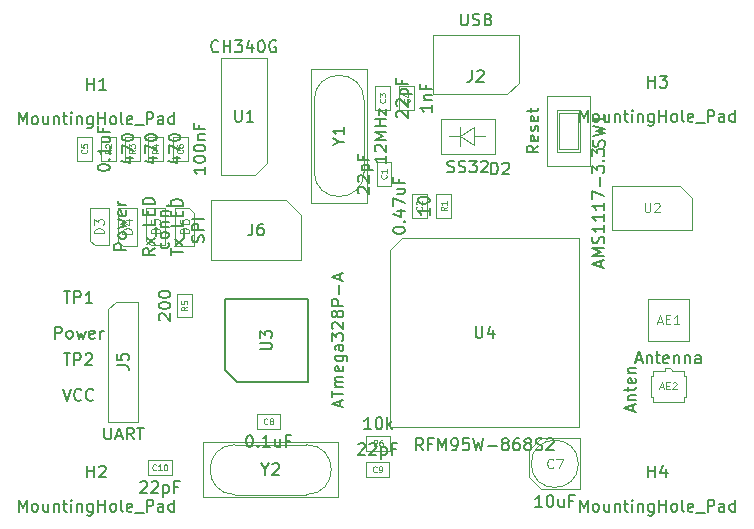
<source format=gbr>
%TF.GenerationSoftware,KiCad,Pcbnew,8.0.4-8.0.4-0~ubuntu24.04.1*%
%TF.CreationDate,2024-08-31T18:15:16+03:00*%
%TF.ProjectId,ground_control_using_pc,67726f75-6e64-45f6-936f-6e74726f6c5f,rev?*%
%TF.SameCoordinates,Original*%
%TF.FileFunction,AssemblyDrawing,Top*%
%FSLAX46Y46*%
G04 Gerber Fmt 4.6, Leading zero omitted, Abs format (unit mm)*
G04 Created by KiCad (PCBNEW 8.0.4-8.0.4-0~ubuntu24.04.1) date 2024-08-31 18:15:16*
%MOMM*%
%LPD*%
G01*
G04 APERTURE LIST*
%ADD10C,0.150000*%
%ADD11C,0.080000*%
%ADD12C,0.120000*%
%ADD13C,0.090000*%
%ADD14C,0.100000*%
G04 APERTURE END LIST*
D10*
X158717143Y-104860057D02*
X158764762Y-104812438D01*
X158764762Y-104812438D02*
X158860000Y-104764819D01*
X158860000Y-104764819D02*
X159098095Y-104764819D01*
X159098095Y-104764819D02*
X159193333Y-104812438D01*
X159193333Y-104812438D02*
X159240952Y-104860057D01*
X159240952Y-104860057D02*
X159288571Y-104955295D01*
X159288571Y-104955295D02*
X159288571Y-105050533D01*
X159288571Y-105050533D02*
X159240952Y-105193390D01*
X159240952Y-105193390D02*
X158669524Y-105764819D01*
X158669524Y-105764819D02*
X159288571Y-105764819D01*
X159669524Y-104860057D02*
X159717143Y-104812438D01*
X159717143Y-104812438D02*
X159812381Y-104764819D01*
X159812381Y-104764819D02*
X160050476Y-104764819D01*
X160050476Y-104764819D02*
X160145714Y-104812438D01*
X160145714Y-104812438D02*
X160193333Y-104860057D01*
X160193333Y-104860057D02*
X160240952Y-104955295D01*
X160240952Y-104955295D02*
X160240952Y-105050533D01*
X160240952Y-105050533D02*
X160193333Y-105193390D01*
X160193333Y-105193390D02*
X159621905Y-105764819D01*
X159621905Y-105764819D02*
X160240952Y-105764819D01*
X160669524Y-105098152D02*
X160669524Y-106098152D01*
X160669524Y-105145771D02*
X160764762Y-105098152D01*
X160764762Y-105098152D02*
X160955238Y-105098152D01*
X160955238Y-105098152D02*
X161050476Y-105145771D01*
X161050476Y-105145771D02*
X161098095Y-105193390D01*
X161098095Y-105193390D02*
X161145714Y-105288628D01*
X161145714Y-105288628D02*
X161145714Y-105574342D01*
X161145714Y-105574342D02*
X161098095Y-105669580D01*
X161098095Y-105669580D02*
X161050476Y-105717200D01*
X161050476Y-105717200D02*
X160955238Y-105764819D01*
X160955238Y-105764819D02*
X160764762Y-105764819D01*
X160764762Y-105764819D02*
X160669524Y-105717200D01*
X161907619Y-105241009D02*
X161574286Y-105241009D01*
X161574286Y-105764819D02*
X161574286Y-104764819D01*
X161574286Y-104764819D02*
X162050476Y-104764819D01*
D11*
X160038571Y-103809530D02*
X160014762Y-103833340D01*
X160014762Y-103833340D02*
X159943333Y-103857149D01*
X159943333Y-103857149D02*
X159895714Y-103857149D01*
X159895714Y-103857149D02*
X159824286Y-103833340D01*
X159824286Y-103833340D02*
X159776667Y-103785720D01*
X159776667Y-103785720D02*
X159752857Y-103738101D01*
X159752857Y-103738101D02*
X159729048Y-103642863D01*
X159729048Y-103642863D02*
X159729048Y-103571435D01*
X159729048Y-103571435D02*
X159752857Y-103476197D01*
X159752857Y-103476197D02*
X159776667Y-103428578D01*
X159776667Y-103428578D02*
X159824286Y-103380959D01*
X159824286Y-103380959D02*
X159895714Y-103357149D01*
X159895714Y-103357149D02*
X159943333Y-103357149D01*
X159943333Y-103357149D02*
X160014762Y-103380959D01*
X160014762Y-103380959D02*
X160038571Y-103404768D01*
X160514762Y-103857149D02*
X160229048Y-103857149D01*
X160371905Y-103857149D02*
X160371905Y-103357149D01*
X160371905Y-103357149D02*
X160324286Y-103428578D01*
X160324286Y-103428578D02*
X160276667Y-103476197D01*
X160276667Y-103476197D02*
X160229048Y-103500006D01*
X160824285Y-103357149D02*
X160871904Y-103357149D01*
X160871904Y-103357149D02*
X160919523Y-103380959D01*
X160919523Y-103380959D02*
X160943333Y-103404768D01*
X160943333Y-103404768D02*
X160967142Y-103452387D01*
X160967142Y-103452387D02*
X160990952Y-103547625D01*
X160990952Y-103547625D02*
X160990952Y-103666673D01*
X160990952Y-103666673D02*
X160967142Y-103761911D01*
X160967142Y-103761911D02*
X160943333Y-103809530D01*
X160943333Y-103809530D02*
X160919523Y-103833340D01*
X160919523Y-103833340D02*
X160871904Y-103857149D01*
X160871904Y-103857149D02*
X160824285Y-103857149D01*
X160824285Y-103857149D02*
X160776666Y-103833340D01*
X160776666Y-103833340D02*
X160752857Y-103809530D01*
X160752857Y-103809530D02*
X160729047Y-103761911D01*
X160729047Y-103761911D02*
X160705238Y-103666673D01*
X160705238Y-103666673D02*
X160705238Y-103547625D01*
X160705238Y-103547625D02*
X160729047Y-103452387D01*
X160729047Y-103452387D02*
X160752857Y-103404768D01*
X160752857Y-103404768D02*
X160776666Y-103380959D01*
X160776666Y-103380959D02*
X160824285Y-103357149D01*
D10*
X195928571Y-107354819D02*
X195928571Y-106354819D01*
X195928571Y-106354819D02*
X196261904Y-107069104D01*
X196261904Y-107069104D02*
X196595237Y-106354819D01*
X196595237Y-106354819D02*
X196595237Y-107354819D01*
X197214285Y-107354819D02*
X197119047Y-107307200D01*
X197119047Y-107307200D02*
X197071428Y-107259580D01*
X197071428Y-107259580D02*
X197023809Y-107164342D01*
X197023809Y-107164342D02*
X197023809Y-106878628D01*
X197023809Y-106878628D02*
X197071428Y-106783390D01*
X197071428Y-106783390D02*
X197119047Y-106735771D01*
X197119047Y-106735771D02*
X197214285Y-106688152D01*
X197214285Y-106688152D02*
X197357142Y-106688152D01*
X197357142Y-106688152D02*
X197452380Y-106735771D01*
X197452380Y-106735771D02*
X197499999Y-106783390D01*
X197499999Y-106783390D02*
X197547618Y-106878628D01*
X197547618Y-106878628D02*
X197547618Y-107164342D01*
X197547618Y-107164342D02*
X197499999Y-107259580D01*
X197499999Y-107259580D02*
X197452380Y-107307200D01*
X197452380Y-107307200D02*
X197357142Y-107354819D01*
X197357142Y-107354819D02*
X197214285Y-107354819D01*
X198404761Y-106688152D02*
X198404761Y-107354819D01*
X197976190Y-106688152D02*
X197976190Y-107211961D01*
X197976190Y-107211961D02*
X198023809Y-107307200D01*
X198023809Y-107307200D02*
X198119047Y-107354819D01*
X198119047Y-107354819D02*
X198261904Y-107354819D01*
X198261904Y-107354819D02*
X198357142Y-107307200D01*
X198357142Y-107307200D02*
X198404761Y-107259580D01*
X198880952Y-106688152D02*
X198880952Y-107354819D01*
X198880952Y-106783390D02*
X198928571Y-106735771D01*
X198928571Y-106735771D02*
X199023809Y-106688152D01*
X199023809Y-106688152D02*
X199166666Y-106688152D01*
X199166666Y-106688152D02*
X199261904Y-106735771D01*
X199261904Y-106735771D02*
X199309523Y-106831009D01*
X199309523Y-106831009D02*
X199309523Y-107354819D01*
X199642857Y-106688152D02*
X200023809Y-106688152D01*
X199785714Y-106354819D02*
X199785714Y-107211961D01*
X199785714Y-107211961D02*
X199833333Y-107307200D01*
X199833333Y-107307200D02*
X199928571Y-107354819D01*
X199928571Y-107354819D02*
X200023809Y-107354819D01*
X200357143Y-107354819D02*
X200357143Y-106688152D01*
X200357143Y-106354819D02*
X200309524Y-106402438D01*
X200309524Y-106402438D02*
X200357143Y-106450057D01*
X200357143Y-106450057D02*
X200404762Y-106402438D01*
X200404762Y-106402438D02*
X200357143Y-106354819D01*
X200357143Y-106354819D02*
X200357143Y-106450057D01*
X200833333Y-106688152D02*
X200833333Y-107354819D01*
X200833333Y-106783390D02*
X200880952Y-106735771D01*
X200880952Y-106735771D02*
X200976190Y-106688152D01*
X200976190Y-106688152D02*
X201119047Y-106688152D01*
X201119047Y-106688152D02*
X201214285Y-106735771D01*
X201214285Y-106735771D02*
X201261904Y-106831009D01*
X201261904Y-106831009D02*
X201261904Y-107354819D01*
X202166666Y-106688152D02*
X202166666Y-107497676D01*
X202166666Y-107497676D02*
X202119047Y-107592914D01*
X202119047Y-107592914D02*
X202071428Y-107640533D01*
X202071428Y-107640533D02*
X201976190Y-107688152D01*
X201976190Y-107688152D02*
X201833333Y-107688152D01*
X201833333Y-107688152D02*
X201738095Y-107640533D01*
X202166666Y-107307200D02*
X202071428Y-107354819D01*
X202071428Y-107354819D02*
X201880952Y-107354819D01*
X201880952Y-107354819D02*
X201785714Y-107307200D01*
X201785714Y-107307200D02*
X201738095Y-107259580D01*
X201738095Y-107259580D02*
X201690476Y-107164342D01*
X201690476Y-107164342D02*
X201690476Y-106878628D01*
X201690476Y-106878628D02*
X201738095Y-106783390D01*
X201738095Y-106783390D02*
X201785714Y-106735771D01*
X201785714Y-106735771D02*
X201880952Y-106688152D01*
X201880952Y-106688152D02*
X202071428Y-106688152D01*
X202071428Y-106688152D02*
X202166666Y-106735771D01*
X202642857Y-107354819D02*
X202642857Y-106354819D01*
X202642857Y-106831009D02*
X203214285Y-106831009D01*
X203214285Y-107354819D02*
X203214285Y-106354819D01*
X203833333Y-107354819D02*
X203738095Y-107307200D01*
X203738095Y-107307200D02*
X203690476Y-107259580D01*
X203690476Y-107259580D02*
X203642857Y-107164342D01*
X203642857Y-107164342D02*
X203642857Y-106878628D01*
X203642857Y-106878628D02*
X203690476Y-106783390D01*
X203690476Y-106783390D02*
X203738095Y-106735771D01*
X203738095Y-106735771D02*
X203833333Y-106688152D01*
X203833333Y-106688152D02*
X203976190Y-106688152D01*
X203976190Y-106688152D02*
X204071428Y-106735771D01*
X204071428Y-106735771D02*
X204119047Y-106783390D01*
X204119047Y-106783390D02*
X204166666Y-106878628D01*
X204166666Y-106878628D02*
X204166666Y-107164342D01*
X204166666Y-107164342D02*
X204119047Y-107259580D01*
X204119047Y-107259580D02*
X204071428Y-107307200D01*
X204071428Y-107307200D02*
X203976190Y-107354819D01*
X203976190Y-107354819D02*
X203833333Y-107354819D01*
X204738095Y-107354819D02*
X204642857Y-107307200D01*
X204642857Y-107307200D02*
X204595238Y-107211961D01*
X204595238Y-107211961D02*
X204595238Y-106354819D01*
X205500000Y-107307200D02*
X205404762Y-107354819D01*
X205404762Y-107354819D02*
X205214286Y-107354819D01*
X205214286Y-107354819D02*
X205119048Y-107307200D01*
X205119048Y-107307200D02*
X205071429Y-107211961D01*
X205071429Y-107211961D02*
X205071429Y-106831009D01*
X205071429Y-106831009D02*
X205119048Y-106735771D01*
X205119048Y-106735771D02*
X205214286Y-106688152D01*
X205214286Y-106688152D02*
X205404762Y-106688152D01*
X205404762Y-106688152D02*
X205500000Y-106735771D01*
X205500000Y-106735771D02*
X205547619Y-106831009D01*
X205547619Y-106831009D02*
X205547619Y-106926247D01*
X205547619Y-106926247D02*
X205071429Y-107021485D01*
X205738096Y-107450057D02*
X206500000Y-107450057D01*
X206738096Y-107354819D02*
X206738096Y-106354819D01*
X206738096Y-106354819D02*
X207119048Y-106354819D01*
X207119048Y-106354819D02*
X207214286Y-106402438D01*
X207214286Y-106402438D02*
X207261905Y-106450057D01*
X207261905Y-106450057D02*
X207309524Y-106545295D01*
X207309524Y-106545295D02*
X207309524Y-106688152D01*
X207309524Y-106688152D02*
X207261905Y-106783390D01*
X207261905Y-106783390D02*
X207214286Y-106831009D01*
X207214286Y-106831009D02*
X207119048Y-106878628D01*
X207119048Y-106878628D02*
X206738096Y-106878628D01*
X208166667Y-107354819D02*
X208166667Y-106831009D01*
X208166667Y-106831009D02*
X208119048Y-106735771D01*
X208119048Y-106735771D02*
X208023810Y-106688152D01*
X208023810Y-106688152D02*
X207833334Y-106688152D01*
X207833334Y-106688152D02*
X207738096Y-106735771D01*
X208166667Y-107307200D02*
X208071429Y-107354819D01*
X208071429Y-107354819D02*
X207833334Y-107354819D01*
X207833334Y-107354819D02*
X207738096Y-107307200D01*
X207738096Y-107307200D02*
X207690477Y-107211961D01*
X207690477Y-107211961D02*
X207690477Y-107116723D01*
X207690477Y-107116723D02*
X207738096Y-107021485D01*
X207738096Y-107021485D02*
X207833334Y-106973866D01*
X207833334Y-106973866D02*
X208071429Y-106973866D01*
X208071429Y-106973866D02*
X208166667Y-106926247D01*
X209071429Y-107354819D02*
X209071429Y-106354819D01*
X209071429Y-107307200D02*
X208976191Y-107354819D01*
X208976191Y-107354819D02*
X208785715Y-107354819D01*
X208785715Y-107354819D02*
X208690477Y-107307200D01*
X208690477Y-107307200D02*
X208642858Y-107259580D01*
X208642858Y-107259580D02*
X208595239Y-107164342D01*
X208595239Y-107164342D02*
X208595239Y-106878628D01*
X208595239Y-106878628D02*
X208642858Y-106783390D01*
X208642858Y-106783390D02*
X208690477Y-106735771D01*
X208690477Y-106735771D02*
X208785715Y-106688152D01*
X208785715Y-106688152D02*
X208976191Y-106688152D01*
X208976191Y-106688152D02*
X209071429Y-106735771D01*
X201738095Y-104454819D02*
X201738095Y-103454819D01*
X201738095Y-103931009D02*
X202309523Y-103931009D01*
X202309523Y-104454819D02*
X202309523Y-103454819D01*
X203214285Y-103788152D02*
X203214285Y-104454819D01*
X202976190Y-103407200D02*
X202738095Y-104121485D01*
X202738095Y-104121485D02*
X203357142Y-104121485D01*
X159914819Y-85063333D02*
X159438628Y-85396666D01*
X159914819Y-85634761D02*
X158914819Y-85634761D01*
X158914819Y-85634761D02*
X158914819Y-85253809D01*
X158914819Y-85253809D02*
X158962438Y-85158571D01*
X158962438Y-85158571D02*
X159010057Y-85110952D01*
X159010057Y-85110952D02*
X159105295Y-85063333D01*
X159105295Y-85063333D02*
X159248152Y-85063333D01*
X159248152Y-85063333D02*
X159343390Y-85110952D01*
X159343390Y-85110952D02*
X159391009Y-85158571D01*
X159391009Y-85158571D02*
X159438628Y-85253809D01*
X159438628Y-85253809D02*
X159438628Y-85634761D01*
X159914819Y-84729999D02*
X159248152Y-84206190D01*
X159248152Y-84729999D02*
X159914819Y-84206190D01*
X160010057Y-84063333D02*
X160010057Y-83301428D01*
X159914819Y-82587142D02*
X159914819Y-83063332D01*
X159914819Y-83063332D02*
X158914819Y-83063332D01*
X159391009Y-82253808D02*
X159391009Y-81920475D01*
X159914819Y-81777618D02*
X159914819Y-82253808D01*
X159914819Y-82253808D02*
X158914819Y-82253808D01*
X158914819Y-82253808D02*
X158914819Y-81777618D01*
X159914819Y-81349046D02*
X158914819Y-81349046D01*
X158914819Y-81349046D02*
X158914819Y-81110951D01*
X158914819Y-81110951D02*
X158962438Y-80968094D01*
X158962438Y-80968094D02*
X159057676Y-80872856D01*
X159057676Y-80872856D02*
X159152914Y-80825237D01*
X159152914Y-80825237D02*
X159343390Y-80777618D01*
X159343390Y-80777618D02*
X159486247Y-80777618D01*
X159486247Y-80777618D02*
X159676723Y-80825237D01*
X159676723Y-80825237D02*
X159771961Y-80872856D01*
X159771961Y-80872856D02*
X159867200Y-80968094D01*
X159867200Y-80968094D02*
X159914819Y-81110951D01*
X159914819Y-81110951D02*
X159914819Y-81349046D01*
D12*
X158003855Y-83820475D02*
X157203855Y-83820475D01*
X157203855Y-83820475D02*
X157203855Y-83629999D01*
X157203855Y-83629999D02*
X157241950Y-83515713D01*
X157241950Y-83515713D02*
X157318140Y-83439523D01*
X157318140Y-83439523D02*
X157394331Y-83401428D01*
X157394331Y-83401428D02*
X157546712Y-83363332D01*
X157546712Y-83363332D02*
X157660998Y-83363332D01*
X157660998Y-83363332D02*
X157813379Y-83401428D01*
X157813379Y-83401428D02*
X157889569Y-83439523D01*
X157889569Y-83439523D02*
X157965760Y-83515713D01*
X157965760Y-83515713D02*
X158003855Y-83629999D01*
X158003855Y-83629999D02*
X158003855Y-83820475D01*
X157470521Y-82677618D02*
X158003855Y-82677618D01*
X157165760Y-82868094D02*
X157737188Y-83058571D01*
X157737188Y-83058571D02*
X157737188Y-82563332D01*
D10*
X192733571Y-106964819D02*
X192162143Y-106964819D01*
X192447857Y-106964819D02*
X192447857Y-105964819D01*
X192447857Y-105964819D02*
X192352619Y-106107676D01*
X192352619Y-106107676D02*
X192257381Y-106202914D01*
X192257381Y-106202914D02*
X192162143Y-106250533D01*
X193352619Y-105964819D02*
X193447857Y-105964819D01*
X193447857Y-105964819D02*
X193543095Y-106012438D01*
X193543095Y-106012438D02*
X193590714Y-106060057D01*
X193590714Y-106060057D02*
X193638333Y-106155295D01*
X193638333Y-106155295D02*
X193685952Y-106345771D01*
X193685952Y-106345771D02*
X193685952Y-106583866D01*
X193685952Y-106583866D02*
X193638333Y-106774342D01*
X193638333Y-106774342D02*
X193590714Y-106869580D01*
X193590714Y-106869580D02*
X193543095Y-106917200D01*
X193543095Y-106917200D02*
X193447857Y-106964819D01*
X193447857Y-106964819D02*
X193352619Y-106964819D01*
X193352619Y-106964819D02*
X193257381Y-106917200D01*
X193257381Y-106917200D02*
X193209762Y-106869580D01*
X193209762Y-106869580D02*
X193162143Y-106774342D01*
X193162143Y-106774342D02*
X193114524Y-106583866D01*
X193114524Y-106583866D02*
X193114524Y-106345771D01*
X193114524Y-106345771D02*
X193162143Y-106155295D01*
X193162143Y-106155295D02*
X193209762Y-106060057D01*
X193209762Y-106060057D02*
X193257381Y-106012438D01*
X193257381Y-106012438D02*
X193352619Y-105964819D01*
X194543095Y-106298152D02*
X194543095Y-106964819D01*
X194114524Y-106298152D02*
X194114524Y-106821961D01*
X194114524Y-106821961D02*
X194162143Y-106917200D01*
X194162143Y-106917200D02*
X194257381Y-106964819D01*
X194257381Y-106964819D02*
X194400238Y-106964819D01*
X194400238Y-106964819D02*
X194495476Y-106917200D01*
X194495476Y-106917200D02*
X194543095Y-106869580D01*
X195352619Y-106441009D02*
X195019286Y-106441009D01*
X195019286Y-106964819D02*
X195019286Y-105964819D01*
X195019286Y-105964819D02*
X195495476Y-105964819D01*
D12*
X193671667Y-103597664D02*
X193633571Y-103635760D01*
X193633571Y-103635760D02*
X193519286Y-103673855D01*
X193519286Y-103673855D02*
X193443095Y-103673855D01*
X193443095Y-103673855D02*
X193328809Y-103635760D01*
X193328809Y-103635760D02*
X193252619Y-103559569D01*
X193252619Y-103559569D02*
X193214524Y-103483379D01*
X193214524Y-103483379D02*
X193176428Y-103330998D01*
X193176428Y-103330998D02*
X193176428Y-103216712D01*
X193176428Y-103216712D02*
X193214524Y-103064331D01*
X193214524Y-103064331D02*
X193252619Y-102988140D01*
X193252619Y-102988140D02*
X193328809Y-102911950D01*
X193328809Y-102911950D02*
X193443095Y-102873855D01*
X193443095Y-102873855D02*
X193519286Y-102873855D01*
X193519286Y-102873855D02*
X193633571Y-102911950D01*
X193633571Y-102911950D02*
X193671667Y-102950045D01*
X193938333Y-102873855D02*
X194471667Y-102873855D01*
X194471667Y-102873855D02*
X194128809Y-103673855D01*
D10*
X161448152Y-77401904D02*
X162114819Y-77401904D01*
X161067200Y-77639999D02*
X161781485Y-77878094D01*
X161781485Y-77878094D02*
X161781485Y-77259047D01*
X161114819Y-76973332D02*
X161114819Y-76306666D01*
X161114819Y-76306666D02*
X162114819Y-76735237D01*
X161114819Y-75735237D02*
X161114819Y-75639999D01*
X161114819Y-75639999D02*
X161162438Y-75544761D01*
X161162438Y-75544761D02*
X161210057Y-75497142D01*
X161210057Y-75497142D02*
X161305295Y-75449523D01*
X161305295Y-75449523D02*
X161495771Y-75401904D01*
X161495771Y-75401904D02*
X161733866Y-75401904D01*
X161733866Y-75401904D02*
X161924342Y-75449523D01*
X161924342Y-75449523D02*
X162019580Y-75497142D01*
X162019580Y-75497142D02*
X162067200Y-75544761D01*
X162067200Y-75544761D02*
X162114819Y-75639999D01*
X162114819Y-75639999D02*
X162114819Y-75735237D01*
X162114819Y-75735237D02*
X162067200Y-75830475D01*
X162067200Y-75830475D02*
X162019580Y-75878094D01*
X162019580Y-75878094D02*
X161924342Y-75925713D01*
X161924342Y-75925713D02*
X161733866Y-75973332D01*
X161733866Y-75973332D02*
X161495771Y-75973332D01*
X161495771Y-75973332D02*
X161305295Y-75925713D01*
X161305295Y-75925713D02*
X161210057Y-75878094D01*
X161210057Y-75878094D02*
X161162438Y-75830475D01*
X161162438Y-75830475D02*
X161114819Y-75735237D01*
D11*
X160237149Y-76723333D02*
X159999054Y-76889999D01*
X160237149Y-77009047D02*
X159737149Y-77009047D01*
X159737149Y-77009047D02*
X159737149Y-76818571D01*
X159737149Y-76818571D02*
X159760959Y-76770952D01*
X159760959Y-76770952D02*
X159784768Y-76747142D01*
X159784768Y-76747142D02*
X159832387Y-76723333D01*
X159832387Y-76723333D02*
X159903816Y-76723333D01*
X159903816Y-76723333D02*
X159951435Y-76747142D01*
X159951435Y-76747142D02*
X159975244Y-76770952D01*
X159975244Y-76770952D02*
X159999054Y-76818571D01*
X159999054Y-76818571D02*
X159999054Y-77009047D01*
X159903816Y-76294761D02*
X160237149Y-76294761D01*
X159713340Y-76413809D02*
X160070482Y-76532856D01*
X160070482Y-76532856D02*
X160070482Y-76223333D01*
D10*
X180114819Y-83576547D02*
X180114819Y-83481309D01*
X180114819Y-83481309D02*
X180162438Y-83386071D01*
X180162438Y-83386071D02*
X180210057Y-83338452D01*
X180210057Y-83338452D02*
X180305295Y-83290833D01*
X180305295Y-83290833D02*
X180495771Y-83243214D01*
X180495771Y-83243214D02*
X180733866Y-83243214D01*
X180733866Y-83243214D02*
X180924342Y-83290833D01*
X180924342Y-83290833D02*
X181019580Y-83338452D01*
X181019580Y-83338452D02*
X181067200Y-83386071D01*
X181067200Y-83386071D02*
X181114819Y-83481309D01*
X181114819Y-83481309D02*
X181114819Y-83576547D01*
X181114819Y-83576547D02*
X181067200Y-83671785D01*
X181067200Y-83671785D02*
X181019580Y-83719404D01*
X181019580Y-83719404D02*
X180924342Y-83767023D01*
X180924342Y-83767023D02*
X180733866Y-83814642D01*
X180733866Y-83814642D02*
X180495771Y-83814642D01*
X180495771Y-83814642D02*
X180305295Y-83767023D01*
X180305295Y-83767023D02*
X180210057Y-83719404D01*
X180210057Y-83719404D02*
X180162438Y-83671785D01*
X180162438Y-83671785D02*
X180114819Y-83576547D01*
X181019580Y-82814642D02*
X181067200Y-82767023D01*
X181067200Y-82767023D02*
X181114819Y-82814642D01*
X181114819Y-82814642D02*
X181067200Y-82862261D01*
X181067200Y-82862261D02*
X181019580Y-82814642D01*
X181019580Y-82814642D02*
X181114819Y-82814642D01*
X180448152Y-81909881D02*
X181114819Y-81909881D01*
X180067200Y-82147976D02*
X180781485Y-82386071D01*
X180781485Y-82386071D02*
X180781485Y-81767024D01*
X180114819Y-81481309D02*
X180114819Y-80814643D01*
X180114819Y-80814643D02*
X181114819Y-81243214D01*
X180448152Y-80005119D02*
X181114819Y-80005119D01*
X180448152Y-80433690D02*
X180971961Y-80433690D01*
X180971961Y-80433690D02*
X181067200Y-80386071D01*
X181067200Y-80386071D02*
X181114819Y-80290833D01*
X181114819Y-80290833D02*
X181114819Y-80147976D01*
X181114819Y-80147976D02*
X181067200Y-80052738D01*
X181067200Y-80052738D02*
X181019580Y-80005119D01*
X180591009Y-79195595D02*
X180591009Y-79528928D01*
X181114819Y-79528928D02*
X180114819Y-79528928D01*
X180114819Y-79528928D02*
X180114819Y-79052738D01*
D11*
X182519530Y-81540833D02*
X182543340Y-81564642D01*
X182543340Y-81564642D02*
X182567149Y-81636071D01*
X182567149Y-81636071D02*
X182567149Y-81683690D01*
X182567149Y-81683690D02*
X182543340Y-81755118D01*
X182543340Y-81755118D02*
X182495720Y-81802737D01*
X182495720Y-81802737D02*
X182448101Y-81826547D01*
X182448101Y-81826547D02*
X182352863Y-81850356D01*
X182352863Y-81850356D02*
X182281435Y-81850356D01*
X182281435Y-81850356D02*
X182186197Y-81826547D01*
X182186197Y-81826547D02*
X182138578Y-81802737D01*
X182138578Y-81802737D02*
X182090959Y-81755118D01*
X182090959Y-81755118D02*
X182067149Y-81683690D01*
X182067149Y-81683690D02*
X182067149Y-81636071D01*
X182067149Y-81636071D02*
X182090959Y-81564642D01*
X182090959Y-81564642D02*
X182114768Y-81540833D01*
X182114768Y-81350356D02*
X182090959Y-81326547D01*
X182090959Y-81326547D02*
X182067149Y-81278928D01*
X182067149Y-81278928D02*
X182067149Y-81159880D01*
X182067149Y-81159880D02*
X182090959Y-81112261D01*
X182090959Y-81112261D02*
X182114768Y-81088452D01*
X182114768Y-81088452D02*
X182162387Y-81064642D01*
X182162387Y-81064642D02*
X182210006Y-81064642D01*
X182210006Y-81064642D02*
X182281435Y-81088452D01*
X182281435Y-81088452D02*
X182567149Y-81374166D01*
X182567149Y-81374166D02*
X182567149Y-81064642D01*
D10*
X197701604Y-86639999D02*
X197701604Y-86163809D01*
X197987319Y-86735237D02*
X196987319Y-86401904D01*
X196987319Y-86401904D02*
X197987319Y-86068571D01*
X197987319Y-85735237D02*
X196987319Y-85735237D01*
X196987319Y-85735237D02*
X197701604Y-85401904D01*
X197701604Y-85401904D02*
X196987319Y-85068571D01*
X196987319Y-85068571D02*
X197987319Y-85068571D01*
X197939700Y-84639999D02*
X197987319Y-84497142D01*
X197987319Y-84497142D02*
X197987319Y-84259047D01*
X197987319Y-84259047D02*
X197939700Y-84163809D01*
X197939700Y-84163809D02*
X197892080Y-84116190D01*
X197892080Y-84116190D02*
X197796842Y-84068571D01*
X197796842Y-84068571D02*
X197701604Y-84068571D01*
X197701604Y-84068571D02*
X197606366Y-84116190D01*
X197606366Y-84116190D02*
X197558747Y-84163809D01*
X197558747Y-84163809D02*
X197511128Y-84259047D01*
X197511128Y-84259047D02*
X197463509Y-84449523D01*
X197463509Y-84449523D02*
X197415890Y-84544761D01*
X197415890Y-84544761D02*
X197368271Y-84592380D01*
X197368271Y-84592380D02*
X197273033Y-84639999D01*
X197273033Y-84639999D02*
X197177795Y-84639999D01*
X197177795Y-84639999D02*
X197082557Y-84592380D01*
X197082557Y-84592380D02*
X197034938Y-84544761D01*
X197034938Y-84544761D02*
X196987319Y-84449523D01*
X196987319Y-84449523D02*
X196987319Y-84211428D01*
X196987319Y-84211428D02*
X197034938Y-84068571D01*
X197987319Y-83116190D02*
X197987319Y-83687618D01*
X197987319Y-83401904D02*
X196987319Y-83401904D01*
X196987319Y-83401904D02*
X197130176Y-83497142D01*
X197130176Y-83497142D02*
X197225414Y-83592380D01*
X197225414Y-83592380D02*
X197273033Y-83687618D01*
X197987319Y-82163809D02*
X197987319Y-82735237D01*
X197987319Y-82449523D02*
X196987319Y-82449523D01*
X196987319Y-82449523D02*
X197130176Y-82544761D01*
X197130176Y-82544761D02*
X197225414Y-82639999D01*
X197225414Y-82639999D02*
X197273033Y-82735237D01*
X197987319Y-81211428D02*
X197987319Y-81782856D01*
X197987319Y-81497142D02*
X196987319Y-81497142D01*
X196987319Y-81497142D02*
X197130176Y-81592380D01*
X197130176Y-81592380D02*
X197225414Y-81687618D01*
X197225414Y-81687618D02*
X197273033Y-81782856D01*
X196987319Y-80878094D02*
X196987319Y-80211428D01*
X196987319Y-80211428D02*
X197987319Y-80639999D01*
X197606366Y-79830475D02*
X197606366Y-79068571D01*
X196987319Y-78687618D02*
X196987319Y-78068571D01*
X196987319Y-78068571D02*
X197368271Y-78401904D01*
X197368271Y-78401904D02*
X197368271Y-78259047D01*
X197368271Y-78259047D02*
X197415890Y-78163809D01*
X197415890Y-78163809D02*
X197463509Y-78116190D01*
X197463509Y-78116190D02*
X197558747Y-78068571D01*
X197558747Y-78068571D02*
X197796842Y-78068571D01*
X197796842Y-78068571D02*
X197892080Y-78116190D01*
X197892080Y-78116190D02*
X197939700Y-78163809D01*
X197939700Y-78163809D02*
X197987319Y-78259047D01*
X197987319Y-78259047D02*
X197987319Y-78544761D01*
X197987319Y-78544761D02*
X197939700Y-78639999D01*
X197939700Y-78639999D02*
X197892080Y-78687618D01*
X197892080Y-77639999D02*
X197939700Y-77592380D01*
X197939700Y-77592380D02*
X197987319Y-77639999D01*
X197987319Y-77639999D02*
X197939700Y-77687618D01*
X197939700Y-77687618D02*
X197892080Y-77639999D01*
X197892080Y-77639999D02*
X197987319Y-77639999D01*
X196987319Y-77259047D02*
X196987319Y-76640000D01*
X196987319Y-76640000D02*
X197368271Y-76973333D01*
X197368271Y-76973333D02*
X197368271Y-76830476D01*
X197368271Y-76830476D02*
X197415890Y-76735238D01*
X197415890Y-76735238D02*
X197463509Y-76687619D01*
X197463509Y-76687619D02*
X197558747Y-76640000D01*
X197558747Y-76640000D02*
X197796842Y-76640000D01*
X197796842Y-76640000D02*
X197892080Y-76687619D01*
X197892080Y-76687619D02*
X197939700Y-76735238D01*
X197939700Y-76735238D02*
X197987319Y-76830476D01*
X197987319Y-76830476D02*
X197987319Y-77116190D01*
X197987319Y-77116190D02*
X197939700Y-77211428D01*
X197939700Y-77211428D02*
X197892080Y-77259047D01*
D12*
X201422976Y-81203855D02*
X201422976Y-81851474D01*
X201422976Y-81851474D02*
X201461071Y-81927664D01*
X201461071Y-81927664D02*
X201499166Y-81965760D01*
X201499166Y-81965760D02*
X201575357Y-82003855D01*
X201575357Y-82003855D02*
X201727738Y-82003855D01*
X201727738Y-82003855D02*
X201803928Y-81965760D01*
X201803928Y-81965760D02*
X201842023Y-81927664D01*
X201842023Y-81927664D02*
X201880119Y-81851474D01*
X201880119Y-81851474D02*
X201880119Y-81203855D01*
X202222975Y-81280045D02*
X202261071Y-81241950D01*
X202261071Y-81241950D02*
X202337261Y-81203855D01*
X202337261Y-81203855D02*
X202527737Y-81203855D01*
X202527737Y-81203855D02*
X202603928Y-81241950D01*
X202603928Y-81241950D02*
X202642023Y-81280045D01*
X202642023Y-81280045D02*
X202680118Y-81356236D01*
X202680118Y-81356236D02*
X202680118Y-81432426D01*
X202680118Y-81432426D02*
X202642023Y-81546712D01*
X202642023Y-81546712D02*
X202184880Y-82003855D01*
X202184880Y-82003855D02*
X202680118Y-82003855D01*
D10*
X155114819Y-78285356D02*
X155114819Y-78190118D01*
X155114819Y-78190118D02*
X155162438Y-78094880D01*
X155162438Y-78094880D02*
X155210057Y-78047261D01*
X155210057Y-78047261D02*
X155305295Y-77999642D01*
X155305295Y-77999642D02*
X155495771Y-77952023D01*
X155495771Y-77952023D02*
X155733866Y-77952023D01*
X155733866Y-77952023D02*
X155924342Y-77999642D01*
X155924342Y-77999642D02*
X156019580Y-78047261D01*
X156019580Y-78047261D02*
X156067200Y-78094880D01*
X156067200Y-78094880D02*
X156114819Y-78190118D01*
X156114819Y-78190118D02*
X156114819Y-78285356D01*
X156114819Y-78285356D02*
X156067200Y-78380594D01*
X156067200Y-78380594D02*
X156019580Y-78428213D01*
X156019580Y-78428213D02*
X155924342Y-78475832D01*
X155924342Y-78475832D02*
X155733866Y-78523451D01*
X155733866Y-78523451D02*
X155495771Y-78523451D01*
X155495771Y-78523451D02*
X155305295Y-78475832D01*
X155305295Y-78475832D02*
X155210057Y-78428213D01*
X155210057Y-78428213D02*
X155162438Y-78380594D01*
X155162438Y-78380594D02*
X155114819Y-78285356D01*
X156019580Y-77523451D02*
X156067200Y-77475832D01*
X156067200Y-77475832D02*
X156114819Y-77523451D01*
X156114819Y-77523451D02*
X156067200Y-77571070D01*
X156067200Y-77571070D02*
X156019580Y-77523451D01*
X156019580Y-77523451D02*
X156114819Y-77523451D01*
X156114819Y-76523452D02*
X156114819Y-77094880D01*
X156114819Y-76809166D02*
X155114819Y-76809166D01*
X155114819Y-76809166D02*
X155257676Y-76904404D01*
X155257676Y-76904404D02*
X155352914Y-76999642D01*
X155352914Y-76999642D02*
X155400533Y-77094880D01*
X155448152Y-75666309D02*
X156114819Y-75666309D01*
X155448152Y-76094880D02*
X155971961Y-76094880D01*
X155971961Y-76094880D02*
X156067200Y-76047261D01*
X156067200Y-76047261D02*
X156114819Y-75952023D01*
X156114819Y-75952023D02*
X156114819Y-75809166D01*
X156114819Y-75809166D02*
X156067200Y-75713928D01*
X156067200Y-75713928D02*
X156019580Y-75666309D01*
X155591009Y-74856785D02*
X155591009Y-75190118D01*
X156114819Y-75190118D02*
X155114819Y-75190118D01*
X155114819Y-75190118D02*
X155114819Y-74713928D01*
D11*
X154159530Y-76725833D02*
X154183340Y-76749642D01*
X154183340Y-76749642D02*
X154207149Y-76821071D01*
X154207149Y-76821071D02*
X154207149Y-76868690D01*
X154207149Y-76868690D02*
X154183340Y-76940118D01*
X154183340Y-76940118D02*
X154135720Y-76987737D01*
X154135720Y-76987737D02*
X154088101Y-77011547D01*
X154088101Y-77011547D02*
X153992863Y-77035356D01*
X153992863Y-77035356D02*
X153921435Y-77035356D01*
X153921435Y-77035356D02*
X153826197Y-77011547D01*
X153826197Y-77011547D02*
X153778578Y-76987737D01*
X153778578Y-76987737D02*
X153730959Y-76940118D01*
X153730959Y-76940118D02*
X153707149Y-76868690D01*
X153707149Y-76868690D02*
X153707149Y-76821071D01*
X153707149Y-76821071D02*
X153730959Y-76749642D01*
X153730959Y-76749642D02*
X153754768Y-76725833D01*
X153707149Y-76273452D02*
X153707149Y-76511547D01*
X153707149Y-76511547D02*
X153945244Y-76535356D01*
X153945244Y-76535356D02*
X153921435Y-76511547D01*
X153921435Y-76511547D02*
X153897625Y-76463928D01*
X153897625Y-76463928D02*
X153897625Y-76344880D01*
X153897625Y-76344880D02*
X153921435Y-76297261D01*
X153921435Y-76297261D02*
X153945244Y-76273452D01*
X153945244Y-76273452D02*
X153992863Y-76249642D01*
X153992863Y-76249642D02*
X154111911Y-76249642D01*
X154111911Y-76249642D02*
X154159530Y-76273452D01*
X154159530Y-76273452D02*
X154183340Y-76297261D01*
X154183340Y-76297261D02*
X154207149Y-76344880D01*
X154207149Y-76344880D02*
X154207149Y-76463928D01*
X154207149Y-76463928D02*
X154183340Y-76511547D01*
X154183340Y-76511547D02*
X154159530Y-76535356D01*
D10*
X159458152Y-77401904D02*
X160124819Y-77401904D01*
X159077200Y-77639999D02*
X159791485Y-77878094D01*
X159791485Y-77878094D02*
X159791485Y-77259047D01*
X159124819Y-76973332D02*
X159124819Y-76306666D01*
X159124819Y-76306666D02*
X160124819Y-76735237D01*
X159124819Y-75735237D02*
X159124819Y-75639999D01*
X159124819Y-75639999D02*
X159172438Y-75544761D01*
X159172438Y-75544761D02*
X159220057Y-75497142D01*
X159220057Y-75497142D02*
X159315295Y-75449523D01*
X159315295Y-75449523D02*
X159505771Y-75401904D01*
X159505771Y-75401904D02*
X159743866Y-75401904D01*
X159743866Y-75401904D02*
X159934342Y-75449523D01*
X159934342Y-75449523D02*
X160029580Y-75497142D01*
X160029580Y-75497142D02*
X160077200Y-75544761D01*
X160077200Y-75544761D02*
X160124819Y-75639999D01*
X160124819Y-75639999D02*
X160124819Y-75735237D01*
X160124819Y-75735237D02*
X160077200Y-75830475D01*
X160077200Y-75830475D02*
X160029580Y-75878094D01*
X160029580Y-75878094D02*
X159934342Y-75925713D01*
X159934342Y-75925713D02*
X159743866Y-75973332D01*
X159743866Y-75973332D02*
X159505771Y-75973332D01*
X159505771Y-75973332D02*
X159315295Y-75925713D01*
X159315295Y-75925713D02*
X159220057Y-75878094D01*
X159220057Y-75878094D02*
X159172438Y-75830475D01*
X159172438Y-75830475D02*
X159124819Y-75735237D01*
D11*
X158247149Y-76723333D02*
X158009054Y-76889999D01*
X158247149Y-77009047D02*
X157747149Y-77009047D01*
X157747149Y-77009047D02*
X157747149Y-76818571D01*
X157747149Y-76818571D02*
X157770959Y-76770952D01*
X157770959Y-76770952D02*
X157794768Y-76747142D01*
X157794768Y-76747142D02*
X157842387Y-76723333D01*
X157842387Y-76723333D02*
X157913816Y-76723333D01*
X157913816Y-76723333D02*
X157961435Y-76747142D01*
X157961435Y-76747142D02*
X157985244Y-76770952D01*
X157985244Y-76770952D02*
X158009054Y-76818571D01*
X158009054Y-76818571D02*
X158009054Y-77009047D01*
X157747149Y-76556666D02*
X157747149Y-76247142D01*
X157747149Y-76247142D02*
X157937625Y-76413809D01*
X157937625Y-76413809D02*
X157937625Y-76342380D01*
X157937625Y-76342380D02*
X157961435Y-76294761D01*
X157961435Y-76294761D02*
X157985244Y-76270952D01*
X157985244Y-76270952D02*
X158032863Y-76247142D01*
X158032863Y-76247142D02*
X158151911Y-76247142D01*
X158151911Y-76247142D02*
X158199530Y-76270952D01*
X158199530Y-76270952D02*
X158223340Y-76294761D01*
X158223340Y-76294761D02*
X158247149Y-76342380D01*
X158247149Y-76342380D02*
X158247149Y-76485237D01*
X158247149Y-76485237D02*
X158223340Y-76532856D01*
X158223340Y-76532856D02*
X158199530Y-76556666D01*
D10*
X165332142Y-68354580D02*
X165284523Y-68402200D01*
X165284523Y-68402200D02*
X165141666Y-68449819D01*
X165141666Y-68449819D02*
X165046428Y-68449819D01*
X165046428Y-68449819D02*
X164903571Y-68402200D01*
X164903571Y-68402200D02*
X164808333Y-68306961D01*
X164808333Y-68306961D02*
X164760714Y-68211723D01*
X164760714Y-68211723D02*
X164713095Y-68021247D01*
X164713095Y-68021247D02*
X164713095Y-67878390D01*
X164713095Y-67878390D02*
X164760714Y-67687914D01*
X164760714Y-67687914D02*
X164808333Y-67592676D01*
X164808333Y-67592676D02*
X164903571Y-67497438D01*
X164903571Y-67497438D02*
X165046428Y-67449819D01*
X165046428Y-67449819D02*
X165141666Y-67449819D01*
X165141666Y-67449819D02*
X165284523Y-67497438D01*
X165284523Y-67497438D02*
X165332142Y-67545057D01*
X165760714Y-68449819D02*
X165760714Y-67449819D01*
X165760714Y-67926009D02*
X166332142Y-67926009D01*
X166332142Y-68449819D02*
X166332142Y-67449819D01*
X166713095Y-67449819D02*
X167332142Y-67449819D01*
X167332142Y-67449819D02*
X166998809Y-67830771D01*
X166998809Y-67830771D02*
X167141666Y-67830771D01*
X167141666Y-67830771D02*
X167236904Y-67878390D01*
X167236904Y-67878390D02*
X167284523Y-67926009D01*
X167284523Y-67926009D02*
X167332142Y-68021247D01*
X167332142Y-68021247D02*
X167332142Y-68259342D01*
X167332142Y-68259342D02*
X167284523Y-68354580D01*
X167284523Y-68354580D02*
X167236904Y-68402200D01*
X167236904Y-68402200D02*
X167141666Y-68449819D01*
X167141666Y-68449819D02*
X166855952Y-68449819D01*
X166855952Y-68449819D02*
X166760714Y-68402200D01*
X166760714Y-68402200D02*
X166713095Y-68354580D01*
X168189285Y-67783152D02*
X168189285Y-68449819D01*
X167951190Y-67402200D02*
X167713095Y-68116485D01*
X167713095Y-68116485D02*
X168332142Y-68116485D01*
X168903571Y-67449819D02*
X168998809Y-67449819D01*
X168998809Y-67449819D02*
X169094047Y-67497438D01*
X169094047Y-67497438D02*
X169141666Y-67545057D01*
X169141666Y-67545057D02*
X169189285Y-67640295D01*
X169189285Y-67640295D02*
X169236904Y-67830771D01*
X169236904Y-67830771D02*
X169236904Y-68068866D01*
X169236904Y-68068866D02*
X169189285Y-68259342D01*
X169189285Y-68259342D02*
X169141666Y-68354580D01*
X169141666Y-68354580D02*
X169094047Y-68402200D01*
X169094047Y-68402200D02*
X168998809Y-68449819D01*
X168998809Y-68449819D02*
X168903571Y-68449819D01*
X168903571Y-68449819D02*
X168808333Y-68402200D01*
X168808333Y-68402200D02*
X168760714Y-68354580D01*
X168760714Y-68354580D02*
X168713095Y-68259342D01*
X168713095Y-68259342D02*
X168665476Y-68068866D01*
X168665476Y-68068866D02*
X168665476Y-67830771D01*
X168665476Y-67830771D02*
X168713095Y-67640295D01*
X168713095Y-67640295D02*
X168760714Y-67545057D01*
X168760714Y-67545057D02*
X168808333Y-67497438D01*
X168808333Y-67497438D02*
X168903571Y-67449819D01*
X170189285Y-67497438D02*
X170094047Y-67449819D01*
X170094047Y-67449819D02*
X169951190Y-67449819D01*
X169951190Y-67449819D02*
X169808333Y-67497438D01*
X169808333Y-67497438D02*
X169713095Y-67592676D01*
X169713095Y-67592676D02*
X169665476Y-67687914D01*
X169665476Y-67687914D02*
X169617857Y-67878390D01*
X169617857Y-67878390D02*
X169617857Y-68021247D01*
X169617857Y-68021247D02*
X169665476Y-68211723D01*
X169665476Y-68211723D02*
X169713095Y-68306961D01*
X169713095Y-68306961D02*
X169808333Y-68402200D01*
X169808333Y-68402200D02*
X169951190Y-68449819D01*
X169951190Y-68449819D02*
X170046428Y-68449819D01*
X170046428Y-68449819D02*
X170189285Y-68402200D01*
X170189285Y-68402200D02*
X170236904Y-68354580D01*
X170236904Y-68354580D02*
X170236904Y-68021247D01*
X170236904Y-68021247D02*
X170046428Y-68021247D01*
X166728333Y-73360566D02*
X166728333Y-74153900D01*
X166728333Y-74153900D02*
X166775000Y-74247233D01*
X166775000Y-74247233D02*
X166821666Y-74293900D01*
X166821666Y-74293900D02*
X166915000Y-74340566D01*
X166915000Y-74340566D02*
X167101666Y-74340566D01*
X167101666Y-74340566D02*
X167195000Y-74293900D01*
X167195000Y-74293900D02*
X167241666Y-74247233D01*
X167241666Y-74247233D02*
X167288333Y-74153900D01*
X167288333Y-74153900D02*
X167288333Y-73360566D01*
X168268333Y-74340566D02*
X167708333Y-74340566D01*
X167988333Y-74340566D02*
X167988333Y-73360566D01*
X167988333Y-73360566D02*
X167895000Y-73500566D01*
X167895000Y-73500566D02*
X167801667Y-73593900D01*
X167801667Y-73593900D02*
X167708333Y-73640566D01*
X192424819Y-76368095D02*
X191948628Y-76701428D01*
X192424819Y-76939523D02*
X191424819Y-76939523D01*
X191424819Y-76939523D02*
X191424819Y-76558571D01*
X191424819Y-76558571D02*
X191472438Y-76463333D01*
X191472438Y-76463333D02*
X191520057Y-76415714D01*
X191520057Y-76415714D02*
X191615295Y-76368095D01*
X191615295Y-76368095D02*
X191758152Y-76368095D01*
X191758152Y-76368095D02*
X191853390Y-76415714D01*
X191853390Y-76415714D02*
X191901009Y-76463333D01*
X191901009Y-76463333D02*
X191948628Y-76558571D01*
X191948628Y-76558571D02*
X191948628Y-76939523D01*
X192377200Y-75558571D02*
X192424819Y-75653809D01*
X192424819Y-75653809D02*
X192424819Y-75844285D01*
X192424819Y-75844285D02*
X192377200Y-75939523D01*
X192377200Y-75939523D02*
X192281961Y-75987142D01*
X192281961Y-75987142D02*
X191901009Y-75987142D01*
X191901009Y-75987142D02*
X191805771Y-75939523D01*
X191805771Y-75939523D02*
X191758152Y-75844285D01*
X191758152Y-75844285D02*
X191758152Y-75653809D01*
X191758152Y-75653809D02*
X191805771Y-75558571D01*
X191805771Y-75558571D02*
X191901009Y-75510952D01*
X191901009Y-75510952D02*
X191996247Y-75510952D01*
X191996247Y-75510952D02*
X192091485Y-75987142D01*
X192377200Y-75129999D02*
X192424819Y-75034761D01*
X192424819Y-75034761D02*
X192424819Y-74844285D01*
X192424819Y-74844285D02*
X192377200Y-74749047D01*
X192377200Y-74749047D02*
X192281961Y-74701428D01*
X192281961Y-74701428D02*
X192234342Y-74701428D01*
X192234342Y-74701428D02*
X192139104Y-74749047D01*
X192139104Y-74749047D02*
X192091485Y-74844285D01*
X192091485Y-74844285D02*
X192091485Y-74987142D01*
X192091485Y-74987142D02*
X192043866Y-75082380D01*
X192043866Y-75082380D02*
X191948628Y-75129999D01*
X191948628Y-75129999D02*
X191901009Y-75129999D01*
X191901009Y-75129999D02*
X191805771Y-75082380D01*
X191805771Y-75082380D02*
X191758152Y-74987142D01*
X191758152Y-74987142D02*
X191758152Y-74844285D01*
X191758152Y-74844285D02*
X191805771Y-74749047D01*
X192377200Y-73891904D02*
X192424819Y-73987142D01*
X192424819Y-73987142D02*
X192424819Y-74177618D01*
X192424819Y-74177618D02*
X192377200Y-74272856D01*
X192377200Y-74272856D02*
X192281961Y-74320475D01*
X192281961Y-74320475D02*
X191901009Y-74320475D01*
X191901009Y-74320475D02*
X191805771Y-74272856D01*
X191805771Y-74272856D02*
X191758152Y-74177618D01*
X191758152Y-74177618D02*
X191758152Y-73987142D01*
X191758152Y-73987142D02*
X191805771Y-73891904D01*
X191805771Y-73891904D02*
X191901009Y-73844285D01*
X191901009Y-73844285D02*
X191996247Y-73844285D01*
X191996247Y-73844285D02*
X192091485Y-74320475D01*
X191758152Y-73558570D02*
X191758152Y-73177618D01*
X191424819Y-73415713D02*
X192281961Y-73415713D01*
X192281961Y-73415713D02*
X192377200Y-73368094D01*
X192377200Y-73368094D02*
X192424819Y-73272856D01*
X192424819Y-73272856D02*
X192424819Y-73177618D01*
X197977200Y-76463332D02*
X198024819Y-76320475D01*
X198024819Y-76320475D02*
X198024819Y-76082380D01*
X198024819Y-76082380D02*
X197977200Y-75987142D01*
X197977200Y-75987142D02*
X197929580Y-75939523D01*
X197929580Y-75939523D02*
X197834342Y-75891904D01*
X197834342Y-75891904D02*
X197739104Y-75891904D01*
X197739104Y-75891904D02*
X197643866Y-75939523D01*
X197643866Y-75939523D02*
X197596247Y-75987142D01*
X197596247Y-75987142D02*
X197548628Y-76082380D01*
X197548628Y-76082380D02*
X197501009Y-76272856D01*
X197501009Y-76272856D02*
X197453390Y-76368094D01*
X197453390Y-76368094D02*
X197405771Y-76415713D01*
X197405771Y-76415713D02*
X197310533Y-76463332D01*
X197310533Y-76463332D02*
X197215295Y-76463332D01*
X197215295Y-76463332D02*
X197120057Y-76415713D01*
X197120057Y-76415713D02*
X197072438Y-76368094D01*
X197072438Y-76368094D02*
X197024819Y-76272856D01*
X197024819Y-76272856D02*
X197024819Y-76034761D01*
X197024819Y-76034761D02*
X197072438Y-75891904D01*
X197024819Y-75558570D02*
X198024819Y-75320475D01*
X198024819Y-75320475D02*
X197310533Y-75129999D01*
X197310533Y-75129999D02*
X198024819Y-74939523D01*
X198024819Y-74939523D02*
X197024819Y-74701428D01*
X198024819Y-73796666D02*
X198024819Y-74368094D01*
X198024819Y-74082380D02*
X197024819Y-74082380D01*
X197024819Y-74082380D02*
X197167676Y-74177618D01*
X197167676Y-74177618D02*
X197262914Y-74272856D01*
X197262914Y-74272856D02*
X197310533Y-74368094D01*
X182660714Y-102154819D02*
X182327381Y-101678628D01*
X182089286Y-102154819D02*
X182089286Y-101154819D01*
X182089286Y-101154819D02*
X182470238Y-101154819D01*
X182470238Y-101154819D02*
X182565476Y-101202438D01*
X182565476Y-101202438D02*
X182613095Y-101250057D01*
X182613095Y-101250057D02*
X182660714Y-101345295D01*
X182660714Y-101345295D02*
X182660714Y-101488152D01*
X182660714Y-101488152D02*
X182613095Y-101583390D01*
X182613095Y-101583390D02*
X182565476Y-101631009D01*
X182565476Y-101631009D02*
X182470238Y-101678628D01*
X182470238Y-101678628D02*
X182089286Y-101678628D01*
X183422619Y-101631009D02*
X183089286Y-101631009D01*
X183089286Y-102154819D02*
X183089286Y-101154819D01*
X183089286Y-101154819D02*
X183565476Y-101154819D01*
X183946429Y-102154819D02*
X183946429Y-101154819D01*
X183946429Y-101154819D02*
X184279762Y-101869104D01*
X184279762Y-101869104D02*
X184613095Y-101154819D01*
X184613095Y-101154819D02*
X184613095Y-102154819D01*
X185136905Y-102154819D02*
X185327381Y-102154819D01*
X185327381Y-102154819D02*
X185422619Y-102107200D01*
X185422619Y-102107200D02*
X185470238Y-102059580D01*
X185470238Y-102059580D02*
X185565476Y-101916723D01*
X185565476Y-101916723D02*
X185613095Y-101726247D01*
X185613095Y-101726247D02*
X185613095Y-101345295D01*
X185613095Y-101345295D02*
X185565476Y-101250057D01*
X185565476Y-101250057D02*
X185517857Y-101202438D01*
X185517857Y-101202438D02*
X185422619Y-101154819D01*
X185422619Y-101154819D02*
X185232143Y-101154819D01*
X185232143Y-101154819D02*
X185136905Y-101202438D01*
X185136905Y-101202438D02*
X185089286Y-101250057D01*
X185089286Y-101250057D02*
X185041667Y-101345295D01*
X185041667Y-101345295D02*
X185041667Y-101583390D01*
X185041667Y-101583390D02*
X185089286Y-101678628D01*
X185089286Y-101678628D02*
X185136905Y-101726247D01*
X185136905Y-101726247D02*
X185232143Y-101773866D01*
X185232143Y-101773866D02*
X185422619Y-101773866D01*
X185422619Y-101773866D02*
X185517857Y-101726247D01*
X185517857Y-101726247D02*
X185565476Y-101678628D01*
X185565476Y-101678628D02*
X185613095Y-101583390D01*
X186517857Y-101154819D02*
X186041667Y-101154819D01*
X186041667Y-101154819D02*
X185994048Y-101631009D01*
X185994048Y-101631009D02*
X186041667Y-101583390D01*
X186041667Y-101583390D02*
X186136905Y-101535771D01*
X186136905Y-101535771D02*
X186375000Y-101535771D01*
X186375000Y-101535771D02*
X186470238Y-101583390D01*
X186470238Y-101583390D02*
X186517857Y-101631009D01*
X186517857Y-101631009D02*
X186565476Y-101726247D01*
X186565476Y-101726247D02*
X186565476Y-101964342D01*
X186565476Y-101964342D02*
X186517857Y-102059580D01*
X186517857Y-102059580D02*
X186470238Y-102107200D01*
X186470238Y-102107200D02*
X186375000Y-102154819D01*
X186375000Y-102154819D02*
X186136905Y-102154819D01*
X186136905Y-102154819D02*
X186041667Y-102107200D01*
X186041667Y-102107200D02*
X185994048Y-102059580D01*
X186898810Y-101154819D02*
X187136905Y-102154819D01*
X187136905Y-102154819D02*
X187327381Y-101440533D01*
X187327381Y-101440533D02*
X187517857Y-102154819D01*
X187517857Y-102154819D02*
X187755953Y-101154819D01*
X188136905Y-101773866D02*
X188898810Y-101773866D01*
X189517857Y-101583390D02*
X189422619Y-101535771D01*
X189422619Y-101535771D02*
X189375000Y-101488152D01*
X189375000Y-101488152D02*
X189327381Y-101392914D01*
X189327381Y-101392914D02*
X189327381Y-101345295D01*
X189327381Y-101345295D02*
X189375000Y-101250057D01*
X189375000Y-101250057D02*
X189422619Y-101202438D01*
X189422619Y-101202438D02*
X189517857Y-101154819D01*
X189517857Y-101154819D02*
X189708333Y-101154819D01*
X189708333Y-101154819D02*
X189803571Y-101202438D01*
X189803571Y-101202438D02*
X189851190Y-101250057D01*
X189851190Y-101250057D02*
X189898809Y-101345295D01*
X189898809Y-101345295D02*
X189898809Y-101392914D01*
X189898809Y-101392914D02*
X189851190Y-101488152D01*
X189851190Y-101488152D02*
X189803571Y-101535771D01*
X189803571Y-101535771D02*
X189708333Y-101583390D01*
X189708333Y-101583390D02*
X189517857Y-101583390D01*
X189517857Y-101583390D02*
X189422619Y-101631009D01*
X189422619Y-101631009D02*
X189375000Y-101678628D01*
X189375000Y-101678628D02*
X189327381Y-101773866D01*
X189327381Y-101773866D02*
X189327381Y-101964342D01*
X189327381Y-101964342D02*
X189375000Y-102059580D01*
X189375000Y-102059580D02*
X189422619Y-102107200D01*
X189422619Y-102107200D02*
X189517857Y-102154819D01*
X189517857Y-102154819D02*
X189708333Y-102154819D01*
X189708333Y-102154819D02*
X189803571Y-102107200D01*
X189803571Y-102107200D02*
X189851190Y-102059580D01*
X189851190Y-102059580D02*
X189898809Y-101964342D01*
X189898809Y-101964342D02*
X189898809Y-101773866D01*
X189898809Y-101773866D02*
X189851190Y-101678628D01*
X189851190Y-101678628D02*
X189803571Y-101631009D01*
X189803571Y-101631009D02*
X189708333Y-101583390D01*
X190755952Y-101154819D02*
X190565476Y-101154819D01*
X190565476Y-101154819D02*
X190470238Y-101202438D01*
X190470238Y-101202438D02*
X190422619Y-101250057D01*
X190422619Y-101250057D02*
X190327381Y-101392914D01*
X190327381Y-101392914D02*
X190279762Y-101583390D01*
X190279762Y-101583390D02*
X190279762Y-101964342D01*
X190279762Y-101964342D02*
X190327381Y-102059580D01*
X190327381Y-102059580D02*
X190375000Y-102107200D01*
X190375000Y-102107200D02*
X190470238Y-102154819D01*
X190470238Y-102154819D02*
X190660714Y-102154819D01*
X190660714Y-102154819D02*
X190755952Y-102107200D01*
X190755952Y-102107200D02*
X190803571Y-102059580D01*
X190803571Y-102059580D02*
X190851190Y-101964342D01*
X190851190Y-101964342D02*
X190851190Y-101726247D01*
X190851190Y-101726247D02*
X190803571Y-101631009D01*
X190803571Y-101631009D02*
X190755952Y-101583390D01*
X190755952Y-101583390D02*
X190660714Y-101535771D01*
X190660714Y-101535771D02*
X190470238Y-101535771D01*
X190470238Y-101535771D02*
X190375000Y-101583390D01*
X190375000Y-101583390D02*
X190327381Y-101631009D01*
X190327381Y-101631009D02*
X190279762Y-101726247D01*
X191422619Y-101583390D02*
X191327381Y-101535771D01*
X191327381Y-101535771D02*
X191279762Y-101488152D01*
X191279762Y-101488152D02*
X191232143Y-101392914D01*
X191232143Y-101392914D02*
X191232143Y-101345295D01*
X191232143Y-101345295D02*
X191279762Y-101250057D01*
X191279762Y-101250057D02*
X191327381Y-101202438D01*
X191327381Y-101202438D02*
X191422619Y-101154819D01*
X191422619Y-101154819D02*
X191613095Y-101154819D01*
X191613095Y-101154819D02*
X191708333Y-101202438D01*
X191708333Y-101202438D02*
X191755952Y-101250057D01*
X191755952Y-101250057D02*
X191803571Y-101345295D01*
X191803571Y-101345295D02*
X191803571Y-101392914D01*
X191803571Y-101392914D02*
X191755952Y-101488152D01*
X191755952Y-101488152D02*
X191708333Y-101535771D01*
X191708333Y-101535771D02*
X191613095Y-101583390D01*
X191613095Y-101583390D02*
X191422619Y-101583390D01*
X191422619Y-101583390D02*
X191327381Y-101631009D01*
X191327381Y-101631009D02*
X191279762Y-101678628D01*
X191279762Y-101678628D02*
X191232143Y-101773866D01*
X191232143Y-101773866D02*
X191232143Y-101964342D01*
X191232143Y-101964342D02*
X191279762Y-102059580D01*
X191279762Y-102059580D02*
X191327381Y-102107200D01*
X191327381Y-102107200D02*
X191422619Y-102154819D01*
X191422619Y-102154819D02*
X191613095Y-102154819D01*
X191613095Y-102154819D02*
X191708333Y-102107200D01*
X191708333Y-102107200D02*
X191755952Y-102059580D01*
X191755952Y-102059580D02*
X191803571Y-101964342D01*
X191803571Y-101964342D02*
X191803571Y-101773866D01*
X191803571Y-101773866D02*
X191755952Y-101678628D01*
X191755952Y-101678628D02*
X191708333Y-101631009D01*
X191708333Y-101631009D02*
X191613095Y-101583390D01*
X192184524Y-102107200D02*
X192327381Y-102154819D01*
X192327381Y-102154819D02*
X192565476Y-102154819D01*
X192565476Y-102154819D02*
X192660714Y-102107200D01*
X192660714Y-102107200D02*
X192708333Y-102059580D01*
X192708333Y-102059580D02*
X192755952Y-101964342D01*
X192755952Y-101964342D02*
X192755952Y-101869104D01*
X192755952Y-101869104D02*
X192708333Y-101773866D01*
X192708333Y-101773866D02*
X192660714Y-101726247D01*
X192660714Y-101726247D02*
X192565476Y-101678628D01*
X192565476Y-101678628D02*
X192375000Y-101631009D01*
X192375000Y-101631009D02*
X192279762Y-101583390D01*
X192279762Y-101583390D02*
X192232143Y-101535771D01*
X192232143Y-101535771D02*
X192184524Y-101440533D01*
X192184524Y-101440533D02*
X192184524Y-101345295D01*
X192184524Y-101345295D02*
X192232143Y-101250057D01*
X192232143Y-101250057D02*
X192279762Y-101202438D01*
X192279762Y-101202438D02*
X192375000Y-101154819D01*
X192375000Y-101154819D02*
X192613095Y-101154819D01*
X192613095Y-101154819D02*
X192755952Y-101202438D01*
X193136905Y-101250057D02*
X193184524Y-101202438D01*
X193184524Y-101202438D02*
X193279762Y-101154819D01*
X193279762Y-101154819D02*
X193517857Y-101154819D01*
X193517857Y-101154819D02*
X193613095Y-101202438D01*
X193613095Y-101202438D02*
X193660714Y-101250057D01*
X193660714Y-101250057D02*
X193708333Y-101345295D01*
X193708333Y-101345295D02*
X193708333Y-101440533D01*
X193708333Y-101440533D02*
X193660714Y-101583390D01*
X193660714Y-101583390D02*
X193089286Y-102154819D01*
X193089286Y-102154819D02*
X193708333Y-102154819D01*
X187113095Y-91654819D02*
X187113095Y-92464342D01*
X187113095Y-92464342D02*
X187160714Y-92559580D01*
X187160714Y-92559580D02*
X187208333Y-92607200D01*
X187208333Y-92607200D02*
X187303571Y-92654819D01*
X187303571Y-92654819D02*
X187494047Y-92654819D01*
X187494047Y-92654819D02*
X187589285Y-92607200D01*
X187589285Y-92607200D02*
X187636904Y-92559580D01*
X187636904Y-92559580D02*
X187684523Y-92464342D01*
X187684523Y-92464342D02*
X187684523Y-91654819D01*
X188589285Y-91988152D02*
X188589285Y-92654819D01*
X188351190Y-91607200D02*
X188113095Y-92321485D01*
X188113095Y-92321485D02*
X188732142Y-92321485D01*
X164224819Y-78187619D02*
X164224819Y-78759047D01*
X164224819Y-78473333D02*
X163224819Y-78473333D01*
X163224819Y-78473333D02*
X163367676Y-78568571D01*
X163367676Y-78568571D02*
X163462914Y-78663809D01*
X163462914Y-78663809D02*
X163510533Y-78759047D01*
X163224819Y-77568571D02*
X163224819Y-77473333D01*
X163224819Y-77473333D02*
X163272438Y-77378095D01*
X163272438Y-77378095D02*
X163320057Y-77330476D01*
X163320057Y-77330476D02*
X163415295Y-77282857D01*
X163415295Y-77282857D02*
X163605771Y-77235238D01*
X163605771Y-77235238D02*
X163843866Y-77235238D01*
X163843866Y-77235238D02*
X164034342Y-77282857D01*
X164034342Y-77282857D02*
X164129580Y-77330476D01*
X164129580Y-77330476D02*
X164177200Y-77378095D01*
X164177200Y-77378095D02*
X164224819Y-77473333D01*
X164224819Y-77473333D02*
X164224819Y-77568571D01*
X164224819Y-77568571D02*
X164177200Y-77663809D01*
X164177200Y-77663809D02*
X164129580Y-77711428D01*
X164129580Y-77711428D02*
X164034342Y-77759047D01*
X164034342Y-77759047D02*
X163843866Y-77806666D01*
X163843866Y-77806666D02*
X163605771Y-77806666D01*
X163605771Y-77806666D02*
X163415295Y-77759047D01*
X163415295Y-77759047D02*
X163320057Y-77711428D01*
X163320057Y-77711428D02*
X163272438Y-77663809D01*
X163272438Y-77663809D02*
X163224819Y-77568571D01*
X163224819Y-76616190D02*
X163224819Y-76520952D01*
X163224819Y-76520952D02*
X163272438Y-76425714D01*
X163272438Y-76425714D02*
X163320057Y-76378095D01*
X163320057Y-76378095D02*
X163415295Y-76330476D01*
X163415295Y-76330476D02*
X163605771Y-76282857D01*
X163605771Y-76282857D02*
X163843866Y-76282857D01*
X163843866Y-76282857D02*
X164034342Y-76330476D01*
X164034342Y-76330476D02*
X164129580Y-76378095D01*
X164129580Y-76378095D02*
X164177200Y-76425714D01*
X164177200Y-76425714D02*
X164224819Y-76520952D01*
X164224819Y-76520952D02*
X164224819Y-76616190D01*
X164224819Y-76616190D02*
X164177200Y-76711428D01*
X164177200Y-76711428D02*
X164129580Y-76759047D01*
X164129580Y-76759047D02*
X164034342Y-76806666D01*
X164034342Y-76806666D02*
X163843866Y-76854285D01*
X163843866Y-76854285D02*
X163605771Y-76854285D01*
X163605771Y-76854285D02*
X163415295Y-76806666D01*
X163415295Y-76806666D02*
X163320057Y-76759047D01*
X163320057Y-76759047D02*
X163272438Y-76711428D01*
X163272438Y-76711428D02*
X163224819Y-76616190D01*
X163558152Y-75854285D02*
X164224819Y-75854285D01*
X163653390Y-75854285D02*
X163605771Y-75806666D01*
X163605771Y-75806666D02*
X163558152Y-75711428D01*
X163558152Y-75711428D02*
X163558152Y-75568571D01*
X163558152Y-75568571D02*
X163605771Y-75473333D01*
X163605771Y-75473333D02*
X163701009Y-75425714D01*
X163701009Y-75425714D02*
X164224819Y-75425714D01*
X163701009Y-74616190D02*
X163701009Y-74949523D01*
X164224819Y-74949523D02*
X163224819Y-74949523D01*
X163224819Y-74949523D02*
X163224819Y-74473333D01*
D11*
X162269530Y-76723333D02*
X162293340Y-76747142D01*
X162293340Y-76747142D02*
X162317149Y-76818571D01*
X162317149Y-76818571D02*
X162317149Y-76866190D01*
X162317149Y-76866190D02*
X162293340Y-76937618D01*
X162293340Y-76937618D02*
X162245720Y-76985237D01*
X162245720Y-76985237D02*
X162198101Y-77009047D01*
X162198101Y-77009047D02*
X162102863Y-77032856D01*
X162102863Y-77032856D02*
X162031435Y-77032856D01*
X162031435Y-77032856D02*
X161936197Y-77009047D01*
X161936197Y-77009047D02*
X161888578Y-76985237D01*
X161888578Y-76985237D02*
X161840959Y-76937618D01*
X161840959Y-76937618D02*
X161817149Y-76866190D01*
X161817149Y-76866190D02*
X161817149Y-76818571D01*
X161817149Y-76818571D02*
X161840959Y-76747142D01*
X161840959Y-76747142D02*
X161864768Y-76723333D01*
X161817149Y-76294761D02*
X161817149Y-76389999D01*
X161817149Y-76389999D02*
X161840959Y-76437618D01*
X161840959Y-76437618D02*
X161864768Y-76461428D01*
X161864768Y-76461428D02*
X161936197Y-76509047D01*
X161936197Y-76509047D02*
X162031435Y-76532856D01*
X162031435Y-76532856D02*
X162221911Y-76532856D01*
X162221911Y-76532856D02*
X162269530Y-76509047D01*
X162269530Y-76509047D02*
X162293340Y-76485237D01*
X162293340Y-76485237D02*
X162317149Y-76437618D01*
X162317149Y-76437618D02*
X162317149Y-76342380D01*
X162317149Y-76342380D02*
X162293340Y-76294761D01*
X162293340Y-76294761D02*
X162269530Y-76270952D01*
X162269530Y-76270952D02*
X162221911Y-76247142D01*
X162221911Y-76247142D02*
X162102863Y-76247142D01*
X162102863Y-76247142D02*
X162055244Y-76270952D01*
X162055244Y-76270952D02*
X162031435Y-76294761D01*
X162031435Y-76294761D02*
X162007625Y-76342380D01*
X162007625Y-76342380D02*
X162007625Y-76437618D01*
X162007625Y-76437618D02*
X162031435Y-76485237D01*
X162031435Y-76485237D02*
X162055244Y-76509047D01*
X162055244Y-76509047D02*
X162102863Y-76532856D01*
D10*
X164057200Y-84543808D02*
X164104819Y-84400951D01*
X164104819Y-84400951D02*
X164104819Y-84162856D01*
X164104819Y-84162856D02*
X164057200Y-84067618D01*
X164057200Y-84067618D02*
X164009580Y-84019999D01*
X164009580Y-84019999D02*
X163914342Y-83972380D01*
X163914342Y-83972380D02*
X163819104Y-83972380D01*
X163819104Y-83972380D02*
X163723866Y-84019999D01*
X163723866Y-84019999D02*
X163676247Y-84067618D01*
X163676247Y-84067618D02*
X163628628Y-84162856D01*
X163628628Y-84162856D02*
X163581009Y-84353332D01*
X163581009Y-84353332D02*
X163533390Y-84448570D01*
X163533390Y-84448570D02*
X163485771Y-84496189D01*
X163485771Y-84496189D02*
X163390533Y-84543808D01*
X163390533Y-84543808D02*
X163295295Y-84543808D01*
X163295295Y-84543808D02*
X163200057Y-84496189D01*
X163200057Y-84496189D02*
X163152438Y-84448570D01*
X163152438Y-84448570D02*
X163104819Y-84353332D01*
X163104819Y-84353332D02*
X163104819Y-84115237D01*
X163104819Y-84115237D02*
X163152438Y-83972380D01*
X164104819Y-83543808D02*
X163104819Y-83543808D01*
X163104819Y-83543808D02*
X163104819Y-83162856D01*
X163104819Y-83162856D02*
X163152438Y-83067618D01*
X163152438Y-83067618D02*
X163200057Y-83019999D01*
X163200057Y-83019999D02*
X163295295Y-82972380D01*
X163295295Y-82972380D02*
X163438152Y-82972380D01*
X163438152Y-82972380D02*
X163533390Y-83019999D01*
X163533390Y-83019999D02*
X163581009Y-83067618D01*
X163581009Y-83067618D02*
X163628628Y-83162856D01*
X163628628Y-83162856D02*
X163628628Y-83543808D01*
X164104819Y-82543808D02*
X163104819Y-82543808D01*
X168186666Y-82974819D02*
X168186666Y-83689104D01*
X168186666Y-83689104D02*
X168139047Y-83831961D01*
X168139047Y-83831961D02*
X168043809Y-83927200D01*
X168043809Y-83927200D02*
X167900952Y-83974819D01*
X167900952Y-83974819D02*
X167805714Y-83974819D01*
X169091428Y-82974819D02*
X168900952Y-82974819D01*
X168900952Y-82974819D02*
X168805714Y-83022438D01*
X168805714Y-83022438D02*
X168758095Y-83070057D01*
X168758095Y-83070057D02*
X168662857Y-83212914D01*
X168662857Y-83212914D02*
X168615238Y-83403390D01*
X168615238Y-83403390D02*
X168615238Y-83784342D01*
X168615238Y-83784342D02*
X168662857Y-83879580D01*
X168662857Y-83879580D02*
X168710476Y-83927200D01*
X168710476Y-83927200D02*
X168805714Y-83974819D01*
X168805714Y-83974819D02*
X168996190Y-83974819D01*
X168996190Y-83974819D02*
X169091428Y-83927200D01*
X169091428Y-83927200D02*
X169139047Y-83879580D01*
X169139047Y-83879580D02*
X169186666Y-83784342D01*
X169186666Y-83784342D02*
X169186666Y-83546247D01*
X169186666Y-83546247D02*
X169139047Y-83451009D01*
X169139047Y-83451009D02*
X169091428Y-83403390D01*
X169091428Y-83403390D02*
X168996190Y-83355771D01*
X168996190Y-83355771D02*
X168805714Y-83355771D01*
X168805714Y-83355771D02*
X168710476Y-83403390D01*
X168710476Y-83403390D02*
X168662857Y-83451009D01*
X168662857Y-83451009D02*
X168615238Y-83546247D01*
X148428571Y-74554819D02*
X148428571Y-73554819D01*
X148428571Y-73554819D02*
X148761904Y-74269104D01*
X148761904Y-74269104D02*
X149095237Y-73554819D01*
X149095237Y-73554819D02*
X149095237Y-74554819D01*
X149714285Y-74554819D02*
X149619047Y-74507200D01*
X149619047Y-74507200D02*
X149571428Y-74459580D01*
X149571428Y-74459580D02*
X149523809Y-74364342D01*
X149523809Y-74364342D02*
X149523809Y-74078628D01*
X149523809Y-74078628D02*
X149571428Y-73983390D01*
X149571428Y-73983390D02*
X149619047Y-73935771D01*
X149619047Y-73935771D02*
X149714285Y-73888152D01*
X149714285Y-73888152D02*
X149857142Y-73888152D01*
X149857142Y-73888152D02*
X149952380Y-73935771D01*
X149952380Y-73935771D02*
X149999999Y-73983390D01*
X149999999Y-73983390D02*
X150047618Y-74078628D01*
X150047618Y-74078628D02*
X150047618Y-74364342D01*
X150047618Y-74364342D02*
X149999999Y-74459580D01*
X149999999Y-74459580D02*
X149952380Y-74507200D01*
X149952380Y-74507200D02*
X149857142Y-74554819D01*
X149857142Y-74554819D02*
X149714285Y-74554819D01*
X150904761Y-73888152D02*
X150904761Y-74554819D01*
X150476190Y-73888152D02*
X150476190Y-74411961D01*
X150476190Y-74411961D02*
X150523809Y-74507200D01*
X150523809Y-74507200D02*
X150619047Y-74554819D01*
X150619047Y-74554819D02*
X150761904Y-74554819D01*
X150761904Y-74554819D02*
X150857142Y-74507200D01*
X150857142Y-74507200D02*
X150904761Y-74459580D01*
X151380952Y-73888152D02*
X151380952Y-74554819D01*
X151380952Y-73983390D02*
X151428571Y-73935771D01*
X151428571Y-73935771D02*
X151523809Y-73888152D01*
X151523809Y-73888152D02*
X151666666Y-73888152D01*
X151666666Y-73888152D02*
X151761904Y-73935771D01*
X151761904Y-73935771D02*
X151809523Y-74031009D01*
X151809523Y-74031009D02*
X151809523Y-74554819D01*
X152142857Y-73888152D02*
X152523809Y-73888152D01*
X152285714Y-73554819D02*
X152285714Y-74411961D01*
X152285714Y-74411961D02*
X152333333Y-74507200D01*
X152333333Y-74507200D02*
X152428571Y-74554819D01*
X152428571Y-74554819D02*
X152523809Y-74554819D01*
X152857143Y-74554819D02*
X152857143Y-73888152D01*
X152857143Y-73554819D02*
X152809524Y-73602438D01*
X152809524Y-73602438D02*
X152857143Y-73650057D01*
X152857143Y-73650057D02*
X152904762Y-73602438D01*
X152904762Y-73602438D02*
X152857143Y-73554819D01*
X152857143Y-73554819D02*
X152857143Y-73650057D01*
X153333333Y-73888152D02*
X153333333Y-74554819D01*
X153333333Y-73983390D02*
X153380952Y-73935771D01*
X153380952Y-73935771D02*
X153476190Y-73888152D01*
X153476190Y-73888152D02*
X153619047Y-73888152D01*
X153619047Y-73888152D02*
X153714285Y-73935771D01*
X153714285Y-73935771D02*
X153761904Y-74031009D01*
X153761904Y-74031009D02*
X153761904Y-74554819D01*
X154666666Y-73888152D02*
X154666666Y-74697676D01*
X154666666Y-74697676D02*
X154619047Y-74792914D01*
X154619047Y-74792914D02*
X154571428Y-74840533D01*
X154571428Y-74840533D02*
X154476190Y-74888152D01*
X154476190Y-74888152D02*
X154333333Y-74888152D01*
X154333333Y-74888152D02*
X154238095Y-74840533D01*
X154666666Y-74507200D02*
X154571428Y-74554819D01*
X154571428Y-74554819D02*
X154380952Y-74554819D01*
X154380952Y-74554819D02*
X154285714Y-74507200D01*
X154285714Y-74507200D02*
X154238095Y-74459580D01*
X154238095Y-74459580D02*
X154190476Y-74364342D01*
X154190476Y-74364342D02*
X154190476Y-74078628D01*
X154190476Y-74078628D02*
X154238095Y-73983390D01*
X154238095Y-73983390D02*
X154285714Y-73935771D01*
X154285714Y-73935771D02*
X154380952Y-73888152D01*
X154380952Y-73888152D02*
X154571428Y-73888152D01*
X154571428Y-73888152D02*
X154666666Y-73935771D01*
X155142857Y-74554819D02*
X155142857Y-73554819D01*
X155142857Y-74031009D02*
X155714285Y-74031009D01*
X155714285Y-74554819D02*
X155714285Y-73554819D01*
X156333333Y-74554819D02*
X156238095Y-74507200D01*
X156238095Y-74507200D02*
X156190476Y-74459580D01*
X156190476Y-74459580D02*
X156142857Y-74364342D01*
X156142857Y-74364342D02*
X156142857Y-74078628D01*
X156142857Y-74078628D02*
X156190476Y-73983390D01*
X156190476Y-73983390D02*
X156238095Y-73935771D01*
X156238095Y-73935771D02*
X156333333Y-73888152D01*
X156333333Y-73888152D02*
X156476190Y-73888152D01*
X156476190Y-73888152D02*
X156571428Y-73935771D01*
X156571428Y-73935771D02*
X156619047Y-73983390D01*
X156619047Y-73983390D02*
X156666666Y-74078628D01*
X156666666Y-74078628D02*
X156666666Y-74364342D01*
X156666666Y-74364342D02*
X156619047Y-74459580D01*
X156619047Y-74459580D02*
X156571428Y-74507200D01*
X156571428Y-74507200D02*
X156476190Y-74554819D01*
X156476190Y-74554819D02*
X156333333Y-74554819D01*
X157238095Y-74554819D02*
X157142857Y-74507200D01*
X157142857Y-74507200D02*
X157095238Y-74411961D01*
X157095238Y-74411961D02*
X157095238Y-73554819D01*
X158000000Y-74507200D02*
X157904762Y-74554819D01*
X157904762Y-74554819D02*
X157714286Y-74554819D01*
X157714286Y-74554819D02*
X157619048Y-74507200D01*
X157619048Y-74507200D02*
X157571429Y-74411961D01*
X157571429Y-74411961D02*
X157571429Y-74031009D01*
X157571429Y-74031009D02*
X157619048Y-73935771D01*
X157619048Y-73935771D02*
X157714286Y-73888152D01*
X157714286Y-73888152D02*
X157904762Y-73888152D01*
X157904762Y-73888152D02*
X158000000Y-73935771D01*
X158000000Y-73935771D02*
X158047619Y-74031009D01*
X158047619Y-74031009D02*
X158047619Y-74126247D01*
X158047619Y-74126247D02*
X157571429Y-74221485D01*
X158238096Y-74650057D02*
X159000000Y-74650057D01*
X159238096Y-74554819D02*
X159238096Y-73554819D01*
X159238096Y-73554819D02*
X159619048Y-73554819D01*
X159619048Y-73554819D02*
X159714286Y-73602438D01*
X159714286Y-73602438D02*
X159761905Y-73650057D01*
X159761905Y-73650057D02*
X159809524Y-73745295D01*
X159809524Y-73745295D02*
X159809524Y-73888152D01*
X159809524Y-73888152D02*
X159761905Y-73983390D01*
X159761905Y-73983390D02*
X159714286Y-74031009D01*
X159714286Y-74031009D02*
X159619048Y-74078628D01*
X159619048Y-74078628D02*
X159238096Y-74078628D01*
X160666667Y-74554819D02*
X160666667Y-74031009D01*
X160666667Y-74031009D02*
X160619048Y-73935771D01*
X160619048Y-73935771D02*
X160523810Y-73888152D01*
X160523810Y-73888152D02*
X160333334Y-73888152D01*
X160333334Y-73888152D02*
X160238096Y-73935771D01*
X160666667Y-74507200D02*
X160571429Y-74554819D01*
X160571429Y-74554819D02*
X160333334Y-74554819D01*
X160333334Y-74554819D02*
X160238096Y-74507200D01*
X160238096Y-74507200D02*
X160190477Y-74411961D01*
X160190477Y-74411961D02*
X160190477Y-74316723D01*
X160190477Y-74316723D02*
X160238096Y-74221485D01*
X160238096Y-74221485D02*
X160333334Y-74173866D01*
X160333334Y-74173866D02*
X160571429Y-74173866D01*
X160571429Y-74173866D02*
X160666667Y-74126247D01*
X161571429Y-74554819D02*
X161571429Y-73554819D01*
X161571429Y-74507200D02*
X161476191Y-74554819D01*
X161476191Y-74554819D02*
X161285715Y-74554819D01*
X161285715Y-74554819D02*
X161190477Y-74507200D01*
X161190477Y-74507200D02*
X161142858Y-74459580D01*
X161142858Y-74459580D02*
X161095239Y-74364342D01*
X161095239Y-74364342D02*
X161095239Y-74078628D01*
X161095239Y-74078628D02*
X161142858Y-73983390D01*
X161142858Y-73983390D02*
X161190477Y-73935771D01*
X161190477Y-73935771D02*
X161285715Y-73888152D01*
X161285715Y-73888152D02*
X161476191Y-73888152D01*
X161476191Y-73888152D02*
X161571429Y-73935771D01*
X154238095Y-71654819D02*
X154238095Y-70654819D01*
X154238095Y-71131009D02*
X154809523Y-71131009D01*
X154809523Y-71654819D02*
X154809523Y-70654819D01*
X155809523Y-71654819D02*
X155238095Y-71654819D01*
X155523809Y-71654819D02*
X155523809Y-70654819D01*
X155523809Y-70654819D02*
X155428571Y-70797676D01*
X155428571Y-70797676D02*
X155333333Y-70892914D01*
X155333333Y-70892914D02*
X155238095Y-70940533D01*
X148428571Y-107354819D02*
X148428571Y-106354819D01*
X148428571Y-106354819D02*
X148761904Y-107069104D01*
X148761904Y-107069104D02*
X149095237Y-106354819D01*
X149095237Y-106354819D02*
X149095237Y-107354819D01*
X149714285Y-107354819D02*
X149619047Y-107307200D01*
X149619047Y-107307200D02*
X149571428Y-107259580D01*
X149571428Y-107259580D02*
X149523809Y-107164342D01*
X149523809Y-107164342D02*
X149523809Y-106878628D01*
X149523809Y-106878628D02*
X149571428Y-106783390D01*
X149571428Y-106783390D02*
X149619047Y-106735771D01*
X149619047Y-106735771D02*
X149714285Y-106688152D01*
X149714285Y-106688152D02*
X149857142Y-106688152D01*
X149857142Y-106688152D02*
X149952380Y-106735771D01*
X149952380Y-106735771D02*
X149999999Y-106783390D01*
X149999999Y-106783390D02*
X150047618Y-106878628D01*
X150047618Y-106878628D02*
X150047618Y-107164342D01*
X150047618Y-107164342D02*
X149999999Y-107259580D01*
X149999999Y-107259580D02*
X149952380Y-107307200D01*
X149952380Y-107307200D02*
X149857142Y-107354819D01*
X149857142Y-107354819D02*
X149714285Y-107354819D01*
X150904761Y-106688152D02*
X150904761Y-107354819D01*
X150476190Y-106688152D02*
X150476190Y-107211961D01*
X150476190Y-107211961D02*
X150523809Y-107307200D01*
X150523809Y-107307200D02*
X150619047Y-107354819D01*
X150619047Y-107354819D02*
X150761904Y-107354819D01*
X150761904Y-107354819D02*
X150857142Y-107307200D01*
X150857142Y-107307200D02*
X150904761Y-107259580D01*
X151380952Y-106688152D02*
X151380952Y-107354819D01*
X151380952Y-106783390D02*
X151428571Y-106735771D01*
X151428571Y-106735771D02*
X151523809Y-106688152D01*
X151523809Y-106688152D02*
X151666666Y-106688152D01*
X151666666Y-106688152D02*
X151761904Y-106735771D01*
X151761904Y-106735771D02*
X151809523Y-106831009D01*
X151809523Y-106831009D02*
X151809523Y-107354819D01*
X152142857Y-106688152D02*
X152523809Y-106688152D01*
X152285714Y-106354819D02*
X152285714Y-107211961D01*
X152285714Y-107211961D02*
X152333333Y-107307200D01*
X152333333Y-107307200D02*
X152428571Y-107354819D01*
X152428571Y-107354819D02*
X152523809Y-107354819D01*
X152857143Y-107354819D02*
X152857143Y-106688152D01*
X152857143Y-106354819D02*
X152809524Y-106402438D01*
X152809524Y-106402438D02*
X152857143Y-106450057D01*
X152857143Y-106450057D02*
X152904762Y-106402438D01*
X152904762Y-106402438D02*
X152857143Y-106354819D01*
X152857143Y-106354819D02*
X152857143Y-106450057D01*
X153333333Y-106688152D02*
X153333333Y-107354819D01*
X153333333Y-106783390D02*
X153380952Y-106735771D01*
X153380952Y-106735771D02*
X153476190Y-106688152D01*
X153476190Y-106688152D02*
X153619047Y-106688152D01*
X153619047Y-106688152D02*
X153714285Y-106735771D01*
X153714285Y-106735771D02*
X153761904Y-106831009D01*
X153761904Y-106831009D02*
X153761904Y-107354819D01*
X154666666Y-106688152D02*
X154666666Y-107497676D01*
X154666666Y-107497676D02*
X154619047Y-107592914D01*
X154619047Y-107592914D02*
X154571428Y-107640533D01*
X154571428Y-107640533D02*
X154476190Y-107688152D01*
X154476190Y-107688152D02*
X154333333Y-107688152D01*
X154333333Y-107688152D02*
X154238095Y-107640533D01*
X154666666Y-107307200D02*
X154571428Y-107354819D01*
X154571428Y-107354819D02*
X154380952Y-107354819D01*
X154380952Y-107354819D02*
X154285714Y-107307200D01*
X154285714Y-107307200D02*
X154238095Y-107259580D01*
X154238095Y-107259580D02*
X154190476Y-107164342D01*
X154190476Y-107164342D02*
X154190476Y-106878628D01*
X154190476Y-106878628D02*
X154238095Y-106783390D01*
X154238095Y-106783390D02*
X154285714Y-106735771D01*
X154285714Y-106735771D02*
X154380952Y-106688152D01*
X154380952Y-106688152D02*
X154571428Y-106688152D01*
X154571428Y-106688152D02*
X154666666Y-106735771D01*
X155142857Y-107354819D02*
X155142857Y-106354819D01*
X155142857Y-106831009D02*
X155714285Y-106831009D01*
X155714285Y-107354819D02*
X155714285Y-106354819D01*
X156333333Y-107354819D02*
X156238095Y-107307200D01*
X156238095Y-107307200D02*
X156190476Y-107259580D01*
X156190476Y-107259580D02*
X156142857Y-107164342D01*
X156142857Y-107164342D02*
X156142857Y-106878628D01*
X156142857Y-106878628D02*
X156190476Y-106783390D01*
X156190476Y-106783390D02*
X156238095Y-106735771D01*
X156238095Y-106735771D02*
X156333333Y-106688152D01*
X156333333Y-106688152D02*
X156476190Y-106688152D01*
X156476190Y-106688152D02*
X156571428Y-106735771D01*
X156571428Y-106735771D02*
X156619047Y-106783390D01*
X156619047Y-106783390D02*
X156666666Y-106878628D01*
X156666666Y-106878628D02*
X156666666Y-107164342D01*
X156666666Y-107164342D02*
X156619047Y-107259580D01*
X156619047Y-107259580D02*
X156571428Y-107307200D01*
X156571428Y-107307200D02*
X156476190Y-107354819D01*
X156476190Y-107354819D02*
X156333333Y-107354819D01*
X157238095Y-107354819D02*
X157142857Y-107307200D01*
X157142857Y-107307200D02*
X157095238Y-107211961D01*
X157095238Y-107211961D02*
X157095238Y-106354819D01*
X158000000Y-107307200D02*
X157904762Y-107354819D01*
X157904762Y-107354819D02*
X157714286Y-107354819D01*
X157714286Y-107354819D02*
X157619048Y-107307200D01*
X157619048Y-107307200D02*
X157571429Y-107211961D01*
X157571429Y-107211961D02*
X157571429Y-106831009D01*
X157571429Y-106831009D02*
X157619048Y-106735771D01*
X157619048Y-106735771D02*
X157714286Y-106688152D01*
X157714286Y-106688152D02*
X157904762Y-106688152D01*
X157904762Y-106688152D02*
X158000000Y-106735771D01*
X158000000Y-106735771D02*
X158047619Y-106831009D01*
X158047619Y-106831009D02*
X158047619Y-106926247D01*
X158047619Y-106926247D02*
X157571429Y-107021485D01*
X158238096Y-107450057D02*
X159000000Y-107450057D01*
X159238096Y-107354819D02*
X159238096Y-106354819D01*
X159238096Y-106354819D02*
X159619048Y-106354819D01*
X159619048Y-106354819D02*
X159714286Y-106402438D01*
X159714286Y-106402438D02*
X159761905Y-106450057D01*
X159761905Y-106450057D02*
X159809524Y-106545295D01*
X159809524Y-106545295D02*
X159809524Y-106688152D01*
X159809524Y-106688152D02*
X159761905Y-106783390D01*
X159761905Y-106783390D02*
X159714286Y-106831009D01*
X159714286Y-106831009D02*
X159619048Y-106878628D01*
X159619048Y-106878628D02*
X159238096Y-106878628D01*
X160666667Y-107354819D02*
X160666667Y-106831009D01*
X160666667Y-106831009D02*
X160619048Y-106735771D01*
X160619048Y-106735771D02*
X160523810Y-106688152D01*
X160523810Y-106688152D02*
X160333334Y-106688152D01*
X160333334Y-106688152D02*
X160238096Y-106735771D01*
X160666667Y-107307200D02*
X160571429Y-107354819D01*
X160571429Y-107354819D02*
X160333334Y-107354819D01*
X160333334Y-107354819D02*
X160238096Y-107307200D01*
X160238096Y-107307200D02*
X160190477Y-107211961D01*
X160190477Y-107211961D02*
X160190477Y-107116723D01*
X160190477Y-107116723D02*
X160238096Y-107021485D01*
X160238096Y-107021485D02*
X160333334Y-106973866D01*
X160333334Y-106973866D02*
X160571429Y-106973866D01*
X160571429Y-106973866D02*
X160666667Y-106926247D01*
X161571429Y-107354819D02*
X161571429Y-106354819D01*
X161571429Y-107307200D02*
X161476191Y-107354819D01*
X161476191Y-107354819D02*
X161285715Y-107354819D01*
X161285715Y-107354819D02*
X161190477Y-107307200D01*
X161190477Y-107307200D02*
X161142858Y-107259580D01*
X161142858Y-107259580D02*
X161095239Y-107164342D01*
X161095239Y-107164342D02*
X161095239Y-106878628D01*
X161095239Y-106878628D02*
X161142858Y-106783390D01*
X161142858Y-106783390D02*
X161190477Y-106735771D01*
X161190477Y-106735771D02*
X161285715Y-106688152D01*
X161285715Y-106688152D02*
X161476191Y-106688152D01*
X161476191Y-106688152D02*
X161571429Y-106735771D01*
X154238095Y-104454819D02*
X154238095Y-103454819D01*
X154238095Y-103931009D02*
X154809523Y-103931009D01*
X154809523Y-104454819D02*
X154809523Y-103454819D01*
X155238095Y-103550057D02*
X155285714Y-103502438D01*
X155285714Y-103502438D02*
X155380952Y-103454819D01*
X155380952Y-103454819D02*
X155619047Y-103454819D01*
X155619047Y-103454819D02*
X155714285Y-103502438D01*
X155714285Y-103502438D02*
X155761904Y-103550057D01*
X155761904Y-103550057D02*
X155809523Y-103645295D01*
X155809523Y-103645295D02*
X155809523Y-103740533D01*
X155809523Y-103740533D02*
X155761904Y-103883390D01*
X155761904Y-103883390D02*
X155190476Y-104454819D01*
X155190476Y-104454819D02*
X155809523Y-104454819D01*
X160360057Y-91148094D02*
X160312438Y-91100475D01*
X160312438Y-91100475D02*
X160264819Y-91005237D01*
X160264819Y-91005237D02*
X160264819Y-90767142D01*
X160264819Y-90767142D02*
X160312438Y-90671904D01*
X160312438Y-90671904D02*
X160360057Y-90624285D01*
X160360057Y-90624285D02*
X160455295Y-90576666D01*
X160455295Y-90576666D02*
X160550533Y-90576666D01*
X160550533Y-90576666D02*
X160693390Y-90624285D01*
X160693390Y-90624285D02*
X161264819Y-91195713D01*
X161264819Y-91195713D02*
X161264819Y-90576666D01*
X160264819Y-89957618D02*
X160264819Y-89862380D01*
X160264819Y-89862380D02*
X160312438Y-89767142D01*
X160312438Y-89767142D02*
X160360057Y-89719523D01*
X160360057Y-89719523D02*
X160455295Y-89671904D01*
X160455295Y-89671904D02*
X160645771Y-89624285D01*
X160645771Y-89624285D02*
X160883866Y-89624285D01*
X160883866Y-89624285D02*
X161074342Y-89671904D01*
X161074342Y-89671904D02*
X161169580Y-89719523D01*
X161169580Y-89719523D02*
X161217200Y-89767142D01*
X161217200Y-89767142D02*
X161264819Y-89862380D01*
X161264819Y-89862380D02*
X161264819Y-89957618D01*
X161264819Y-89957618D02*
X161217200Y-90052856D01*
X161217200Y-90052856D02*
X161169580Y-90100475D01*
X161169580Y-90100475D02*
X161074342Y-90148094D01*
X161074342Y-90148094D02*
X160883866Y-90195713D01*
X160883866Y-90195713D02*
X160645771Y-90195713D01*
X160645771Y-90195713D02*
X160455295Y-90148094D01*
X160455295Y-90148094D02*
X160360057Y-90100475D01*
X160360057Y-90100475D02*
X160312438Y-90052856D01*
X160312438Y-90052856D02*
X160264819Y-89957618D01*
X160264819Y-89005237D02*
X160264819Y-88909999D01*
X160264819Y-88909999D02*
X160312438Y-88814761D01*
X160312438Y-88814761D02*
X160360057Y-88767142D01*
X160360057Y-88767142D02*
X160455295Y-88719523D01*
X160455295Y-88719523D02*
X160645771Y-88671904D01*
X160645771Y-88671904D02*
X160883866Y-88671904D01*
X160883866Y-88671904D02*
X161074342Y-88719523D01*
X161074342Y-88719523D02*
X161169580Y-88767142D01*
X161169580Y-88767142D02*
X161217200Y-88814761D01*
X161217200Y-88814761D02*
X161264819Y-88909999D01*
X161264819Y-88909999D02*
X161264819Y-89005237D01*
X161264819Y-89005237D02*
X161217200Y-89100475D01*
X161217200Y-89100475D02*
X161169580Y-89148094D01*
X161169580Y-89148094D02*
X161074342Y-89195713D01*
X161074342Y-89195713D02*
X160883866Y-89243332D01*
X160883866Y-89243332D02*
X160645771Y-89243332D01*
X160645771Y-89243332D02*
X160455295Y-89195713D01*
X160455295Y-89195713D02*
X160360057Y-89148094D01*
X160360057Y-89148094D02*
X160312438Y-89100475D01*
X160312438Y-89100475D02*
X160264819Y-89005237D01*
D11*
X162687149Y-89993333D02*
X162449054Y-90159999D01*
X162687149Y-90279047D02*
X162187149Y-90279047D01*
X162187149Y-90279047D02*
X162187149Y-90088571D01*
X162187149Y-90088571D02*
X162210959Y-90040952D01*
X162210959Y-90040952D02*
X162234768Y-90017142D01*
X162234768Y-90017142D02*
X162282387Y-89993333D01*
X162282387Y-89993333D02*
X162353816Y-89993333D01*
X162353816Y-89993333D02*
X162401435Y-90017142D01*
X162401435Y-90017142D02*
X162425244Y-90040952D01*
X162425244Y-90040952D02*
X162449054Y-90088571D01*
X162449054Y-90088571D02*
X162449054Y-90279047D01*
X162187149Y-89540952D02*
X162187149Y-89779047D01*
X162187149Y-89779047D02*
X162425244Y-89802856D01*
X162425244Y-89802856D02*
X162401435Y-89779047D01*
X162401435Y-89779047D02*
X162377625Y-89731428D01*
X162377625Y-89731428D02*
X162377625Y-89612380D01*
X162377625Y-89612380D02*
X162401435Y-89564761D01*
X162401435Y-89564761D02*
X162425244Y-89540952D01*
X162425244Y-89540952D02*
X162472863Y-89517142D01*
X162472863Y-89517142D02*
X162591911Y-89517142D01*
X162591911Y-89517142D02*
X162639530Y-89540952D01*
X162639530Y-89540952D02*
X162663340Y-89564761D01*
X162663340Y-89564761D02*
X162687149Y-89612380D01*
X162687149Y-89612380D02*
X162687149Y-89731428D01*
X162687149Y-89731428D02*
X162663340Y-89779047D01*
X162663340Y-89779047D02*
X162639530Y-89802856D01*
D10*
X177154643Y-101660057D02*
X177202262Y-101612438D01*
X177202262Y-101612438D02*
X177297500Y-101564819D01*
X177297500Y-101564819D02*
X177535595Y-101564819D01*
X177535595Y-101564819D02*
X177630833Y-101612438D01*
X177630833Y-101612438D02*
X177678452Y-101660057D01*
X177678452Y-101660057D02*
X177726071Y-101755295D01*
X177726071Y-101755295D02*
X177726071Y-101850533D01*
X177726071Y-101850533D02*
X177678452Y-101993390D01*
X177678452Y-101993390D02*
X177107024Y-102564819D01*
X177107024Y-102564819D02*
X177726071Y-102564819D01*
X178107024Y-101660057D02*
X178154643Y-101612438D01*
X178154643Y-101612438D02*
X178249881Y-101564819D01*
X178249881Y-101564819D02*
X178487976Y-101564819D01*
X178487976Y-101564819D02*
X178583214Y-101612438D01*
X178583214Y-101612438D02*
X178630833Y-101660057D01*
X178630833Y-101660057D02*
X178678452Y-101755295D01*
X178678452Y-101755295D02*
X178678452Y-101850533D01*
X178678452Y-101850533D02*
X178630833Y-101993390D01*
X178630833Y-101993390D02*
X178059405Y-102564819D01*
X178059405Y-102564819D02*
X178678452Y-102564819D01*
X179107024Y-101898152D02*
X179107024Y-102898152D01*
X179107024Y-101945771D02*
X179202262Y-101898152D01*
X179202262Y-101898152D02*
X179392738Y-101898152D01*
X179392738Y-101898152D02*
X179487976Y-101945771D01*
X179487976Y-101945771D02*
X179535595Y-101993390D01*
X179535595Y-101993390D02*
X179583214Y-102088628D01*
X179583214Y-102088628D02*
X179583214Y-102374342D01*
X179583214Y-102374342D02*
X179535595Y-102469580D01*
X179535595Y-102469580D02*
X179487976Y-102517200D01*
X179487976Y-102517200D02*
X179392738Y-102564819D01*
X179392738Y-102564819D02*
X179202262Y-102564819D01*
X179202262Y-102564819D02*
X179107024Y-102517200D01*
X180345119Y-102041009D02*
X180011786Y-102041009D01*
X180011786Y-102564819D02*
X180011786Y-101564819D01*
X180011786Y-101564819D02*
X180487976Y-101564819D01*
D11*
X178714166Y-103969530D02*
X178690357Y-103993340D01*
X178690357Y-103993340D02*
X178618928Y-104017149D01*
X178618928Y-104017149D02*
X178571309Y-104017149D01*
X178571309Y-104017149D02*
X178499881Y-103993340D01*
X178499881Y-103993340D02*
X178452262Y-103945720D01*
X178452262Y-103945720D02*
X178428452Y-103898101D01*
X178428452Y-103898101D02*
X178404643Y-103802863D01*
X178404643Y-103802863D02*
X178404643Y-103731435D01*
X178404643Y-103731435D02*
X178428452Y-103636197D01*
X178428452Y-103636197D02*
X178452262Y-103588578D01*
X178452262Y-103588578D02*
X178499881Y-103540959D01*
X178499881Y-103540959D02*
X178571309Y-103517149D01*
X178571309Y-103517149D02*
X178618928Y-103517149D01*
X178618928Y-103517149D02*
X178690357Y-103540959D01*
X178690357Y-103540959D02*
X178714166Y-103564768D01*
X178952262Y-104017149D02*
X179047500Y-104017149D01*
X179047500Y-104017149D02*
X179095119Y-103993340D01*
X179095119Y-103993340D02*
X179118928Y-103969530D01*
X179118928Y-103969530D02*
X179166547Y-103898101D01*
X179166547Y-103898101D02*
X179190357Y-103802863D01*
X179190357Y-103802863D02*
X179190357Y-103612387D01*
X179190357Y-103612387D02*
X179166547Y-103564768D01*
X179166547Y-103564768D02*
X179142738Y-103540959D01*
X179142738Y-103540959D02*
X179095119Y-103517149D01*
X179095119Y-103517149D02*
X178999881Y-103517149D01*
X178999881Y-103517149D02*
X178952262Y-103540959D01*
X178952262Y-103540959D02*
X178928452Y-103564768D01*
X178928452Y-103564768D02*
X178904643Y-103612387D01*
X178904643Y-103612387D02*
X178904643Y-103731435D01*
X178904643Y-103731435D02*
X178928452Y-103779054D01*
X178928452Y-103779054D02*
X178952262Y-103802863D01*
X178952262Y-103802863D02*
X178999881Y-103826673D01*
X178999881Y-103826673D02*
X179095119Y-103826673D01*
X179095119Y-103826673D02*
X179142738Y-103802863D01*
X179142738Y-103802863D02*
X179166547Y-103779054D01*
X179166547Y-103779054D02*
X179190357Y-103731435D01*
D10*
X175619104Y-98445237D02*
X175619104Y-97969047D01*
X175904819Y-98540475D02*
X174904819Y-98207142D01*
X174904819Y-98207142D02*
X175904819Y-97873809D01*
X174904819Y-97683332D02*
X174904819Y-97111904D01*
X175904819Y-97397618D02*
X174904819Y-97397618D01*
X175904819Y-96778570D02*
X175238152Y-96778570D01*
X175333390Y-96778570D02*
X175285771Y-96730951D01*
X175285771Y-96730951D02*
X175238152Y-96635713D01*
X175238152Y-96635713D02*
X175238152Y-96492856D01*
X175238152Y-96492856D02*
X175285771Y-96397618D01*
X175285771Y-96397618D02*
X175381009Y-96349999D01*
X175381009Y-96349999D02*
X175904819Y-96349999D01*
X175381009Y-96349999D02*
X175285771Y-96302380D01*
X175285771Y-96302380D02*
X175238152Y-96207142D01*
X175238152Y-96207142D02*
X175238152Y-96064285D01*
X175238152Y-96064285D02*
X175285771Y-95969046D01*
X175285771Y-95969046D02*
X175381009Y-95921427D01*
X175381009Y-95921427D02*
X175904819Y-95921427D01*
X175857200Y-95064285D02*
X175904819Y-95159523D01*
X175904819Y-95159523D02*
X175904819Y-95349999D01*
X175904819Y-95349999D02*
X175857200Y-95445237D01*
X175857200Y-95445237D02*
X175761961Y-95492856D01*
X175761961Y-95492856D02*
X175381009Y-95492856D01*
X175381009Y-95492856D02*
X175285771Y-95445237D01*
X175285771Y-95445237D02*
X175238152Y-95349999D01*
X175238152Y-95349999D02*
X175238152Y-95159523D01*
X175238152Y-95159523D02*
X175285771Y-95064285D01*
X175285771Y-95064285D02*
X175381009Y-95016666D01*
X175381009Y-95016666D02*
X175476247Y-95016666D01*
X175476247Y-95016666D02*
X175571485Y-95492856D01*
X175238152Y-94159523D02*
X176047676Y-94159523D01*
X176047676Y-94159523D02*
X176142914Y-94207142D01*
X176142914Y-94207142D02*
X176190533Y-94254761D01*
X176190533Y-94254761D02*
X176238152Y-94349999D01*
X176238152Y-94349999D02*
X176238152Y-94492856D01*
X176238152Y-94492856D02*
X176190533Y-94588094D01*
X175857200Y-94159523D02*
X175904819Y-94254761D01*
X175904819Y-94254761D02*
X175904819Y-94445237D01*
X175904819Y-94445237D02*
X175857200Y-94540475D01*
X175857200Y-94540475D02*
X175809580Y-94588094D01*
X175809580Y-94588094D02*
X175714342Y-94635713D01*
X175714342Y-94635713D02*
X175428628Y-94635713D01*
X175428628Y-94635713D02*
X175333390Y-94588094D01*
X175333390Y-94588094D02*
X175285771Y-94540475D01*
X175285771Y-94540475D02*
X175238152Y-94445237D01*
X175238152Y-94445237D02*
X175238152Y-94254761D01*
X175238152Y-94254761D02*
X175285771Y-94159523D01*
X175904819Y-93254761D02*
X175381009Y-93254761D01*
X175381009Y-93254761D02*
X175285771Y-93302380D01*
X175285771Y-93302380D02*
X175238152Y-93397618D01*
X175238152Y-93397618D02*
X175238152Y-93588094D01*
X175238152Y-93588094D02*
X175285771Y-93683332D01*
X175857200Y-93254761D02*
X175904819Y-93349999D01*
X175904819Y-93349999D02*
X175904819Y-93588094D01*
X175904819Y-93588094D02*
X175857200Y-93683332D01*
X175857200Y-93683332D02*
X175761961Y-93730951D01*
X175761961Y-93730951D02*
X175666723Y-93730951D01*
X175666723Y-93730951D02*
X175571485Y-93683332D01*
X175571485Y-93683332D02*
X175523866Y-93588094D01*
X175523866Y-93588094D02*
X175523866Y-93349999D01*
X175523866Y-93349999D02*
X175476247Y-93254761D01*
X174904819Y-92873808D02*
X174904819Y-92254761D01*
X174904819Y-92254761D02*
X175285771Y-92588094D01*
X175285771Y-92588094D02*
X175285771Y-92445237D01*
X175285771Y-92445237D02*
X175333390Y-92349999D01*
X175333390Y-92349999D02*
X175381009Y-92302380D01*
X175381009Y-92302380D02*
X175476247Y-92254761D01*
X175476247Y-92254761D02*
X175714342Y-92254761D01*
X175714342Y-92254761D02*
X175809580Y-92302380D01*
X175809580Y-92302380D02*
X175857200Y-92349999D01*
X175857200Y-92349999D02*
X175904819Y-92445237D01*
X175904819Y-92445237D02*
X175904819Y-92730951D01*
X175904819Y-92730951D02*
X175857200Y-92826189D01*
X175857200Y-92826189D02*
X175809580Y-92873808D01*
X175000057Y-91873808D02*
X174952438Y-91826189D01*
X174952438Y-91826189D02*
X174904819Y-91730951D01*
X174904819Y-91730951D02*
X174904819Y-91492856D01*
X174904819Y-91492856D02*
X174952438Y-91397618D01*
X174952438Y-91397618D02*
X175000057Y-91349999D01*
X175000057Y-91349999D02*
X175095295Y-91302380D01*
X175095295Y-91302380D02*
X175190533Y-91302380D01*
X175190533Y-91302380D02*
X175333390Y-91349999D01*
X175333390Y-91349999D02*
X175904819Y-91921427D01*
X175904819Y-91921427D02*
X175904819Y-91302380D01*
X175333390Y-90730951D02*
X175285771Y-90826189D01*
X175285771Y-90826189D02*
X175238152Y-90873808D01*
X175238152Y-90873808D02*
X175142914Y-90921427D01*
X175142914Y-90921427D02*
X175095295Y-90921427D01*
X175095295Y-90921427D02*
X175000057Y-90873808D01*
X175000057Y-90873808D02*
X174952438Y-90826189D01*
X174952438Y-90826189D02*
X174904819Y-90730951D01*
X174904819Y-90730951D02*
X174904819Y-90540475D01*
X174904819Y-90540475D02*
X174952438Y-90445237D01*
X174952438Y-90445237D02*
X175000057Y-90397618D01*
X175000057Y-90397618D02*
X175095295Y-90349999D01*
X175095295Y-90349999D02*
X175142914Y-90349999D01*
X175142914Y-90349999D02*
X175238152Y-90397618D01*
X175238152Y-90397618D02*
X175285771Y-90445237D01*
X175285771Y-90445237D02*
X175333390Y-90540475D01*
X175333390Y-90540475D02*
X175333390Y-90730951D01*
X175333390Y-90730951D02*
X175381009Y-90826189D01*
X175381009Y-90826189D02*
X175428628Y-90873808D01*
X175428628Y-90873808D02*
X175523866Y-90921427D01*
X175523866Y-90921427D02*
X175714342Y-90921427D01*
X175714342Y-90921427D02*
X175809580Y-90873808D01*
X175809580Y-90873808D02*
X175857200Y-90826189D01*
X175857200Y-90826189D02*
X175904819Y-90730951D01*
X175904819Y-90730951D02*
X175904819Y-90540475D01*
X175904819Y-90540475D02*
X175857200Y-90445237D01*
X175857200Y-90445237D02*
X175809580Y-90397618D01*
X175809580Y-90397618D02*
X175714342Y-90349999D01*
X175714342Y-90349999D02*
X175523866Y-90349999D01*
X175523866Y-90349999D02*
X175428628Y-90397618D01*
X175428628Y-90397618D02*
X175381009Y-90445237D01*
X175381009Y-90445237D02*
X175333390Y-90540475D01*
X175904819Y-89921427D02*
X174904819Y-89921427D01*
X174904819Y-89921427D02*
X174904819Y-89540475D01*
X174904819Y-89540475D02*
X174952438Y-89445237D01*
X174952438Y-89445237D02*
X175000057Y-89397618D01*
X175000057Y-89397618D02*
X175095295Y-89349999D01*
X175095295Y-89349999D02*
X175238152Y-89349999D01*
X175238152Y-89349999D02*
X175333390Y-89397618D01*
X175333390Y-89397618D02*
X175381009Y-89445237D01*
X175381009Y-89445237D02*
X175428628Y-89540475D01*
X175428628Y-89540475D02*
X175428628Y-89921427D01*
X175523866Y-88921427D02*
X175523866Y-88159523D01*
X175619104Y-87730951D02*
X175619104Y-87254761D01*
X175904819Y-87826189D02*
X174904819Y-87492856D01*
X174904819Y-87492856D02*
X175904819Y-87159523D01*
X168854819Y-93611904D02*
X169664342Y-93611904D01*
X169664342Y-93611904D02*
X169759580Y-93564285D01*
X169759580Y-93564285D02*
X169807200Y-93516666D01*
X169807200Y-93516666D02*
X169854819Y-93421428D01*
X169854819Y-93421428D02*
X169854819Y-93230952D01*
X169854819Y-93230952D02*
X169807200Y-93135714D01*
X169807200Y-93135714D02*
X169759580Y-93088095D01*
X169759580Y-93088095D02*
X169664342Y-93040476D01*
X169664342Y-93040476D02*
X168854819Y-93040476D01*
X168854819Y-92659523D02*
X168854819Y-92040476D01*
X168854819Y-92040476D02*
X169235771Y-92373809D01*
X169235771Y-92373809D02*
X169235771Y-92230952D01*
X169235771Y-92230952D02*
X169283390Y-92135714D01*
X169283390Y-92135714D02*
X169331009Y-92088095D01*
X169331009Y-92088095D02*
X169426247Y-92040476D01*
X169426247Y-92040476D02*
X169664342Y-92040476D01*
X169664342Y-92040476D02*
X169759580Y-92088095D01*
X169759580Y-92088095D02*
X169807200Y-92135714D01*
X169807200Y-92135714D02*
X169854819Y-92230952D01*
X169854819Y-92230952D02*
X169854819Y-92516666D01*
X169854819Y-92516666D02*
X169807200Y-92611904D01*
X169807200Y-92611904D02*
X169759580Y-92659523D01*
X200668095Y-94509104D02*
X201144285Y-94509104D01*
X200572857Y-94794819D02*
X200906190Y-93794819D01*
X200906190Y-93794819D02*
X201239523Y-94794819D01*
X201572857Y-94128152D02*
X201572857Y-94794819D01*
X201572857Y-94223390D02*
X201620476Y-94175771D01*
X201620476Y-94175771D02*
X201715714Y-94128152D01*
X201715714Y-94128152D02*
X201858571Y-94128152D01*
X201858571Y-94128152D02*
X201953809Y-94175771D01*
X201953809Y-94175771D02*
X202001428Y-94271009D01*
X202001428Y-94271009D02*
X202001428Y-94794819D01*
X202334762Y-94128152D02*
X202715714Y-94128152D01*
X202477619Y-93794819D02*
X202477619Y-94651961D01*
X202477619Y-94651961D02*
X202525238Y-94747200D01*
X202525238Y-94747200D02*
X202620476Y-94794819D01*
X202620476Y-94794819D02*
X202715714Y-94794819D01*
X203430000Y-94747200D02*
X203334762Y-94794819D01*
X203334762Y-94794819D02*
X203144286Y-94794819D01*
X203144286Y-94794819D02*
X203049048Y-94747200D01*
X203049048Y-94747200D02*
X203001429Y-94651961D01*
X203001429Y-94651961D02*
X203001429Y-94271009D01*
X203001429Y-94271009D02*
X203049048Y-94175771D01*
X203049048Y-94175771D02*
X203144286Y-94128152D01*
X203144286Y-94128152D02*
X203334762Y-94128152D01*
X203334762Y-94128152D02*
X203430000Y-94175771D01*
X203430000Y-94175771D02*
X203477619Y-94271009D01*
X203477619Y-94271009D02*
X203477619Y-94366247D01*
X203477619Y-94366247D02*
X203001429Y-94461485D01*
X203906191Y-94128152D02*
X203906191Y-94794819D01*
X203906191Y-94223390D02*
X203953810Y-94175771D01*
X203953810Y-94175771D02*
X204049048Y-94128152D01*
X204049048Y-94128152D02*
X204191905Y-94128152D01*
X204191905Y-94128152D02*
X204287143Y-94175771D01*
X204287143Y-94175771D02*
X204334762Y-94271009D01*
X204334762Y-94271009D02*
X204334762Y-94794819D01*
X204810953Y-94128152D02*
X204810953Y-94794819D01*
X204810953Y-94223390D02*
X204858572Y-94175771D01*
X204858572Y-94175771D02*
X204953810Y-94128152D01*
X204953810Y-94128152D02*
X205096667Y-94128152D01*
X205096667Y-94128152D02*
X205191905Y-94175771D01*
X205191905Y-94175771D02*
X205239524Y-94271009D01*
X205239524Y-94271009D02*
X205239524Y-94794819D01*
X206144286Y-94794819D02*
X206144286Y-94271009D01*
X206144286Y-94271009D02*
X206096667Y-94175771D01*
X206096667Y-94175771D02*
X206001429Y-94128152D01*
X206001429Y-94128152D02*
X205810953Y-94128152D01*
X205810953Y-94128152D02*
X205715715Y-94175771D01*
X206144286Y-94747200D02*
X206049048Y-94794819D01*
X206049048Y-94794819D02*
X205810953Y-94794819D01*
X205810953Y-94794819D02*
X205715715Y-94747200D01*
X205715715Y-94747200D02*
X205668096Y-94651961D01*
X205668096Y-94651961D02*
X205668096Y-94556723D01*
X205668096Y-94556723D02*
X205715715Y-94461485D01*
X205715715Y-94461485D02*
X205810953Y-94413866D01*
X205810953Y-94413866D02*
X206049048Y-94413866D01*
X206049048Y-94413866D02*
X206144286Y-94366247D01*
D12*
X202496666Y-91275283D02*
X202877619Y-91275283D01*
X202420476Y-91503855D02*
X202687143Y-90703855D01*
X202687143Y-90703855D02*
X202953809Y-91503855D01*
X203220476Y-91084807D02*
X203487142Y-91084807D01*
X203601428Y-91503855D02*
X203220476Y-91503855D01*
X203220476Y-91503855D02*
X203220476Y-90703855D01*
X203220476Y-90703855D02*
X203601428Y-90703855D01*
X204363333Y-91503855D02*
X203906190Y-91503855D01*
X204134762Y-91503855D02*
X204134762Y-90703855D01*
X204134762Y-90703855D02*
X204058571Y-90818140D01*
X204058571Y-90818140D02*
X203982381Y-90894331D01*
X203982381Y-90894331D02*
X203906190Y-90932426D01*
D10*
X195928571Y-74354819D02*
X195928571Y-73354819D01*
X195928571Y-73354819D02*
X196261904Y-74069104D01*
X196261904Y-74069104D02*
X196595237Y-73354819D01*
X196595237Y-73354819D02*
X196595237Y-74354819D01*
X197214285Y-74354819D02*
X197119047Y-74307200D01*
X197119047Y-74307200D02*
X197071428Y-74259580D01*
X197071428Y-74259580D02*
X197023809Y-74164342D01*
X197023809Y-74164342D02*
X197023809Y-73878628D01*
X197023809Y-73878628D02*
X197071428Y-73783390D01*
X197071428Y-73783390D02*
X197119047Y-73735771D01*
X197119047Y-73735771D02*
X197214285Y-73688152D01*
X197214285Y-73688152D02*
X197357142Y-73688152D01*
X197357142Y-73688152D02*
X197452380Y-73735771D01*
X197452380Y-73735771D02*
X197499999Y-73783390D01*
X197499999Y-73783390D02*
X197547618Y-73878628D01*
X197547618Y-73878628D02*
X197547618Y-74164342D01*
X197547618Y-74164342D02*
X197499999Y-74259580D01*
X197499999Y-74259580D02*
X197452380Y-74307200D01*
X197452380Y-74307200D02*
X197357142Y-74354819D01*
X197357142Y-74354819D02*
X197214285Y-74354819D01*
X198404761Y-73688152D02*
X198404761Y-74354819D01*
X197976190Y-73688152D02*
X197976190Y-74211961D01*
X197976190Y-74211961D02*
X198023809Y-74307200D01*
X198023809Y-74307200D02*
X198119047Y-74354819D01*
X198119047Y-74354819D02*
X198261904Y-74354819D01*
X198261904Y-74354819D02*
X198357142Y-74307200D01*
X198357142Y-74307200D02*
X198404761Y-74259580D01*
X198880952Y-73688152D02*
X198880952Y-74354819D01*
X198880952Y-73783390D02*
X198928571Y-73735771D01*
X198928571Y-73735771D02*
X199023809Y-73688152D01*
X199023809Y-73688152D02*
X199166666Y-73688152D01*
X199166666Y-73688152D02*
X199261904Y-73735771D01*
X199261904Y-73735771D02*
X199309523Y-73831009D01*
X199309523Y-73831009D02*
X199309523Y-74354819D01*
X199642857Y-73688152D02*
X200023809Y-73688152D01*
X199785714Y-73354819D02*
X199785714Y-74211961D01*
X199785714Y-74211961D02*
X199833333Y-74307200D01*
X199833333Y-74307200D02*
X199928571Y-74354819D01*
X199928571Y-74354819D02*
X200023809Y-74354819D01*
X200357143Y-74354819D02*
X200357143Y-73688152D01*
X200357143Y-73354819D02*
X200309524Y-73402438D01*
X200309524Y-73402438D02*
X200357143Y-73450057D01*
X200357143Y-73450057D02*
X200404762Y-73402438D01*
X200404762Y-73402438D02*
X200357143Y-73354819D01*
X200357143Y-73354819D02*
X200357143Y-73450057D01*
X200833333Y-73688152D02*
X200833333Y-74354819D01*
X200833333Y-73783390D02*
X200880952Y-73735771D01*
X200880952Y-73735771D02*
X200976190Y-73688152D01*
X200976190Y-73688152D02*
X201119047Y-73688152D01*
X201119047Y-73688152D02*
X201214285Y-73735771D01*
X201214285Y-73735771D02*
X201261904Y-73831009D01*
X201261904Y-73831009D02*
X201261904Y-74354819D01*
X202166666Y-73688152D02*
X202166666Y-74497676D01*
X202166666Y-74497676D02*
X202119047Y-74592914D01*
X202119047Y-74592914D02*
X202071428Y-74640533D01*
X202071428Y-74640533D02*
X201976190Y-74688152D01*
X201976190Y-74688152D02*
X201833333Y-74688152D01*
X201833333Y-74688152D02*
X201738095Y-74640533D01*
X202166666Y-74307200D02*
X202071428Y-74354819D01*
X202071428Y-74354819D02*
X201880952Y-74354819D01*
X201880952Y-74354819D02*
X201785714Y-74307200D01*
X201785714Y-74307200D02*
X201738095Y-74259580D01*
X201738095Y-74259580D02*
X201690476Y-74164342D01*
X201690476Y-74164342D02*
X201690476Y-73878628D01*
X201690476Y-73878628D02*
X201738095Y-73783390D01*
X201738095Y-73783390D02*
X201785714Y-73735771D01*
X201785714Y-73735771D02*
X201880952Y-73688152D01*
X201880952Y-73688152D02*
X202071428Y-73688152D01*
X202071428Y-73688152D02*
X202166666Y-73735771D01*
X202642857Y-74354819D02*
X202642857Y-73354819D01*
X202642857Y-73831009D02*
X203214285Y-73831009D01*
X203214285Y-74354819D02*
X203214285Y-73354819D01*
X203833333Y-74354819D02*
X203738095Y-74307200D01*
X203738095Y-74307200D02*
X203690476Y-74259580D01*
X203690476Y-74259580D02*
X203642857Y-74164342D01*
X203642857Y-74164342D02*
X203642857Y-73878628D01*
X203642857Y-73878628D02*
X203690476Y-73783390D01*
X203690476Y-73783390D02*
X203738095Y-73735771D01*
X203738095Y-73735771D02*
X203833333Y-73688152D01*
X203833333Y-73688152D02*
X203976190Y-73688152D01*
X203976190Y-73688152D02*
X204071428Y-73735771D01*
X204071428Y-73735771D02*
X204119047Y-73783390D01*
X204119047Y-73783390D02*
X204166666Y-73878628D01*
X204166666Y-73878628D02*
X204166666Y-74164342D01*
X204166666Y-74164342D02*
X204119047Y-74259580D01*
X204119047Y-74259580D02*
X204071428Y-74307200D01*
X204071428Y-74307200D02*
X203976190Y-74354819D01*
X203976190Y-74354819D02*
X203833333Y-74354819D01*
X204738095Y-74354819D02*
X204642857Y-74307200D01*
X204642857Y-74307200D02*
X204595238Y-74211961D01*
X204595238Y-74211961D02*
X204595238Y-73354819D01*
X205500000Y-74307200D02*
X205404762Y-74354819D01*
X205404762Y-74354819D02*
X205214286Y-74354819D01*
X205214286Y-74354819D02*
X205119048Y-74307200D01*
X205119048Y-74307200D02*
X205071429Y-74211961D01*
X205071429Y-74211961D02*
X205071429Y-73831009D01*
X205071429Y-73831009D02*
X205119048Y-73735771D01*
X205119048Y-73735771D02*
X205214286Y-73688152D01*
X205214286Y-73688152D02*
X205404762Y-73688152D01*
X205404762Y-73688152D02*
X205500000Y-73735771D01*
X205500000Y-73735771D02*
X205547619Y-73831009D01*
X205547619Y-73831009D02*
X205547619Y-73926247D01*
X205547619Y-73926247D02*
X205071429Y-74021485D01*
X205738096Y-74450057D02*
X206500000Y-74450057D01*
X206738096Y-74354819D02*
X206738096Y-73354819D01*
X206738096Y-73354819D02*
X207119048Y-73354819D01*
X207119048Y-73354819D02*
X207214286Y-73402438D01*
X207214286Y-73402438D02*
X207261905Y-73450057D01*
X207261905Y-73450057D02*
X207309524Y-73545295D01*
X207309524Y-73545295D02*
X207309524Y-73688152D01*
X207309524Y-73688152D02*
X207261905Y-73783390D01*
X207261905Y-73783390D02*
X207214286Y-73831009D01*
X207214286Y-73831009D02*
X207119048Y-73878628D01*
X207119048Y-73878628D02*
X206738096Y-73878628D01*
X208166667Y-74354819D02*
X208166667Y-73831009D01*
X208166667Y-73831009D02*
X208119048Y-73735771D01*
X208119048Y-73735771D02*
X208023810Y-73688152D01*
X208023810Y-73688152D02*
X207833334Y-73688152D01*
X207833334Y-73688152D02*
X207738096Y-73735771D01*
X208166667Y-74307200D02*
X208071429Y-74354819D01*
X208071429Y-74354819D02*
X207833334Y-74354819D01*
X207833334Y-74354819D02*
X207738096Y-74307200D01*
X207738096Y-74307200D02*
X207690477Y-74211961D01*
X207690477Y-74211961D02*
X207690477Y-74116723D01*
X207690477Y-74116723D02*
X207738096Y-74021485D01*
X207738096Y-74021485D02*
X207833334Y-73973866D01*
X207833334Y-73973866D02*
X208071429Y-73973866D01*
X208071429Y-73973866D02*
X208166667Y-73926247D01*
X209071429Y-74354819D02*
X209071429Y-73354819D01*
X209071429Y-74307200D02*
X208976191Y-74354819D01*
X208976191Y-74354819D02*
X208785715Y-74354819D01*
X208785715Y-74354819D02*
X208690477Y-74307200D01*
X208690477Y-74307200D02*
X208642858Y-74259580D01*
X208642858Y-74259580D02*
X208595239Y-74164342D01*
X208595239Y-74164342D02*
X208595239Y-73878628D01*
X208595239Y-73878628D02*
X208642858Y-73783390D01*
X208642858Y-73783390D02*
X208690477Y-73735771D01*
X208690477Y-73735771D02*
X208785715Y-73688152D01*
X208785715Y-73688152D02*
X208976191Y-73688152D01*
X208976191Y-73688152D02*
X209071429Y-73735771D01*
X201738095Y-71454819D02*
X201738095Y-70454819D01*
X201738095Y-70931009D02*
X202309523Y-70931009D01*
X202309523Y-71454819D02*
X202309523Y-70454819D01*
X202690476Y-70454819D02*
X203309523Y-70454819D01*
X203309523Y-70454819D02*
X202976190Y-70835771D01*
X202976190Y-70835771D02*
X203119047Y-70835771D01*
X203119047Y-70835771D02*
X203214285Y-70883390D01*
X203214285Y-70883390D02*
X203261904Y-70931009D01*
X203261904Y-70931009D02*
X203309523Y-71026247D01*
X203309523Y-71026247D02*
X203309523Y-71264342D01*
X203309523Y-71264342D02*
X203261904Y-71359580D01*
X203261904Y-71359580D02*
X203214285Y-71407200D01*
X203214285Y-71407200D02*
X203119047Y-71454819D01*
X203119047Y-71454819D02*
X202833333Y-71454819D01*
X202833333Y-71454819D02*
X202738095Y-71407200D01*
X202738095Y-71407200D02*
X202690476Y-71359580D01*
X157524819Y-85196190D02*
X156524819Y-85196190D01*
X156524819Y-85196190D02*
X156524819Y-84815238D01*
X156524819Y-84815238D02*
X156572438Y-84720000D01*
X156572438Y-84720000D02*
X156620057Y-84672381D01*
X156620057Y-84672381D02*
X156715295Y-84624762D01*
X156715295Y-84624762D02*
X156858152Y-84624762D01*
X156858152Y-84624762D02*
X156953390Y-84672381D01*
X156953390Y-84672381D02*
X157001009Y-84720000D01*
X157001009Y-84720000D02*
X157048628Y-84815238D01*
X157048628Y-84815238D02*
X157048628Y-85196190D01*
X157524819Y-84053333D02*
X157477200Y-84148571D01*
X157477200Y-84148571D02*
X157429580Y-84196190D01*
X157429580Y-84196190D02*
X157334342Y-84243809D01*
X157334342Y-84243809D02*
X157048628Y-84243809D01*
X157048628Y-84243809D02*
X156953390Y-84196190D01*
X156953390Y-84196190D02*
X156905771Y-84148571D01*
X156905771Y-84148571D02*
X156858152Y-84053333D01*
X156858152Y-84053333D02*
X156858152Y-83910476D01*
X156858152Y-83910476D02*
X156905771Y-83815238D01*
X156905771Y-83815238D02*
X156953390Y-83767619D01*
X156953390Y-83767619D02*
X157048628Y-83720000D01*
X157048628Y-83720000D02*
X157334342Y-83720000D01*
X157334342Y-83720000D02*
X157429580Y-83767619D01*
X157429580Y-83767619D02*
X157477200Y-83815238D01*
X157477200Y-83815238D02*
X157524819Y-83910476D01*
X157524819Y-83910476D02*
X157524819Y-84053333D01*
X156858152Y-83386666D02*
X157524819Y-83196190D01*
X157524819Y-83196190D02*
X157048628Y-83005714D01*
X157048628Y-83005714D02*
X157524819Y-82815238D01*
X157524819Y-82815238D02*
X156858152Y-82624762D01*
X157477200Y-81862857D02*
X157524819Y-81958095D01*
X157524819Y-81958095D02*
X157524819Y-82148571D01*
X157524819Y-82148571D02*
X157477200Y-82243809D01*
X157477200Y-82243809D02*
X157381961Y-82291428D01*
X157381961Y-82291428D02*
X157001009Y-82291428D01*
X157001009Y-82291428D02*
X156905771Y-82243809D01*
X156905771Y-82243809D02*
X156858152Y-82148571D01*
X156858152Y-82148571D02*
X156858152Y-81958095D01*
X156858152Y-81958095D02*
X156905771Y-81862857D01*
X156905771Y-81862857D02*
X157001009Y-81815238D01*
X157001009Y-81815238D02*
X157096247Y-81815238D01*
X157096247Y-81815238D02*
X157191485Y-82291428D01*
X157524819Y-81386666D02*
X156858152Y-81386666D01*
X157048628Y-81386666D02*
X156953390Y-81339047D01*
X156953390Y-81339047D02*
X156905771Y-81291428D01*
X156905771Y-81291428D02*
X156858152Y-81196190D01*
X156858152Y-81196190D02*
X156858152Y-81100952D01*
D12*
X155613855Y-83810475D02*
X154813855Y-83810475D01*
X154813855Y-83810475D02*
X154813855Y-83619999D01*
X154813855Y-83619999D02*
X154851950Y-83505713D01*
X154851950Y-83505713D02*
X154928140Y-83429523D01*
X154928140Y-83429523D02*
X155004331Y-83391428D01*
X155004331Y-83391428D02*
X155156712Y-83353332D01*
X155156712Y-83353332D02*
X155270998Y-83353332D01*
X155270998Y-83353332D02*
X155423379Y-83391428D01*
X155423379Y-83391428D02*
X155499569Y-83429523D01*
X155499569Y-83429523D02*
X155575760Y-83505713D01*
X155575760Y-83505713D02*
X155613855Y-83619999D01*
X155613855Y-83619999D02*
X155613855Y-83810475D01*
X154813855Y-83086666D02*
X154813855Y-82591428D01*
X154813855Y-82591428D02*
X155118617Y-82858094D01*
X155118617Y-82858094D02*
X155118617Y-82743809D01*
X155118617Y-82743809D02*
X155156712Y-82667618D01*
X155156712Y-82667618D02*
X155194807Y-82629523D01*
X155194807Y-82629523D02*
X155270998Y-82591428D01*
X155270998Y-82591428D02*
X155461474Y-82591428D01*
X155461474Y-82591428D02*
X155537664Y-82629523D01*
X155537664Y-82629523D02*
X155575760Y-82667618D01*
X155575760Y-82667618D02*
X155613855Y-82743809D01*
X155613855Y-82743809D02*
X155613855Y-82972380D01*
X155613855Y-82972380D02*
X155575760Y-83048571D01*
X155575760Y-83048571D02*
X155537664Y-83086666D01*
D10*
X178254761Y-100374819D02*
X177683333Y-100374819D01*
X177969047Y-100374819D02*
X177969047Y-99374819D01*
X177969047Y-99374819D02*
X177873809Y-99517676D01*
X177873809Y-99517676D02*
X177778571Y-99612914D01*
X177778571Y-99612914D02*
X177683333Y-99660533D01*
X178873809Y-99374819D02*
X178969047Y-99374819D01*
X178969047Y-99374819D02*
X179064285Y-99422438D01*
X179064285Y-99422438D02*
X179111904Y-99470057D01*
X179111904Y-99470057D02*
X179159523Y-99565295D01*
X179159523Y-99565295D02*
X179207142Y-99755771D01*
X179207142Y-99755771D02*
X179207142Y-99993866D01*
X179207142Y-99993866D02*
X179159523Y-100184342D01*
X179159523Y-100184342D02*
X179111904Y-100279580D01*
X179111904Y-100279580D02*
X179064285Y-100327200D01*
X179064285Y-100327200D02*
X178969047Y-100374819D01*
X178969047Y-100374819D02*
X178873809Y-100374819D01*
X178873809Y-100374819D02*
X178778571Y-100327200D01*
X178778571Y-100327200D02*
X178730952Y-100279580D01*
X178730952Y-100279580D02*
X178683333Y-100184342D01*
X178683333Y-100184342D02*
X178635714Y-99993866D01*
X178635714Y-99993866D02*
X178635714Y-99755771D01*
X178635714Y-99755771D02*
X178683333Y-99565295D01*
X178683333Y-99565295D02*
X178730952Y-99470057D01*
X178730952Y-99470057D02*
X178778571Y-99422438D01*
X178778571Y-99422438D02*
X178873809Y-99374819D01*
X179635714Y-100374819D02*
X179635714Y-99374819D01*
X179730952Y-99993866D02*
X180016666Y-100374819D01*
X180016666Y-99708152D02*
X179635714Y-100089104D01*
D11*
X178766666Y-101797149D02*
X178600000Y-101559054D01*
X178480952Y-101797149D02*
X178480952Y-101297149D01*
X178480952Y-101297149D02*
X178671428Y-101297149D01*
X178671428Y-101297149D02*
X178719047Y-101320959D01*
X178719047Y-101320959D02*
X178742857Y-101344768D01*
X178742857Y-101344768D02*
X178766666Y-101392387D01*
X178766666Y-101392387D02*
X178766666Y-101463816D01*
X178766666Y-101463816D02*
X178742857Y-101511435D01*
X178742857Y-101511435D02*
X178719047Y-101535244D01*
X178719047Y-101535244D02*
X178671428Y-101559054D01*
X178671428Y-101559054D02*
X178480952Y-101559054D01*
X179195238Y-101297149D02*
X179100000Y-101297149D01*
X179100000Y-101297149D02*
X179052381Y-101320959D01*
X179052381Y-101320959D02*
X179028571Y-101344768D01*
X179028571Y-101344768D02*
X178980952Y-101416197D01*
X178980952Y-101416197D02*
X178957143Y-101511435D01*
X178957143Y-101511435D02*
X178957143Y-101701911D01*
X178957143Y-101701911D02*
X178980952Y-101749530D01*
X178980952Y-101749530D02*
X179004762Y-101773340D01*
X179004762Y-101773340D02*
X179052381Y-101797149D01*
X179052381Y-101797149D02*
X179147619Y-101797149D01*
X179147619Y-101797149D02*
X179195238Y-101773340D01*
X179195238Y-101773340D02*
X179219047Y-101749530D01*
X179219047Y-101749530D02*
X179242857Y-101701911D01*
X179242857Y-101701911D02*
X179242857Y-101582863D01*
X179242857Y-101582863D02*
X179219047Y-101535244D01*
X179219047Y-101535244D02*
X179195238Y-101511435D01*
X179195238Y-101511435D02*
X179147619Y-101487625D01*
X179147619Y-101487625D02*
X179052381Y-101487625D01*
X179052381Y-101487625D02*
X179004762Y-101511435D01*
X179004762Y-101511435D02*
X178980952Y-101535244D01*
X178980952Y-101535244D02*
X178957143Y-101582863D01*
D10*
X177210057Y-80405356D02*
X177162438Y-80357737D01*
X177162438Y-80357737D02*
X177114819Y-80262499D01*
X177114819Y-80262499D02*
X177114819Y-80024404D01*
X177114819Y-80024404D02*
X177162438Y-79929166D01*
X177162438Y-79929166D02*
X177210057Y-79881547D01*
X177210057Y-79881547D02*
X177305295Y-79833928D01*
X177305295Y-79833928D02*
X177400533Y-79833928D01*
X177400533Y-79833928D02*
X177543390Y-79881547D01*
X177543390Y-79881547D02*
X178114819Y-80452975D01*
X178114819Y-80452975D02*
X178114819Y-79833928D01*
X177210057Y-79452975D02*
X177162438Y-79405356D01*
X177162438Y-79405356D02*
X177114819Y-79310118D01*
X177114819Y-79310118D02*
X177114819Y-79072023D01*
X177114819Y-79072023D02*
X177162438Y-78976785D01*
X177162438Y-78976785D02*
X177210057Y-78929166D01*
X177210057Y-78929166D02*
X177305295Y-78881547D01*
X177305295Y-78881547D02*
X177400533Y-78881547D01*
X177400533Y-78881547D02*
X177543390Y-78929166D01*
X177543390Y-78929166D02*
X178114819Y-79500594D01*
X178114819Y-79500594D02*
X178114819Y-78881547D01*
X177448152Y-78452975D02*
X178448152Y-78452975D01*
X177495771Y-78452975D02*
X177448152Y-78357737D01*
X177448152Y-78357737D02*
X177448152Y-78167261D01*
X177448152Y-78167261D02*
X177495771Y-78072023D01*
X177495771Y-78072023D02*
X177543390Y-78024404D01*
X177543390Y-78024404D02*
X177638628Y-77976785D01*
X177638628Y-77976785D02*
X177924342Y-77976785D01*
X177924342Y-77976785D02*
X178019580Y-78024404D01*
X178019580Y-78024404D02*
X178067200Y-78072023D01*
X178067200Y-78072023D02*
X178114819Y-78167261D01*
X178114819Y-78167261D02*
X178114819Y-78357737D01*
X178114819Y-78357737D02*
X178067200Y-78452975D01*
X177591009Y-77214880D02*
X177591009Y-77548213D01*
X178114819Y-77548213D02*
X177114819Y-77548213D01*
X177114819Y-77548213D02*
X177114819Y-77072023D01*
D11*
X179519530Y-78845833D02*
X179543340Y-78869642D01*
X179543340Y-78869642D02*
X179567149Y-78941071D01*
X179567149Y-78941071D02*
X179567149Y-78988690D01*
X179567149Y-78988690D02*
X179543340Y-79060118D01*
X179543340Y-79060118D02*
X179495720Y-79107737D01*
X179495720Y-79107737D02*
X179448101Y-79131547D01*
X179448101Y-79131547D02*
X179352863Y-79155356D01*
X179352863Y-79155356D02*
X179281435Y-79155356D01*
X179281435Y-79155356D02*
X179186197Y-79131547D01*
X179186197Y-79131547D02*
X179138578Y-79107737D01*
X179138578Y-79107737D02*
X179090959Y-79060118D01*
X179090959Y-79060118D02*
X179067149Y-78988690D01*
X179067149Y-78988690D02*
X179067149Y-78941071D01*
X179067149Y-78941071D02*
X179090959Y-78869642D01*
X179090959Y-78869642D02*
X179114768Y-78845833D01*
X179567149Y-78369642D02*
X179567149Y-78655356D01*
X179567149Y-78512499D02*
X179067149Y-78512499D01*
X179067149Y-78512499D02*
X179138578Y-78560118D01*
X179138578Y-78560118D02*
X179186197Y-78607737D01*
X179186197Y-78607737D02*
X179210006Y-78655356D01*
D10*
X183214819Y-81660476D02*
X183214819Y-82231904D01*
X183214819Y-81946190D02*
X182214819Y-81946190D01*
X182214819Y-81946190D02*
X182357676Y-82041428D01*
X182357676Y-82041428D02*
X182452914Y-82136666D01*
X182452914Y-82136666D02*
X182500533Y-82231904D01*
X182214819Y-81041428D02*
X182214819Y-80946190D01*
X182214819Y-80946190D02*
X182262438Y-80850952D01*
X182262438Y-80850952D02*
X182310057Y-80803333D01*
X182310057Y-80803333D02*
X182405295Y-80755714D01*
X182405295Y-80755714D02*
X182595771Y-80708095D01*
X182595771Y-80708095D02*
X182833866Y-80708095D01*
X182833866Y-80708095D02*
X183024342Y-80755714D01*
X183024342Y-80755714D02*
X183119580Y-80803333D01*
X183119580Y-80803333D02*
X183167200Y-80850952D01*
X183167200Y-80850952D02*
X183214819Y-80946190D01*
X183214819Y-80946190D02*
X183214819Y-81041428D01*
X183214819Y-81041428D02*
X183167200Y-81136666D01*
X183167200Y-81136666D02*
X183119580Y-81184285D01*
X183119580Y-81184285D02*
X183024342Y-81231904D01*
X183024342Y-81231904D02*
X182833866Y-81279523D01*
X182833866Y-81279523D02*
X182595771Y-81279523D01*
X182595771Y-81279523D02*
X182405295Y-81231904D01*
X182405295Y-81231904D02*
X182310057Y-81184285D01*
X182310057Y-81184285D02*
X182262438Y-81136666D01*
X182262438Y-81136666D02*
X182214819Y-81041428D01*
D11*
X184637149Y-81553333D02*
X184399054Y-81719999D01*
X184637149Y-81839047D02*
X184137149Y-81839047D01*
X184137149Y-81839047D02*
X184137149Y-81648571D01*
X184137149Y-81648571D02*
X184160959Y-81600952D01*
X184160959Y-81600952D02*
X184184768Y-81577142D01*
X184184768Y-81577142D02*
X184232387Y-81553333D01*
X184232387Y-81553333D02*
X184303816Y-81553333D01*
X184303816Y-81553333D02*
X184351435Y-81577142D01*
X184351435Y-81577142D02*
X184375244Y-81600952D01*
X184375244Y-81600952D02*
X184399054Y-81648571D01*
X184399054Y-81648571D02*
X184399054Y-81839047D01*
X184637149Y-81077142D02*
X184637149Y-81362856D01*
X184637149Y-81219999D02*
X184137149Y-81219999D01*
X184137149Y-81219999D02*
X184208578Y-81267618D01*
X184208578Y-81267618D02*
X184256197Y-81315237D01*
X184256197Y-81315237D02*
X184280006Y-81362856D01*
D10*
X179549819Y-77240476D02*
X179549819Y-77811904D01*
X179549819Y-77526190D02*
X178549819Y-77526190D01*
X178549819Y-77526190D02*
X178692676Y-77621428D01*
X178692676Y-77621428D02*
X178787914Y-77716666D01*
X178787914Y-77716666D02*
X178835533Y-77811904D01*
X178645057Y-76859523D02*
X178597438Y-76811904D01*
X178597438Y-76811904D02*
X178549819Y-76716666D01*
X178549819Y-76716666D02*
X178549819Y-76478571D01*
X178549819Y-76478571D02*
X178597438Y-76383333D01*
X178597438Y-76383333D02*
X178645057Y-76335714D01*
X178645057Y-76335714D02*
X178740295Y-76288095D01*
X178740295Y-76288095D02*
X178835533Y-76288095D01*
X178835533Y-76288095D02*
X178978390Y-76335714D01*
X178978390Y-76335714D02*
X179549819Y-76907142D01*
X179549819Y-76907142D02*
X179549819Y-76288095D01*
X179549819Y-75859523D02*
X178549819Y-75859523D01*
X178549819Y-75859523D02*
X179264104Y-75526190D01*
X179264104Y-75526190D02*
X178549819Y-75192857D01*
X178549819Y-75192857D02*
X179549819Y-75192857D01*
X179549819Y-74716666D02*
X178549819Y-74716666D01*
X179026009Y-74716666D02*
X179026009Y-74145238D01*
X179549819Y-74145238D02*
X178549819Y-74145238D01*
X178883152Y-73764285D02*
X178883152Y-73240476D01*
X178883152Y-73240476D02*
X179549819Y-73764285D01*
X179549819Y-73764285D02*
X179549819Y-73240476D01*
X175523628Y-76026190D02*
X175999819Y-76026190D01*
X174999819Y-76359523D02*
X175523628Y-76026190D01*
X175523628Y-76026190D02*
X174999819Y-75692857D01*
X175999819Y-74835714D02*
X175999819Y-75407142D01*
X175999819Y-75121428D02*
X174999819Y-75121428D01*
X174999819Y-75121428D02*
X175142676Y-75216666D01*
X175142676Y-75216666D02*
X175237914Y-75311904D01*
X175237914Y-75311904D02*
X175285533Y-75407142D01*
X185858095Y-65184819D02*
X185858095Y-65994342D01*
X185858095Y-65994342D02*
X185905714Y-66089580D01*
X185905714Y-66089580D02*
X185953333Y-66137200D01*
X185953333Y-66137200D02*
X186048571Y-66184819D01*
X186048571Y-66184819D02*
X186239047Y-66184819D01*
X186239047Y-66184819D02*
X186334285Y-66137200D01*
X186334285Y-66137200D02*
X186381904Y-66089580D01*
X186381904Y-66089580D02*
X186429523Y-65994342D01*
X186429523Y-65994342D02*
X186429523Y-65184819D01*
X186858095Y-66137200D02*
X187000952Y-66184819D01*
X187000952Y-66184819D02*
X187239047Y-66184819D01*
X187239047Y-66184819D02*
X187334285Y-66137200D01*
X187334285Y-66137200D02*
X187381904Y-66089580D01*
X187381904Y-66089580D02*
X187429523Y-65994342D01*
X187429523Y-65994342D02*
X187429523Y-65899104D01*
X187429523Y-65899104D02*
X187381904Y-65803866D01*
X187381904Y-65803866D02*
X187334285Y-65756247D01*
X187334285Y-65756247D02*
X187239047Y-65708628D01*
X187239047Y-65708628D02*
X187048571Y-65661009D01*
X187048571Y-65661009D02*
X186953333Y-65613390D01*
X186953333Y-65613390D02*
X186905714Y-65565771D01*
X186905714Y-65565771D02*
X186858095Y-65470533D01*
X186858095Y-65470533D02*
X186858095Y-65375295D01*
X186858095Y-65375295D02*
X186905714Y-65280057D01*
X186905714Y-65280057D02*
X186953333Y-65232438D01*
X186953333Y-65232438D02*
X187048571Y-65184819D01*
X187048571Y-65184819D02*
X187286666Y-65184819D01*
X187286666Y-65184819D02*
X187429523Y-65232438D01*
X188191428Y-65661009D02*
X188334285Y-65708628D01*
X188334285Y-65708628D02*
X188381904Y-65756247D01*
X188381904Y-65756247D02*
X188429523Y-65851485D01*
X188429523Y-65851485D02*
X188429523Y-65994342D01*
X188429523Y-65994342D02*
X188381904Y-66089580D01*
X188381904Y-66089580D02*
X188334285Y-66137200D01*
X188334285Y-66137200D02*
X188239047Y-66184819D01*
X188239047Y-66184819D02*
X187858095Y-66184819D01*
X187858095Y-66184819D02*
X187858095Y-65184819D01*
X187858095Y-65184819D02*
X188191428Y-65184819D01*
X188191428Y-65184819D02*
X188286666Y-65232438D01*
X188286666Y-65232438D02*
X188334285Y-65280057D01*
X188334285Y-65280057D02*
X188381904Y-65375295D01*
X188381904Y-65375295D02*
X188381904Y-65470533D01*
X188381904Y-65470533D02*
X188334285Y-65565771D01*
X188334285Y-65565771D02*
X188286666Y-65613390D01*
X188286666Y-65613390D02*
X188191428Y-65661009D01*
X188191428Y-65661009D02*
X187858095Y-65661009D01*
X186786666Y-69984819D02*
X186786666Y-70699104D01*
X186786666Y-70699104D02*
X186739047Y-70841961D01*
X186739047Y-70841961D02*
X186643809Y-70937200D01*
X186643809Y-70937200D02*
X186500952Y-70984819D01*
X186500952Y-70984819D02*
X186405714Y-70984819D01*
X187215238Y-70080057D02*
X187262857Y-70032438D01*
X187262857Y-70032438D02*
X187358095Y-69984819D01*
X187358095Y-69984819D02*
X187596190Y-69984819D01*
X187596190Y-69984819D02*
X187691428Y-70032438D01*
X187691428Y-70032438D02*
X187739047Y-70080057D01*
X187739047Y-70080057D02*
X187786666Y-70175295D01*
X187786666Y-70175295D02*
X187786666Y-70270533D01*
X187786666Y-70270533D02*
X187739047Y-70413390D01*
X187739047Y-70413390D02*
X187167619Y-70984819D01*
X187167619Y-70984819D02*
X187786666Y-70984819D01*
X155674762Y-100244819D02*
X155674762Y-101054342D01*
X155674762Y-101054342D02*
X155722381Y-101149580D01*
X155722381Y-101149580D02*
X155770000Y-101197200D01*
X155770000Y-101197200D02*
X155865238Y-101244819D01*
X155865238Y-101244819D02*
X156055714Y-101244819D01*
X156055714Y-101244819D02*
X156150952Y-101197200D01*
X156150952Y-101197200D02*
X156198571Y-101149580D01*
X156198571Y-101149580D02*
X156246190Y-101054342D01*
X156246190Y-101054342D02*
X156246190Y-100244819D01*
X156674762Y-100959104D02*
X157150952Y-100959104D01*
X156579524Y-101244819D02*
X156912857Y-100244819D01*
X156912857Y-100244819D02*
X157246190Y-101244819D01*
X158150952Y-101244819D02*
X157817619Y-100768628D01*
X157579524Y-101244819D02*
X157579524Y-100244819D01*
X157579524Y-100244819D02*
X157960476Y-100244819D01*
X157960476Y-100244819D02*
X158055714Y-100292438D01*
X158055714Y-100292438D02*
X158103333Y-100340057D01*
X158103333Y-100340057D02*
X158150952Y-100435295D01*
X158150952Y-100435295D02*
X158150952Y-100578152D01*
X158150952Y-100578152D02*
X158103333Y-100673390D01*
X158103333Y-100673390D02*
X158055714Y-100721009D01*
X158055714Y-100721009D02*
X157960476Y-100768628D01*
X157960476Y-100768628D02*
X157579524Y-100768628D01*
X158436667Y-100244819D02*
X159008095Y-100244819D01*
X158722381Y-101244819D02*
X158722381Y-100244819D01*
X156724819Y-94983333D02*
X157439104Y-94983333D01*
X157439104Y-94983333D02*
X157581961Y-95030952D01*
X157581961Y-95030952D02*
X157677200Y-95126190D01*
X157677200Y-95126190D02*
X157724819Y-95269047D01*
X157724819Y-95269047D02*
X157724819Y-95364285D01*
X156724819Y-94030952D02*
X156724819Y-94507142D01*
X156724819Y-94507142D02*
X157201009Y-94554761D01*
X157201009Y-94554761D02*
X157153390Y-94507142D01*
X157153390Y-94507142D02*
X157105771Y-94411904D01*
X157105771Y-94411904D02*
X157105771Y-94173809D01*
X157105771Y-94173809D02*
X157153390Y-94078571D01*
X157153390Y-94078571D02*
X157201009Y-94030952D01*
X157201009Y-94030952D02*
X157296247Y-93983333D01*
X157296247Y-93983333D02*
X157534342Y-93983333D01*
X157534342Y-93983333D02*
X157629580Y-94030952D01*
X157629580Y-94030952D02*
X157677200Y-94078571D01*
X157677200Y-94078571D02*
X157724819Y-94173809D01*
X157724819Y-94173809D02*
X157724819Y-94411904D01*
X157724819Y-94411904D02*
X157677200Y-94507142D01*
X157677200Y-94507142D02*
X157629580Y-94554761D01*
X161057200Y-84597142D02*
X161104819Y-84692380D01*
X161104819Y-84692380D02*
X161104819Y-84882856D01*
X161104819Y-84882856D02*
X161057200Y-84978094D01*
X161057200Y-84978094D02*
X161009580Y-85025713D01*
X161009580Y-85025713D02*
X160914342Y-85073332D01*
X160914342Y-85073332D02*
X160628628Y-85073332D01*
X160628628Y-85073332D02*
X160533390Y-85025713D01*
X160533390Y-85025713D02*
X160485771Y-84978094D01*
X160485771Y-84978094D02*
X160438152Y-84882856D01*
X160438152Y-84882856D02*
X160438152Y-84692380D01*
X160438152Y-84692380D02*
X160485771Y-84597142D01*
X161104819Y-84025713D02*
X161057200Y-84120951D01*
X161057200Y-84120951D02*
X161009580Y-84168570D01*
X161009580Y-84168570D02*
X160914342Y-84216189D01*
X160914342Y-84216189D02*
X160628628Y-84216189D01*
X160628628Y-84216189D02*
X160533390Y-84168570D01*
X160533390Y-84168570D02*
X160485771Y-84120951D01*
X160485771Y-84120951D02*
X160438152Y-84025713D01*
X160438152Y-84025713D02*
X160438152Y-83882856D01*
X160438152Y-83882856D02*
X160485771Y-83787618D01*
X160485771Y-83787618D02*
X160533390Y-83739999D01*
X160533390Y-83739999D02*
X160628628Y-83692380D01*
X160628628Y-83692380D02*
X160914342Y-83692380D01*
X160914342Y-83692380D02*
X161009580Y-83739999D01*
X161009580Y-83739999D02*
X161057200Y-83787618D01*
X161057200Y-83787618D02*
X161104819Y-83882856D01*
X161104819Y-83882856D02*
X161104819Y-84025713D01*
X160438152Y-83263808D02*
X161104819Y-83263808D01*
X160533390Y-83263808D02*
X160485771Y-83216189D01*
X160485771Y-83216189D02*
X160438152Y-83120951D01*
X160438152Y-83120951D02*
X160438152Y-82978094D01*
X160438152Y-82978094D02*
X160485771Y-82882856D01*
X160485771Y-82882856D02*
X160581009Y-82835237D01*
X160581009Y-82835237D02*
X161104819Y-82835237D01*
X160438152Y-82359046D02*
X161104819Y-82359046D01*
X160533390Y-82359046D02*
X160485771Y-82311427D01*
X160485771Y-82311427D02*
X160438152Y-82216189D01*
X160438152Y-82216189D02*
X160438152Y-82073332D01*
X160438152Y-82073332D02*
X160485771Y-81978094D01*
X160485771Y-81978094D02*
X160581009Y-81930475D01*
X160581009Y-81930475D02*
X161104819Y-81930475D01*
X161009580Y-81454284D02*
X161057200Y-81406665D01*
X161057200Y-81406665D02*
X161104819Y-81454284D01*
X161104819Y-81454284D02*
X161057200Y-81501903D01*
X161057200Y-81501903D02*
X161009580Y-81454284D01*
X161009580Y-81454284D02*
X161104819Y-81454284D01*
D12*
X162833855Y-83810475D02*
X162033855Y-83810475D01*
X162033855Y-83810475D02*
X162033855Y-83619999D01*
X162033855Y-83619999D02*
X162071950Y-83505713D01*
X162071950Y-83505713D02*
X162148140Y-83429523D01*
X162148140Y-83429523D02*
X162224331Y-83391428D01*
X162224331Y-83391428D02*
X162376712Y-83353332D01*
X162376712Y-83353332D02*
X162490998Y-83353332D01*
X162490998Y-83353332D02*
X162643379Y-83391428D01*
X162643379Y-83391428D02*
X162719569Y-83429523D01*
X162719569Y-83429523D02*
X162795760Y-83505713D01*
X162795760Y-83505713D02*
X162833855Y-83619999D01*
X162833855Y-83619999D02*
X162833855Y-83810475D01*
X162033855Y-82667618D02*
X162033855Y-82819999D01*
X162033855Y-82819999D02*
X162071950Y-82896190D01*
X162071950Y-82896190D02*
X162110045Y-82934285D01*
X162110045Y-82934285D02*
X162224331Y-83010475D01*
X162224331Y-83010475D02*
X162376712Y-83048571D01*
X162376712Y-83048571D02*
X162681474Y-83048571D01*
X162681474Y-83048571D02*
X162757664Y-83010475D01*
X162757664Y-83010475D02*
X162795760Y-82972380D01*
X162795760Y-82972380D02*
X162833855Y-82896190D01*
X162833855Y-82896190D02*
X162833855Y-82743809D01*
X162833855Y-82743809D02*
X162795760Y-82667618D01*
X162795760Y-82667618D02*
X162757664Y-82629523D01*
X162757664Y-82629523D02*
X162681474Y-82591428D01*
X162681474Y-82591428D02*
X162490998Y-82591428D01*
X162490998Y-82591428D02*
X162414807Y-82629523D01*
X162414807Y-82629523D02*
X162376712Y-82667618D01*
X162376712Y-82667618D02*
X162338617Y-82743809D01*
X162338617Y-82743809D02*
X162338617Y-82896190D01*
X162338617Y-82896190D02*
X162376712Y-82972380D01*
X162376712Y-82972380D02*
X162414807Y-83010475D01*
X162414807Y-83010475D02*
X162490998Y-83048571D01*
D10*
X167919643Y-100874819D02*
X168014881Y-100874819D01*
X168014881Y-100874819D02*
X168110119Y-100922438D01*
X168110119Y-100922438D02*
X168157738Y-100970057D01*
X168157738Y-100970057D02*
X168205357Y-101065295D01*
X168205357Y-101065295D02*
X168252976Y-101255771D01*
X168252976Y-101255771D02*
X168252976Y-101493866D01*
X168252976Y-101493866D02*
X168205357Y-101684342D01*
X168205357Y-101684342D02*
X168157738Y-101779580D01*
X168157738Y-101779580D02*
X168110119Y-101827200D01*
X168110119Y-101827200D02*
X168014881Y-101874819D01*
X168014881Y-101874819D02*
X167919643Y-101874819D01*
X167919643Y-101874819D02*
X167824405Y-101827200D01*
X167824405Y-101827200D02*
X167776786Y-101779580D01*
X167776786Y-101779580D02*
X167729167Y-101684342D01*
X167729167Y-101684342D02*
X167681548Y-101493866D01*
X167681548Y-101493866D02*
X167681548Y-101255771D01*
X167681548Y-101255771D02*
X167729167Y-101065295D01*
X167729167Y-101065295D02*
X167776786Y-100970057D01*
X167776786Y-100970057D02*
X167824405Y-100922438D01*
X167824405Y-100922438D02*
X167919643Y-100874819D01*
X168681548Y-101779580D02*
X168729167Y-101827200D01*
X168729167Y-101827200D02*
X168681548Y-101874819D01*
X168681548Y-101874819D02*
X168633929Y-101827200D01*
X168633929Y-101827200D02*
X168681548Y-101779580D01*
X168681548Y-101779580D02*
X168681548Y-101874819D01*
X169681547Y-101874819D02*
X169110119Y-101874819D01*
X169395833Y-101874819D02*
X169395833Y-100874819D01*
X169395833Y-100874819D02*
X169300595Y-101017676D01*
X169300595Y-101017676D02*
X169205357Y-101112914D01*
X169205357Y-101112914D02*
X169110119Y-101160533D01*
X170538690Y-101208152D02*
X170538690Y-101874819D01*
X170110119Y-101208152D02*
X170110119Y-101731961D01*
X170110119Y-101731961D02*
X170157738Y-101827200D01*
X170157738Y-101827200D02*
X170252976Y-101874819D01*
X170252976Y-101874819D02*
X170395833Y-101874819D01*
X170395833Y-101874819D02*
X170491071Y-101827200D01*
X170491071Y-101827200D02*
X170538690Y-101779580D01*
X171348214Y-101351009D02*
X171014881Y-101351009D01*
X171014881Y-101874819D02*
X171014881Y-100874819D01*
X171014881Y-100874819D02*
X171491071Y-100874819D01*
D11*
X169479166Y-99919530D02*
X169455357Y-99943340D01*
X169455357Y-99943340D02*
X169383928Y-99967149D01*
X169383928Y-99967149D02*
X169336309Y-99967149D01*
X169336309Y-99967149D02*
X169264881Y-99943340D01*
X169264881Y-99943340D02*
X169217262Y-99895720D01*
X169217262Y-99895720D02*
X169193452Y-99848101D01*
X169193452Y-99848101D02*
X169169643Y-99752863D01*
X169169643Y-99752863D02*
X169169643Y-99681435D01*
X169169643Y-99681435D02*
X169193452Y-99586197D01*
X169193452Y-99586197D02*
X169217262Y-99538578D01*
X169217262Y-99538578D02*
X169264881Y-99490959D01*
X169264881Y-99490959D02*
X169336309Y-99467149D01*
X169336309Y-99467149D02*
X169383928Y-99467149D01*
X169383928Y-99467149D02*
X169455357Y-99490959D01*
X169455357Y-99490959D02*
X169479166Y-99514768D01*
X169764881Y-99681435D02*
X169717262Y-99657625D01*
X169717262Y-99657625D02*
X169693452Y-99633816D01*
X169693452Y-99633816D02*
X169669643Y-99586197D01*
X169669643Y-99586197D02*
X169669643Y-99562387D01*
X169669643Y-99562387D02*
X169693452Y-99514768D01*
X169693452Y-99514768D02*
X169717262Y-99490959D01*
X169717262Y-99490959D02*
X169764881Y-99467149D01*
X169764881Y-99467149D02*
X169860119Y-99467149D01*
X169860119Y-99467149D02*
X169907738Y-99490959D01*
X169907738Y-99490959D02*
X169931547Y-99514768D01*
X169931547Y-99514768D02*
X169955357Y-99562387D01*
X169955357Y-99562387D02*
X169955357Y-99586197D01*
X169955357Y-99586197D02*
X169931547Y-99633816D01*
X169931547Y-99633816D02*
X169907738Y-99657625D01*
X169907738Y-99657625D02*
X169860119Y-99681435D01*
X169860119Y-99681435D02*
X169764881Y-99681435D01*
X169764881Y-99681435D02*
X169717262Y-99705244D01*
X169717262Y-99705244D02*
X169693452Y-99729054D01*
X169693452Y-99729054D02*
X169669643Y-99776673D01*
X169669643Y-99776673D02*
X169669643Y-99871911D01*
X169669643Y-99871911D02*
X169693452Y-99919530D01*
X169693452Y-99919530D02*
X169717262Y-99943340D01*
X169717262Y-99943340D02*
X169764881Y-99967149D01*
X169764881Y-99967149D02*
X169860119Y-99967149D01*
X169860119Y-99967149D02*
X169907738Y-99943340D01*
X169907738Y-99943340D02*
X169931547Y-99919530D01*
X169931547Y-99919530D02*
X169955357Y-99871911D01*
X169955357Y-99871911D02*
X169955357Y-99776673D01*
X169955357Y-99776673D02*
X169931547Y-99729054D01*
X169931547Y-99729054D02*
X169907738Y-99705244D01*
X169907738Y-99705244D02*
X169860119Y-99681435D01*
D10*
X180470057Y-73980356D02*
X180422438Y-73932737D01*
X180422438Y-73932737D02*
X180374819Y-73837499D01*
X180374819Y-73837499D02*
X180374819Y-73599404D01*
X180374819Y-73599404D02*
X180422438Y-73504166D01*
X180422438Y-73504166D02*
X180470057Y-73456547D01*
X180470057Y-73456547D02*
X180565295Y-73408928D01*
X180565295Y-73408928D02*
X180660533Y-73408928D01*
X180660533Y-73408928D02*
X180803390Y-73456547D01*
X180803390Y-73456547D02*
X181374819Y-74027975D01*
X181374819Y-74027975D02*
X181374819Y-73408928D01*
X180470057Y-73027975D02*
X180422438Y-72980356D01*
X180422438Y-72980356D02*
X180374819Y-72885118D01*
X180374819Y-72885118D02*
X180374819Y-72647023D01*
X180374819Y-72647023D02*
X180422438Y-72551785D01*
X180422438Y-72551785D02*
X180470057Y-72504166D01*
X180470057Y-72504166D02*
X180565295Y-72456547D01*
X180565295Y-72456547D02*
X180660533Y-72456547D01*
X180660533Y-72456547D02*
X180803390Y-72504166D01*
X180803390Y-72504166D02*
X181374819Y-73075594D01*
X181374819Y-73075594D02*
X181374819Y-72456547D01*
X180708152Y-72027975D02*
X181708152Y-72027975D01*
X180755771Y-72027975D02*
X180708152Y-71932737D01*
X180708152Y-71932737D02*
X180708152Y-71742261D01*
X180708152Y-71742261D02*
X180755771Y-71647023D01*
X180755771Y-71647023D02*
X180803390Y-71599404D01*
X180803390Y-71599404D02*
X180898628Y-71551785D01*
X180898628Y-71551785D02*
X181184342Y-71551785D01*
X181184342Y-71551785D02*
X181279580Y-71599404D01*
X181279580Y-71599404D02*
X181327200Y-71647023D01*
X181327200Y-71647023D02*
X181374819Y-71742261D01*
X181374819Y-71742261D02*
X181374819Y-71932737D01*
X181374819Y-71932737D02*
X181327200Y-72027975D01*
X180851009Y-70789880D02*
X180851009Y-71123213D01*
X181374819Y-71123213D02*
X180374819Y-71123213D01*
X180374819Y-71123213D02*
X180374819Y-70647023D01*
D11*
X179419530Y-72420833D02*
X179443340Y-72444642D01*
X179443340Y-72444642D02*
X179467149Y-72516071D01*
X179467149Y-72516071D02*
X179467149Y-72563690D01*
X179467149Y-72563690D02*
X179443340Y-72635118D01*
X179443340Y-72635118D02*
X179395720Y-72682737D01*
X179395720Y-72682737D02*
X179348101Y-72706547D01*
X179348101Y-72706547D02*
X179252863Y-72730356D01*
X179252863Y-72730356D02*
X179181435Y-72730356D01*
X179181435Y-72730356D02*
X179086197Y-72706547D01*
X179086197Y-72706547D02*
X179038578Y-72682737D01*
X179038578Y-72682737D02*
X178990959Y-72635118D01*
X178990959Y-72635118D02*
X178967149Y-72563690D01*
X178967149Y-72563690D02*
X178967149Y-72516071D01*
X178967149Y-72516071D02*
X178990959Y-72444642D01*
X178990959Y-72444642D02*
X179014768Y-72420833D01*
X178967149Y-72254166D02*
X178967149Y-71944642D01*
X178967149Y-71944642D02*
X179157625Y-72111309D01*
X179157625Y-72111309D02*
X179157625Y-72039880D01*
X179157625Y-72039880D02*
X179181435Y-71992261D01*
X179181435Y-71992261D02*
X179205244Y-71968452D01*
X179205244Y-71968452D02*
X179252863Y-71944642D01*
X179252863Y-71944642D02*
X179371911Y-71944642D01*
X179371911Y-71944642D02*
X179419530Y-71968452D01*
X179419530Y-71968452D02*
X179443340Y-71992261D01*
X179443340Y-71992261D02*
X179467149Y-72039880D01*
X179467149Y-72039880D02*
X179467149Y-72182737D01*
X179467149Y-72182737D02*
X179443340Y-72230356D01*
X179443340Y-72230356D02*
X179419530Y-72254166D01*
D10*
X161294819Y-85648571D02*
X161294819Y-85077143D01*
X162294819Y-85362857D02*
X161294819Y-85362857D01*
X162294819Y-84839047D02*
X161628152Y-84315238D01*
X161628152Y-84839047D02*
X162294819Y-84315238D01*
X162390057Y-84172381D02*
X162390057Y-83410476D01*
X162294819Y-82696190D02*
X162294819Y-83172380D01*
X162294819Y-83172380D02*
X161294819Y-83172380D01*
X161771009Y-82362856D02*
X161771009Y-82029523D01*
X162294819Y-81886666D02*
X162294819Y-82362856D01*
X162294819Y-82362856D02*
X161294819Y-82362856D01*
X161294819Y-82362856D02*
X161294819Y-81886666D01*
X162294819Y-81458094D02*
X161294819Y-81458094D01*
X161294819Y-81458094D02*
X161294819Y-81219999D01*
X161294819Y-81219999D02*
X161342438Y-81077142D01*
X161342438Y-81077142D02*
X161437676Y-80981904D01*
X161437676Y-80981904D02*
X161532914Y-80934285D01*
X161532914Y-80934285D02*
X161723390Y-80886666D01*
X161723390Y-80886666D02*
X161866247Y-80886666D01*
X161866247Y-80886666D02*
X162056723Y-80934285D01*
X162056723Y-80934285D02*
X162151961Y-80981904D01*
X162151961Y-80981904D02*
X162247200Y-81077142D01*
X162247200Y-81077142D02*
X162294819Y-81219999D01*
X162294819Y-81219999D02*
X162294819Y-81458094D01*
D12*
X160383855Y-83810475D02*
X159583855Y-83810475D01*
X159583855Y-83810475D02*
X159583855Y-83619999D01*
X159583855Y-83619999D02*
X159621950Y-83505713D01*
X159621950Y-83505713D02*
X159698140Y-83429523D01*
X159698140Y-83429523D02*
X159774331Y-83391428D01*
X159774331Y-83391428D02*
X159926712Y-83353332D01*
X159926712Y-83353332D02*
X160040998Y-83353332D01*
X160040998Y-83353332D02*
X160193379Y-83391428D01*
X160193379Y-83391428D02*
X160269569Y-83429523D01*
X160269569Y-83429523D02*
X160345760Y-83505713D01*
X160345760Y-83505713D02*
X160383855Y-83619999D01*
X160383855Y-83619999D02*
X160383855Y-83810475D01*
X159583855Y-82629523D02*
X159583855Y-83010475D01*
X159583855Y-83010475D02*
X159964807Y-83048571D01*
X159964807Y-83048571D02*
X159926712Y-83010475D01*
X159926712Y-83010475D02*
X159888617Y-82934285D01*
X159888617Y-82934285D02*
X159888617Y-82743809D01*
X159888617Y-82743809D02*
X159926712Y-82667618D01*
X159926712Y-82667618D02*
X159964807Y-82629523D01*
X159964807Y-82629523D02*
X160040998Y-82591428D01*
X160040998Y-82591428D02*
X160231474Y-82591428D01*
X160231474Y-82591428D02*
X160307664Y-82629523D01*
X160307664Y-82629523D02*
X160345760Y-82667618D01*
X160345760Y-82667618D02*
X160383855Y-82743809D01*
X160383855Y-82743809D02*
X160383855Y-82934285D01*
X160383855Y-82934285D02*
X160345760Y-83010475D01*
X160345760Y-83010475D02*
X160307664Y-83048571D01*
D10*
X200389104Y-98840237D02*
X200389104Y-98364047D01*
X200674819Y-98935475D02*
X199674819Y-98602142D01*
X199674819Y-98602142D02*
X200674819Y-98268809D01*
X200008152Y-97935475D02*
X200674819Y-97935475D01*
X200103390Y-97935475D02*
X200055771Y-97887856D01*
X200055771Y-97887856D02*
X200008152Y-97792618D01*
X200008152Y-97792618D02*
X200008152Y-97649761D01*
X200008152Y-97649761D02*
X200055771Y-97554523D01*
X200055771Y-97554523D02*
X200151009Y-97506904D01*
X200151009Y-97506904D02*
X200674819Y-97506904D01*
X200008152Y-97173570D02*
X200008152Y-96792618D01*
X199674819Y-97030713D02*
X200531961Y-97030713D01*
X200531961Y-97030713D02*
X200627200Y-96983094D01*
X200627200Y-96983094D02*
X200674819Y-96887856D01*
X200674819Y-96887856D02*
X200674819Y-96792618D01*
X200627200Y-96078332D02*
X200674819Y-96173570D01*
X200674819Y-96173570D02*
X200674819Y-96364046D01*
X200674819Y-96364046D02*
X200627200Y-96459284D01*
X200627200Y-96459284D02*
X200531961Y-96506903D01*
X200531961Y-96506903D02*
X200151009Y-96506903D01*
X200151009Y-96506903D02*
X200055771Y-96459284D01*
X200055771Y-96459284D02*
X200008152Y-96364046D01*
X200008152Y-96364046D02*
X200008152Y-96173570D01*
X200008152Y-96173570D02*
X200055771Y-96078332D01*
X200055771Y-96078332D02*
X200151009Y-96030713D01*
X200151009Y-96030713D02*
X200246247Y-96030713D01*
X200246247Y-96030713D02*
X200341485Y-96506903D01*
X200008152Y-95602141D02*
X200674819Y-95602141D01*
X200103390Y-95602141D02*
X200055771Y-95554522D01*
X200055771Y-95554522D02*
X200008152Y-95459284D01*
X200008152Y-95459284D02*
X200008152Y-95316427D01*
X200008152Y-95316427D02*
X200055771Y-95221189D01*
X200055771Y-95221189D02*
X200151009Y-95173570D01*
X200151009Y-95173570D02*
X200674819Y-95173570D01*
X200579580Y-94697379D02*
X200627200Y-94649760D01*
X200627200Y-94649760D02*
X200674819Y-94697379D01*
X200674819Y-94697379D02*
X200627200Y-94744998D01*
X200627200Y-94744998D02*
X200579580Y-94697379D01*
X200579580Y-94697379D02*
X200674819Y-94697379D01*
D13*
X202719999Y-96846462D02*
X203005714Y-96846462D01*
X202662856Y-97017891D02*
X202862856Y-96417891D01*
X202862856Y-96417891D02*
X203062856Y-97017891D01*
X203262857Y-96703605D02*
X203462857Y-96703605D01*
X203548571Y-97017891D02*
X203262857Y-97017891D01*
X203262857Y-97017891D02*
X203262857Y-96417891D01*
X203262857Y-96417891D02*
X203548571Y-96417891D01*
X203777142Y-96475034D02*
X203805714Y-96446462D01*
X203805714Y-96446462D02*
X203862857Y-96417891D01*
X203862857Y-96417891D02*
X204005714Y-96417891D01*
X204005714Y-96417891D02*
X204062857Y-96446462D01*
X204062857Y-96446462D02*
X204091428Y-96475034D01*
X204091428Y-96475034D02*
X204119999Y-96532177D01*
X204119999Y-96532177D02*
X204119999Y-96589320D01*
X204119999Y-96589320D02*
X204091428Y-96675034D01*
X204091428Y-96675034D02*
X203748571Y-97017891D01*
X203748571Y-97017891D02*
X204119999Y-97017891D01*
D10*
X169273809Y-103778628D02*
X169273809Y-104254819D01*
X168940476Y-103254819D02*
X169273809Y-103778628D01*
X169273809Y-103778628D02*
X169607142Y-103254819D01*
X169892857Y-103350057D02*
X169940476Y-103302438D01*
X169940476Y-103302438D02*
X170035714Y-103254819D01*
X170035714Y-103254819D02*
X170273809Y-103254819D01*
X170273809Y-103254819D02*
X170369047Y-103302438D01*
X170369047Y-103302438D02*
X170416666Y-103350057D01*
X170416666Y-103350057D02*
X170464285Y-103445295D01*
X170464285Y-103445295D02*
X170464285Y-103540533D01*
X170464285Y-103540533D02*
X170416666Y-103683390D01*
X170416666Y-103683390D02*
X169845238Y-104254819D01*
X169845238Y-104254819D02*
X170464285Y-104254819D01*
X157468152Y-77401904D02*
X158134819Y-77401904D01*
X157087200Y-77639999D02*
X157801485Y-77878094D01*
X157801485Y-77878094D02*
X157801485Y-77259047D01*
X157134819Y-76973332D02*
X157134819Y-76306666D01*
X157134819Y-76306666D02*
X158134819Y-76735237D01*
X157134819Y-75735237D02*
X157134819Y-75639999D01*
X157134819Y-75639999D02*
X157182438Y-75544761D01*
X157182438Y-75544761D02*
X157230057Y-75497142D01*
X157230057Y-75497142D02*
X157325295Y-75449523D01*
X157325295Y-75449523D02*
X157515771Y-75401904D01*
X157515771Y-75401904D02*
X157753866Y-75401904D01*
X157753866Y-75401904D02*
X157944342Y-75449523D01*
X157944342Y-75449523D02*
X158039580Y-75497142D01*
X158039580Y-75497142D02*
X158087200Y-75544761D01*
X158087200Y-75544761D02*
X158134819Y-75639999D01*
X158134819Y-75639999D02*
X158134819Y-75735237D01*
X158134819Y-75735237D02*
X158087200Y-75830475D01*
X158087200Y-75830475D02*
X158039580Y-75878094D01*
X158039580Y-75878094D02*
X157944342Y-75925713D01*
X157944342Y-75925713D02*
X157753866Y-75973332D01*
X157753866Y-75973332D02*
X157515771Y-75973332D01*
X157515771Y-75973332D02*
X157325295Y-75925713D01*
X157325295Y-75925713D02*
X157230057Y-75878094D01*
X157230057Y-75878094D02*
X157182438Y-75830475D01*
X157182438Y-75830475D02*
X157134819Y-75735237D01*
D11*
X156257149Y-76723333D02*
X156019054Y-76889999D01*
X156257149Y-77009047D02*
X155757149Y-77009047D01*
X155757149Y-77009047D02*
X155757149Y-76818571D01*
X155757149Y-76818571D02*
X155780959Y-76770952D01*
X155780959Y-76770952D02*
X155804768Y-76747142D01*
X155804768Y-76747142D02*
X155852387Y-76723333D01*
X155852387Y-76723333D02*
X155923816Y-76723333D01*
X155923816Y-76723333D02*
X155971435Y-76747142D01*
X155971435Y-76747142D02*
X155995244Y-76770952D01*
X155995244Y-76770952D02*
X156019054Y-76818571D01*
X156019054Y-76818571D02*
X156019054Y-77009047D01*
X155804768Y-76532856D02*
X155780959Y-76509047D01*
X155780959Y-76509047D02*
X155757149Y-76461428D01*
X155757149Y-76461428D02*
X155757149Y-76342380D01*
X155757149Y-76342380D02*
X155780959Y-76294761D01*
X155780959Y-76294761D02*
X155804768Y-76270952D01*
X155804768Y-76270952D02*
X155852387Y-76247142D01*
X155852387Y-76247142D02*
X155900006Y-76247142D01*
X155900006Y-76247142D02*
X155971435Y-76270952D01*
X155971435Y-76270952D02*
X156257149Y-76556666D01*
X156257149Y-76556666D02*
X156257149Y-76247142D01*
D10*
X184715714Y-78597200D02*
X184858571Y-78644819D01*
X184858571Y-78644819D02*
X185096666Y-78644819D01*
X185096666Y-78644819D02*
X185191904Y-78597200D01*
X185191904Y-78597200D02*
X185239523Y-78549580D01*
X185239523Y-78549580D02*
X185287142Y-78454342D01*
X185287142Y-78454342D02*
X185287142Y-78359104D01*
X185287142Y-78359104D02*
X185239523Y-78263866D01*
X185239523Y-78263866D02*
X185191904Y-78216247D01*
X185191904Y-78216247D02*
X185096666Y-78168628D01*
X185096666Y-78168628D02*
X184906190Y-78121009D01*
X184906190Y-78121009D02*
X184810952Y-78073390D01*
X184810952Y-78073390D02*
X184763333Y-78025771D01*
X184763333Y-78025771D02*
X184715714Y-77930533D01*
X184715714Y-77930533D02*
X184715714Y-77835295D01*
X184715714Y-77835295D02*
X184763333Y-77740057D01*
X184763333Y-77740057D02*
X184810952Y-77692438D01*
X184810952Y-77692438D02*
X184906190Y-77644819D01*
X184906190Y-77644819D02*
X185144285Y-77644819D01*
X185144285Y-77644819D02*
X185287142Y-77692438D01*
X185668095Y-78597200D02*
X185810952Y-78644819D01*
X185810952Y-78644819D02*
X186049047Y-78644819D01*
X186049047Y-78644819D02*
X186144285Y-78597200D01*
X186144285Y-78597200D02*
X186191904Y-78549580D01*
X186191904Y-78549580D02*
X186239523Y-78454342D01*
X186239523Y-78454342D02*
X186239523Y-78359104D01*
X186239523Y-78359104D02*
X186191904Y-78263866D01*
X186191904Y-78263866D02*
X186144285Y-78216247D01*
X186144285Y-78216247D02*
X186049047Y-78168628D01*
X186049047Y-78168628D02*
X185858571Y-78121009D01*
X185858571Y-78121009D02*
X185763333Y-78073390D01*
X185763333Y-78073390D02*
X185715714Y-78025771D01*
X185715714Y-78025771D02*
X185668095Y-77930533D01*
X185668095Y-77930533D02*
X185668095Y-77835295D01*
X185668095Y-77835295D02*
X185715714Y-77740057D01*
X185715714Y-77740057D02*
X185763333Y-77692438D01*
X185763333Y-77692438D02*
X185858571Y-77644819D01*
X185858571Y-77644819D02*
X186096666Y-77644819D01*
X186096666Y-77644819D02*
X186239523Y-77692438D01*
X186572857Y-77644819D02*
X187191904Y-77644819D01*
X187191904Y-77644819D02*
X186858571Y-78025771D01*
X186858571Y-78025771D02*
X187001428Y-78025771D01*
X187001428Y-78025771D02*
X187096666Y-78073390D01*
X187096666Y-78073390D02*
X187144285Y-78121009D01*
X187144285Y-78121009D02*
X187191904Y-78216247D01*
X187191904Y-78216247D02*
X187191904Y-78454342D01*
X187191904Y-78454342D02*
X187144285Y-78549580D01*
X187144285Y-78549580D02*
X187096666Y-78597200D01*
X187096666Y-78597200D02*
X187001428Y-78644819D01*
X187001428Y-78644819D02*
X186715714Y-78644819D01*
X186715714Y-78644819D02*
X186620476Y-78597200D01*
X186620476Y-78597200D02*
X186572857Y-78549580D01*
X187572857Y-77740057D02*
X187620476Y-77692438D01*
X187620476Y-77692438D02*
X187715714Y-77644819D01*
X187715714Y-77644819D02*
X187953809Y-77644819D01*
X187953809Y-77644819D02*
X188049047Y-77692438D01*
X188049047Y-77692438D02*
X188096666Y-77740057D01*
X188096666Y-77740057D02*
X188144285Y-77835295D01*
X188144285Y-77835295D02*
X188144285Y-77930533D01*
X188144285Y-77930533D02*
X188096666Y-78073390D01*
X188096666Y-78073390D02*
X187525238Y-78644819D01*
X187525238Y-78644819D02*
X188144285Y-78644819D01*
X188411905Y-78814819D02*
X188411905Y-77814819D01*
X188411905Y-77814819D02*
X188650000Y-77814819D01*
X188650000Y-77814819D02*
X188792857Y-77862438D01*
X188792857Y-77862438D02*
X188888095Y-77957676D01*
X188888095Y-77957676D02*
X188935714Y-78052914D01*
X188935714Y-78052914D02*
X188983333Y-78243390D01*
X188983333Y-78243390D02*
X188983333Y-78386247D01*
X188983333Y-78386247D02*
X188935714Y-78576723D01*
X188935714Y-78576723D02*
X188888095Y-78671961D01*
X188888095Y-78671961D02*
X188792857Y-78767200D01*
X188792857Y-78767200D02*
X188650000Y-78814819D01*
X188650000Y-78814819D02*
X188411905Y-78814819D01*
X189364286Y-77910057D02*
X189411905Y-77862438D01*
X189411905Y-77862438D02*
X189507143Y-77814819D01*
X189507143Y-77814819D02*
X189745238Y-77814819D01*
X189745238Y-77814819D02*
X189840476Y-77862438D01*
X189840476Y-77862438D02*
X189888095Y-77910057D01*
X189888095Y-77910057D02*
X189935714Y-78005295D01*
X189935714Y-78005295D02*
X189935714Y-78100533D01*
X189935714Y-78100533D02*
X189888095Y-78243390D01*
X189888095Y-78243390D02*
X189316667Y-78814819D01*
X189316667Y-78814819D02*
X189935714Y-78814819D01*
X152146667Y-96964819D02*
X152480000Y-97964819D01*
X152480000Y-97964819D02*
X152813333Y-96964819D01*
X153718095Y-97869580D02*
X153670476Y-97917200D01*
X153670476Y-97917200D02*
X153527619Y-97964819D01*
X153527619Y-97964819D02*
X153432381Y-97964819D01*
X153432381Y-97964819D02*
X153289524Y-97917200D01*
X153289524Y-97917200D02*
X153194286Y-97821961D01*
X153194286Y-97821961D02*
X153146667Y-97726723D01*
X153146667Y-97726723D02*
X153099048Y-97536247D01*
X153099048Y-97536247D02*
X153099048Y-97393390D01*
X153099048Y-97393390D02*
X153146667Y-97202914D01*
X153146667Y-97202914D02*
X153194286Y-97107676D01*
X153194286Y-97107676D02*
X153289524Y-97012438D01*
X153289524Y-97012438D02*
X153432381Y-96964819D01*
X153432381Y-96964819D02*
X153527619Y-96964819D01*
X153527619Y-96964819D02*
X153670476Y-97012438D01*
X153670476Y-97012438D02*
X153718095Y-97060057D01*
X154718095Y-97869580D02*
X154670476Y-97917200D01*
X154670476Y-97917200D02*
X154527619Y-97964819D01*
X154527619Y-97964819D02*
X154432381Y-97964819D01*
X154432381Y-97964819D02*
X154289524Y-97917200D01*
X154289524Y-97917200D02*
X154194286Y-97821961D01*
X154194286Y-97821961D02*
X154146667Y-97726723D01*
X154146667Y-97726723D02*
X154099048Y-97536247D01*
X154099048Y-97536247D02*
X154099048Y-97393390D01*
X154099048Y-97393390D02*
X154146667Y-97202914D01*
X154146667Y-97202914D02*
X154194286Y-97107676D01*
X154194286Y-97107676D02*
X154289524Y-97012438D01*
X154289524Y-97012438D02*
X154432381Y-96964819D01*
X154432381Y-96964819D02*
X154527619Y-96964819D01*
X154527619Y-96964819D02*
X154670476Y-97012438D01*
X154670476Y-97012438D02*
X154718095Y-97060057D01*
X152218095Y-93964819D02*
X152789523Y-93964819D01*
X152503809Y-94964819D02*
X152503809Y-93964819D01*
X153122857Y-94964819D02*
X153122857Y-93964819D01*
X153122857Y-93964819D02*
X153503809Y-93964819D01*
X153503809Y-93964819D02*
X153599047Y-94012438D01*
X153599047Y-94012438D02*
X153646666Y-94060057D01*
X153646666Y-94060057D02*
X153694285Y-94155295D01*
X153694285Y-94155295D02*
X153694285Y-94298152D01*
X153694285Y-94298152D02*
X153646666Y-94393390D01*
X153646666Y-94393390D02*
X153599047Y-94441009D01*
X153599047Y-94441009D02*
X153503809Y-94488628D01*
X153503809Y-94488628D02*
X153122857Y-94488628D01*
X154075238Y-94060057D02*
X154122857Y-94012438D01*
X154122857Y-94012438D02*
X154218095Y-93964819D01*
X154218095Y-93964819D02*
X154456190Y-93964819D01*
X154456190Y-93964819D02*
X154551428Y-94012438D01*
X154551428Y-94012438D02*
X154599047Y-94060057D01*
X154599047Y-94060057D02*
X154646666Y-94155295D01*
X154646666Y-94155295D02*
X154646666Y-94250533D01*
X154646666Y-94250533D02*
X154599047Y-94393390D01*
X154599047Y-94393390D02*
X154027619Y-94964819D01*
X154027619Y-94964819D02*
X154646666Y-94964819D01*
X183414819Y-72922738D02*
X183414819Y-73494166D01*
X183414819Y-73208452D02*
X182414819Y-73208452D01*
X182414819Y-73208452D02*
X182557676Y-73303690D01*
X182557676Y-73303690D02*
X182652914Y-73398928D01*
X182652914Y-73398928D02*
X182700533Y-73494166D01*
X182748152Y-72494166D02*
X183414819Y-72494166D01*
X182843390Y-72494166D02*
X182795771Y-72446547D01*
X182795771Y-72446547D02*
X182748152Y-72351309D01*
X182748152Y-72351309D02*
X182748152Y-72208452D01*
X182748152Y-72208452D02*
X182795771Y-72113214D01*
X182795771Y-72113214D02*
X182891009Y-72065595D01*
X182891009Y-72065595D02*
X183414819Y-72065595D01*
X182891009Y-71256071D02*
X182891009Y-71589404D01*
X183414819Y-71589404D02*
X182414819Y-71589404D01*
X182414819Y-71589404D02*
X182414819Y-71113214D01*
D11*
X181459530Y-72410833D02*
X181483340Y-72434642D01*
X181483340Y-72434642D02*
X181507149Y-72506071D01*
X181507149Y-72506071D02*
X181507149Y-72553690D01*
X181507149Y-72553690D02*
X181483340Y-72625118D01*
X181483340Y-72625118D02*
X181435720Y-72672737D01*
X181435720Y-72672737D02*
X181388101Y-72696547D01*
X181388101Y-72696547D02*
X181292863Y-72720356D01*
X181292863Y-72720356D02*
X181221435Y-72720356D01*
X181221435Y-72720356D02*
X181126197Y-72696547D01*
X181126197Y-72696547D02*
X181078578Y-72672737D01*
X181078578Y-72672737D02*
X181030959Y-72625118D01*
X181030959Y-72625118D02*
X181007149Y-72553690D01*
X181007149Y-72553690D02*
X181007149Y-72506071D01*
X181007149Y-72506071D02*
X181030959Y-72434642D01*
X181030959Y-72434642D02*
X181054768Y-72410833D01*
X181173816Y-71982261D02*
X181507149Y-71982261D01*
X180983340Y-72101309D02*
X181340482Y-72220356D01*
X181340482Y-72220356D02*
X181340482Y-71910833D01*
D10*
X151503809Y-92704819D02*
X151503809Y-91704819D01*
X151503809Y-91704819D02*
X151884761Y-91704819D01*
X151884761Y-91704819D02*
X151979999Y-91752438D01*
X151979999Y-91752438D02*
X152027618Y-91800057D01*
X152027618Y-91800057D02*
X152075237Y-91895295D01*
X152075237Y-91895295D02*
X152075237Y-92038152D01*
X152075237Y-92038152D02*
X152027618Y-92133390D01*
X152027618Y-92133390D02*
X151979999Y-92181009D01*
X151979999Y-92181009D02*
X151884761Y-92228628D01*
X151884761Y-92228628D02*
X151503809Y-92228628D01*
X152646666Y-92704819D02*
X152551428Y-92657200D01*
X152551428Y-92657200D02*
X152503809Y-92609580D01*
X152503809Y-92609580D02*
X152456190Y-92514342D01*
X152456190Y-92514342D02*
X152456190Y-92228628D01*
X152456190Y-92228628D02*
X152503809Y-92133390D01*
X152503809Y-92133390D02*
X152551428Y-92085771D01*
X152551428Y-92085771D02*
X152646666Y-92038152D01*
X152646666Y-92038152D02*
X152789523Y-92038152D01*
X152789523Y-92038152D02*
X152884761Y-92085771D01*
X152884761Y-92085771D02*
X152932380Y-92133390D01*
X152932380Y-92133390D02*
X152979999Y-92228628D01*
X152979999Y-92228628D02*
X152979999Y-92514342D01*
X152979999Y-92514342D02*
X152932380Y-92609580D01*
X152932380Y-92609580D02*
X152884761Y-92657200D01*
X152884761Y-92657200D02*
X152789523Y-92704819D01*
X152789523Y-92704819D02*
X152646666Y-92704819D01*
X153313333Y-92038152D02*
X153503809Y-92704819D01*
X153503809Y-92704819D02*
X153694285Y-92228628D01*
X153694285Y-92228628D02*
X153884761Y-92704819D01*
X153884761Y-92704819D02*
X154075237Y-92038152D01*
X154837142Y-92657200D02*
X154741904Y-92704819D01*
X154741904Y-92704819D02*
X154551428Y-92704819D01*
X154551428Y-92704819D02*
X154456190Y-92657200D01*
X154456190Y-92657200D02*
X154408571Y-92561961D01*
X154408571Y-92561961D02*
X154408571Y-92181009D01*
X154408571Y-92181009D02*
X154456190Y-92085771D01*
X154456190Y-92085771D02*
X154551428Y-92038152D01*
X154551428Y-92038152D02*
X154741904Y-92038152D01*
X154741904Y-92038152D02*
X154837142Y-92085771D01*
X154837142Y-92085771D02*
X154884761Y-92181009D01*
X154884761Y-92181009D02*
X154884761Y-92276247D01*
X154884761Y-92276247D02*
X154408571Y-92371485D01*
X155313333Y-92704819D02*
X155313333Y-92038152D01*
X155313333Y-92228628D02*
X155360952Y-92133390D01*
X155360952Y-92133390D02*
X155408571Y-92085771D01*
X155408571Y-92085771D02*
X155503809Y-92038152D01*
X155503809Y-92038152D02*
X155599047Y-92038152D01*
X152218095Y-88704819D02*
X152789523Y-88704819D01*
X152503809Y-89704819D02*
X152503809Y-88704819D01*
X153122857Y-89704819D02*
X153122857Y-88704819D01*
X153122857Y-88704819D02*
X153503809Y-88704819D01*
X153503809Y-88704819D02*
X153599047Y-88752438D01*
X153599047Y-88752438D02*
X153646666Y-88800057D01*
X153646666Y-88800057D02*
X153694285Y-88895295D01*
X153694285Y-88895295D02*
X153694285Y-89038152D01*
X153694285Y-89038152D02*
X153646666Y-89133390D01*
X153646666Y-89133390D02*
X153599047Y-89181009D01*
X153599047Y-89181009D02*
X153503809Y-89228628D01*
X153503809Y-89228628D02*
X153122857Y-89228628D01*
X154646666Y-89704819D02*
X154075238Y-89704819D01*
X154360952Y-89704819D02*
X154360952Y-88704819D01*
X154360952Y-88704819D02*
X154265714Y-88847676D01*
X154265714Y-88847676D02*
X154170476Y-88942914D01*
X154170476Y-88942914D02*
X154075238Y-88990533D01*
D14*
%TO.C,C10*%
X159360000Y-103005000D02*
X161360000Y-103005000D01*
X159360000Y-104255000D02*
X159360000Y-103005000D01*
X161360000Y-103005000D02*
X161360000Y-104255000D01*
X161360000Y-104255000D02*
X159360000Y-104255000D01*
%TO.C,D4*%
X156840000Y-81630000D02*
X156840000Y-84430000D01*
X156840000Y-84430000D02*
X157240000Y-84830000D01*
X157240000Y-84830000D02*
X158440000Y-84830000D01*
X158440000Y-81630000D02*
X156840000Y-81630000D01*
X158440000Y-84830000D02*
X158440000Y-81630000D01*
%TO.C,C7*%
X191655000Y-102160000D02*
X191655000Y-104460000D01*
X191655000Y-102160000D02*
X192655000Y-101160000D01*
X191655000Y-104460000D02*
X192655000Y-105460000D01*
X192655000Y-101160000D02*
X195955000Y-101160000D01*
X192655000Y-105460000D02*
X195955000Y-105460000D01*
X195955000Y-101160000D02*
X195955000Y-105460000D01*
X195805000Y-103310000D02*
G75*
G02*
X191805000Y-103310000I-2000000J0D01*
G01*
X191805000Y-103310000D02*
G75*
G02*
X195805000Y-103310000I2000000J0D01*
G01*
%TO.C,R4*%
X159385000Y-75640000D02*
X160635000Y-75640000D01*
X159385000Y-77640000D02*
X159385000Y-75640000D01*
X160635000Y-75640000D02*
X160635000Y-77640000D01*
X160635000Y-77640000D02*
X159385000Y-77640000D01*
%TO.C,C2*%
X181715000Y-80457500D02*
X182965000Y-80457500D01*
X181715000Y-82457500D02*
X181715000Y-80457500D01*
X182965000Y-80457500D02*
X182965000Y-82457500D01*
X182965000Y-82457500D02*
X181715000Y-82457500D01*
%TO.C,U2*%
X198682500Y-79790000D02*
X198682500Y-83490000D01*
X204382500Y-79790000D02*
X198682500Y-79790000D01*
X204382500Y-79790000D02*
X205382500Y-80790000D01*
X205382500Y-80790000D02*
X205382500Y-83490000D01*
X205382500Y-83490000D02*
X198682500Y-83490000D01*
%TO.C,C5*%
X153355000Y-75642500D02*
X154605000Y-75642500D01*
X153355000Y-77642500D02*
X153355000Y-75642500D01*
X154605000Y-75642500D02*
X154605000Y-77642500D01*
X154605000Y-77642500D02*
X153355000Y-77642500D01*
%TO.C,R3*%
X157395000Y-75640000D02*
X158645000Y-75640000D01*
X157395000Y-77640000D02*
X157395000Y-75640000D01*
X158645000Y-75640000D02*
X158645000Y-77640000D01*
X158645000Y-77640000D02*
X157395000Y-77640000D01*
%TO.C,U1*%
X165525000Y-68945000D02*
X169425000Y-68945000D01*
X165525000Y-78845000D02*
X165525000Y-68945000D01*
X168450000Y-78845000D02*
X165525000Y-78845000D01*
X169425000Y-68945000D02*
X169425000Y-77870000D01*
X169425000Y-77870000D02*
X168450000Y-78845000D01*
%TO.C,SW1*%
X193170000Y-72130000D02*
X193170000Y-78130000D01*
X193970000Y-73380000D02*
X195970000Y-73380000D01*
X193970000Y-76880000D02*
X193970000Y-73380000D01*
X194170000Y-73630000D02*
X194170000Y-76630000D01*
X195770000Y-73630000D02*
X194170000Y-73630000D01*
X195770000Y-73630000D02*
X195770000Y-76630000D01*
X195770000Y-76630000D02*
X194170000Y-76630000D01*
X195970000Y-73380000D02*
X195970000Y-76880000D01*
X195970000Y-76880000D02*
X193970000Y-76880000D01*
X196770000Y-72130000D02*
X193170000Y-72130000D01*
X196770000Y-72130000D02*
X196770000Y-78130000D01*
X196770000Y-78130000D02*
X193170000Y-78130000D01*
%TO.C,U4*%
X179875000Y-100200000D02*
X179875000Y-85200000D01*
X179875000Y-100200000D02*
X195875000Y-100200000D01*
X180875000Y-84200000D02*
X179875000Y-85200000D01*
X180875000Y-84200000D02*
X195875000Y-84200000D01*
X195875000Y-100200000D02*
X195875000Y-84200000D01*
%TO.C,C6*%
X161465000Y-75640000D02*
X162715000Y-75640000D01*
X161465000Y-77640000D02*
X161465000Y-75640000D01*
X162715000Y-75640000D02*
X162715000Y-77640000D01*
X162715000Y-77640000D02*
X161465000Y-77640000D01*
%TO.C,J6*%
X164710000Y-80980000D02*
X171060000Y-80980000D01*
X164710000Y-86060000D02*
X164710000Y-80980000D01*
X171060000Y-80980000D02*
X172330000Y-82250000D01*
X172330000Y-82250000D02*
X172330000Y-86060000D01*
X172330000Y-86060000D02*
X164710000Y-86060000D01*
%TO.C,R5*%
X161835000Y-88910000D02*
X163085000Y-88910000D01*
X161835000Y-90910000D02*
X161835000Y-88910000D01*
X163085000Y-88910000D02*
X163085000Y-90910000D01*
X163085000Y-90910000D02*
X161835000Y-90910000D01*
%TO.C,C9*%
X177797500Y-103165000D02*
X179797500Y-103165000D01*
X177797500Y-104415000D02*
X177797500Y-103165000D01*
X179797500Y-103165000D02*
X179797500Y-104415000D01*
X179797500Y-104415000D02*
X177797500Y-104415000D01*
D10*
%TO.C,U3*%
X165900000Y-89350000D02*
X172900000Y-89350000D01*
X165900000Y-95350000D02*
X165900000Y-89350000D01*
X166900000Y-96350000D02*
X165900000Y-95350000D01*
X172900000Y-89350000D02*
X172900000Y-96350000D01*
X172900000Y-96350000D02*
X166900000Y-96350000D01*
D14*
%TO.C,AE1*%
X201675000Y-89385000D02*
X201675000Y-92895000D01*
X201675000Y-89385000D02*
X205185000Y-89385000D01*
X201675000Y-92895000D02*
X205185000Y-92895000D01*
X205185000Y-89385000D02*
X205185000Y-92895000D01*
%TO.C,D3*%
X154450000Y-81620000D02*
X154450000Y-84420000D01*
X154450000Y-84420000D02*
X154850000Y-84820000D01*
X154850000Y-84820000D02*
X156050000Y-84820000D01*
X156050000Y-81620000D02*
X154450000Y-81620000D01*
X156050000Y-84820000D02*
X156050000Y-81620000D01*
%TO.C,R6*%
X177850000Y-100945000D02*
X179850000Y-100945000D01*
X177850000Y-102195000D02*
X177850000Y-100945000D01*
X179850000Y-100945000D02*
X179850000Y-102195000D01*
X179850000Y-102195000D02*
X177850000Y-102195000D01*
%TO.C,C1*%
X178715000Y-77762500D02*
X179965000Y-77762500D01*
X178715000Y-79762500D02*
X178715000Y-77762500D01*
X179965000Y-77762500D02*
X179965000Y-79762500D01*
X179965000Y-79762500D02*
X178715000Y-79762500D01*
%TO.C,R1*%
X183785000Y-80470000D02*
X185035000Y-80470000D01*
X183785000Y-82470000D02*
X183785000Y-80470000D01*
X185035000Y-80470000D02*
X185035000Y-82470000D01*
X185035000Y-82470000D02*
X183785000Y-82470000D01*
%TO.C,Y1*%
X173195000Y-69850000D02*
X173195000Y-81250000D01*
X173195000Y-81250000D02*
X177895000Y-81250000D01*
X173430000Y-78565000D02*
X173430000Y-72535000D01*
X177660000Y-78565000D02*
X177660000Y-72535000D01*
X177895000Y-69850000D02*
X173195000Y-69850000D01*
X177895000Y-81250000D02*
X177895000Y-69850000D01*
X173430000Y-72535000D02*
G75*
G02*
X177660000Y-72535000I2115000J0D01*
G01*
X177660000Y-78565000D02*
G75*
G02*
X173430000Y-78565000I-2115000J0D01*
G01*
%TO.C,J2*%
X183470000Y-67030000D02*
X190770000Y-67030000D01*
X183470000Y-72030000D02*
X183470000Y-67030000D01*
X189770000Y-72030000D02*
X183470000Y-72030000D01*
X190770000Y-67030000D02*
X190770000Y-71030000D01*
X190770000Y-71030000D02*
X189770000Y-72030000D01*
%TO.C,J5*%
X156000000Y-90205000D02*
X156635000Y-89570000D01*
X156000000Y-99730000D02*
X156000000Y-90205000D01*
X156635000Y-89570000D02*
X158540000Y-89570000D01*
X158540000Y-89570000D02*
X158540000Y-99730000D01*
X158540000Y-99730000D02*
X156000000Y-99730000D01*
%TO.C,D6*%
X161670000Y-81640000D02*
X161670000Y-84840000D01*
X161670000Y-84840000D02*
X163270000Y-84840000D01*
X162870000Y-81640000D02*
X161670000Y-81640000D01*
X163270000Y-82040000D02*
X162870000Y-81640000D01*
X163270000Y-84840000D02*
X163270000Y-82040000D01*
%TO.C,C8*%
X168562500Y-99115000D02*
X170562500Y-99115000D01*
X168562500Y-100365000D02*
X168562500Y-99115000D01*
X170562500Y-99115000D02*
X170562500Y-100365000D01*
X170562500Y-100365000D02*
X168562500Y-100365000D01*
%TO.C,C3*%
X178615000Y-71337500D02*
X179865000Y-71337500D01*
X178615000Y-73337500D02*
X178615000Y-71337500D01*
X179865000Y-71337500D02*
X179865000Y-73337500D01*
X179865000Y-73337500D02*
X178615000Y-73337500D01*
%TO.C,D5*%
X159220000Y-81620000D02*
X159220000Y-84420000D01*
X159220000Y-84420000D02*
X159620000Y-84820000D01*
X159620000Y-84820000D02*
X160820000Y-84820000D01*
X160820000Y-81620000D02*
X159220000Y-81620000D01*
X160820000Y-84820000D02*
X160820000Y-81620000D01*
%TO.C,AE2*%
X201920000Y-95845000D02*
X201920000Y-97645000D01*
X201920000Y-95845000D02*
X202120000Y-95845000D01*
X201920000Y-97645000D02*
X202120000Y-97645000D01*
X202120000Y-95845000D02*
X202120000Y-95445000D01*
X202120000Y-98045000D02*
X202120000Y-97645000D01*
X203120000Y-95195000D02*
X203120000Y-95445000D01*
X203120000Y-95195000D02*
X203570000Y-95195000D01*
X203120000Y-95445000D02*
X202120000Y-95445000D01*
X203720000Y-95345000D02*
X203570000Y-95195000D01*
X203720000Y-95345000D02*
X203720000Y-95445000D01*
X203720000Y-95445000D02*
X204720000Y-95445000D01*
X204720000Y-95845000D02*
X204720000Y-95445000D01*
X204720000Y-98045000D02*
X202120000Y-98045000D01*
X204720000Y-98045000D02*
X204720000Y-97645000D01*
X204920000Y-95845000D02*
X204720000Y-95845000D01*
X204920000Y-95845000D02*
X204920000Y-97645000D01*
X204920000Y-97645000D02*
X204720000Y-97645000D01*
%TO.C,Y2*%
X164050000Y-101450000D02*
X164050000Y-106150000D01*
X164050000Y-106150000D02*
X175450000Y-106150000D01*
X172765000Y-101685000D02*
X166735000Y-101685000D01*
X172765000Y-105915000D02*
X166735000Y-105915000D01*
X175450000Y-101450000D02*
X164050000Y-101450000D01*
X175450000Y-106150000D02*
X175450000Y-101450000D01*
X166735000Y-105915000D02*
G75*
G02*
X166735000Y-101685000I0J2115000D01*
G01*
X172765000Y-101685000D02*
G75*
G02*
X172765000Y-105915000I0J-2115000D01*
G01*
%TO.C,R2*%
X155405000Y-75640000D02*
X156655000Y-75640000D01*
X155405000Y-77640000D02*
X155405000Y-75640000D01*
X156655000Y-75640000D02*
X156655000Y-77640000D01*
X156655000Y-77640000D02*
X155405000Y-77640000D01*
%TO.C,D2*%
X184130000Y-77090000D02*
X184130000Y-74090000D01*
X185780560Y-74790920D02*
X185780560Y-76391120D01*
X185780560Y-75591020D02*
X184878860Y-75591020D01*
X185780560Y-75591020D02*
X186931180Y-74790920D01*
X185780560Y-75591020D02*
X186931180Y-76340320D01*
X186931180Y-75591020D02*
X187929400Y-75591020D01*
X186931180Y-76340320D02*
X186931180Y-74790920D01*
X188730000Y-74090000D02*
X184130000Y-74090000D01*
X188730000Y-74090000D02*
X188730000Y-77090000D01*
X188730000Y-77090000D02*
X184130000Y-77090000D01*
%TO.C,C4*%
X180655000Y-71327500D02*
X181905000Y-71327500D01*
X180655000Y-73327500D02*
X180655000Y-71327500D01*
X181905000Y-71327500D02*
X181905000Y-73327500D01*
X181905000Y-73327500D02*
X180655000Y-73327500D01*
%TD*%
M02*

</source>
